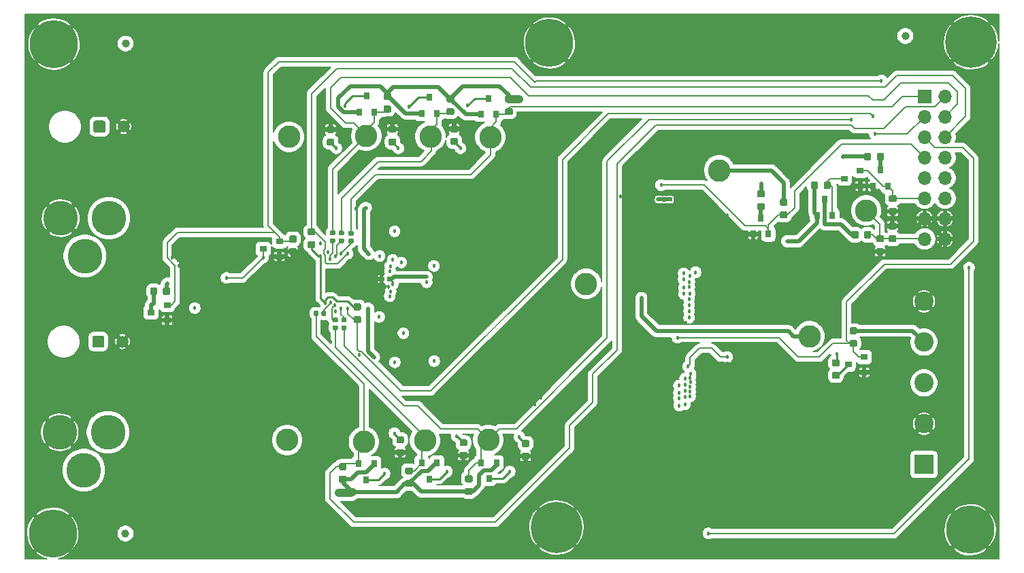
<source format=gbr>
G04 #@! TF.GenerationSoftware,KiCad,Pcbnew,(5.1.5)-3*
G04 #@! TF.CreationDate,2020-07-02T21:41:10-07:00*
G04 #@! TF.ProjectId,Pufferfish-Power-1,50756666-6572-4666-9973-682d506f7765,v0.1*
G04 #@! TF.SameCoordinates,Original*
G04 #@! TF.FileFunction,Copper,L4,Bot*
G04 #@! TF.FilePolarity,Positive*
%FSLAX46Y46*%
G04 Gerber Fmt 4.6, Leading zero omitted, Abs format (unit mm)*
G04 Created by KiCad (PCBNEW (5.1.5)-3) date 2020-07-02 21:41:10*
%MOMM*%
%LPD*%
G04 APERTURE LIST*
%ADD10R,2.400000X2.400000*%
%ADD11C,2.400000*%
%ADD12O,1.700000X1.700000*%
%ADD13R,1.700000X1.700000*%
%ADD14C,0.100000*%
%ADD15C,2.800000*%
%ADD16R,0.800000X0.900000*%
%ADD17C,1.500000*%
%ADD18C,0.800000*%
%ADD19C,6.000000*%
%ADD20C,6.400000*%
%ADD21R,0.900000X0.800000*%
%ADD22C,0.500000*%
%ADD23C,4.318000*%
%ADD24C,1.000000*%
%ADD25C,0.457200*%
%ADD26C,0.508000*%
%ADD27C,0.254000*%
%ADD28C,0.203200*%
%ADD29C,1.016000*%
%ADD30C,0.127000*%
G04 APERTURE END LIST*
D10*
X203098400Y-124612400D03*
D11*
X203098400Y-119532400D03*
X203098400Y-114452400D03*
X203098400Y-109372400D03*
X203098400Y-104292400D03*
D12*
X205714600Y-96520000D03*
X203174600Y-96520000D03*
X205714600Y-93980000D03*
X203174600Y-93980000D03*
X205714600Y-91440000D03*
X203174600Y-91440000D03*
X205714600Y-88900000D03*
X203174600Y-88900000D03*
X205714600Y-86360000D03*
X203174600Y-86360000D03*
X205714600Y-83820000D03*
X203174600Y-83820000D03*
X205714600Y-81280000D03*
X203174600Y-81280000D03*
X205714600Y-78740000D03*
D13*
X203174600Y-78740000D03*
G04 #@! TA.AperFunction,SMDPad,CuDef*
D14*
G36*
X199464491Y-94483253D02*
G01*
X199485726Y-94486403D01*
X199506550Y-94491619D01*
X199526762Y-94498851D01*
X199546168Y-94508030D01*
X199564581Y-94519066D01*
X199581824Y-94531854D01*
X199597730Y-94546270D01*
X199612146Y-94562176D01*
X199624934Y-94579419D01*
X199635970Y-94597832D01*
X199645149Y-94617238D01*
X199652381Y-94637450D01*
X199657597Y-94658274D01*
X199660747Y-94679509D01*
X199661800Y-94700950D01*
X199661800Y-95138450D01*
X199660747Y-95159891D01*
X199657597Y-95181126D01*
X199652381Y-95201950D01*
X199645149Y-95222162D01*
X199635970Y-95241568D01*
X199624934Y-95259981D01*
X199612146Y-95277224D01*
X199597730Y-95293130D01*
X199581824Y-95307546D01*
X199564581Y-95320334D01*
X199546168Y-95331370D01*
X199526762Y-95340549D01*
X199506550Y-95347781D01*
X199485726Y-95352997D01*
X199464491Y-95356147D01*
X199443050Y-95357200D01*
X198930550Y-95357200D01*
X198909109Y-95356147D01*
X198887874Y-95352997D01*
X198867050Y-95347781D01*
X198846838Y-95340549D01*
X198827432Y-95331370D01*
X198809019Y-95320334D01*
X198791776Y-95307546D01*
X198775870Y-95293130D01*
X198761454Y-95277224D01*
X198748666Y-95259981D01*
X198737630Y-95241568D01*
X198728451Y-95222162D01*
X198721219Y-95201950D01*
X198716003Y-95181126D01*
X198712853Y-95159891D01*
X198711800Y-95138450D01*
X198711800Y-94700950D01*
X198712853Y-94679509D01*
X198716003Y-94658274D01*
X198721219Y-94637450D01*
X198728451Y-94617238D01*
X198737630Y-94597832D01*
X198748666Y-94579419D01*
X198761454Y-94562176D01*
X198775870Y-94546270D01*
X198791776Y-94531854D01*
X198809019Y-94519066D01*
X198827432Y-94508030D01*
X198846838Y-94498851D01*
X198867050Y-94491619D01*
X198887874Y-94486403D01*
X198909109Y-94483253D01*
X198930550Y-94482200D01*
X199443050Y-94482200D01*
X199464491Y-94483253D01*
G37*
G04 #@! TD.AperFunction*
G04 #@! TA.AperFunction,SMDPad,CuDef*
G36*
X199464491Y-96058253D02*
G01*
X199485726Y-96061403D01*
X199506550Y-96066619D01*
X199526762Y-96073851D01*
X199546168Y-96083030D01*
X199564581Y-96094066D01*
X199581824Y-96106854D01*
X199597730Y-96121270D01*
X199612146Y-96137176D01*
X199624934Y-96154419D01*
X199635970Y-96172832D01*
X199645149Y-96192238D01*
X199652381Y-96212450D01*
X199657597Y-96233274D01*
X199660747Y-96254509D01*
X199661800Y-96275950D01*
X199661800Y-96713450D01*
X199660747Y-96734891D01*
X199657597Y-96756126D01*
X199652381Y-96776950D01*
X199645149Y-96797162D01*
X199635970Y-96816568D01*
X199624934Y-96834981D01*
X199612146Y-96852224D01*
X199597730Y-96868130D01*
X199581824Y-96882546D01*
X199564581Y-96895334D01*
X199546168Y-96906370D01*
X199526762Y-96915549D01*
X199506550Y-96922781D01*
X199485726Y-96927997D01*
X199464491Y-96931147D01*
X199443050Y-96932200D01*
X198930550Y-96932200D01*
X198909109Y-96931147D01*
X198887874Y-96927997D01*
X198867050Y-96922781D01*
X198846838Y-96915549D01*
X198827432Y-96906370D01*
X198809019Y-96895334D01*
X198791776Y-96882546D01*
X198775870Y-96868130D01*
X198761454Y-96852224D01*
X198748666Y-96834981D01*
X198737630Y-96816568D01*
X198728451Y-96797162D01*
X198721219Y-96776950D01*
X198716003Y-96756126D01*
X198712853Y-96734891D01*
X198711800Y-96713450D01*
X198711800Y-96275950D01*
X198712853Y-96254509D01*
X198716003Y-96233274D01*
X198721219Y-96212450D01*
X198728451Y-96192238D01*
X198737630Y-96172832D01*
X198748666Y-96154419D01*
X198761454Y-96137176D01*
X198775870Y-96121270D01*
X198791776Y-96106854D01*
X198809019Y-96094066D01*
X198827432Y-96083030D01*
X198846838Y-96073851D01*
X198867050Y-96066619D01*
X198887874Y-96061403D01*
X198909109Y-96058253D01*
X198930550Y-96057200D01*
X199443050Y-96057200D01*
X199464491Y-96058253D01*
G37*
G04 #@! TD.AperFunction*
D15*
X177622200Y-87960200D03*
X188849000Y-108635800D03*
X195910200Y-92964000D03*
X148894800Y-121539000D03*
X149148800Y-83820000D03*
X141681200Y-83743800D03*
X141020800Y-121640600D03*
X133705600Y-83667600D03*
X133410400Y-121782000D03*
X123850400Y-121564400D03*
X124079000Y-83794600D03*
X161061400Y-102108000D03*
D16*
X148971000Y-126374400D03*
X149921000Y-124374400D03*
X148021000Y-124374400D03*
X148920200Y-78984600D03*
X147970200Y-80984600D03*
X149870200Y-80984600D03*
X141554200Y-126399800D03*
X142504200Y-124399800D03*
X140604200Y-124399800D03*
X141528800Y-78883000D03*
X140578800Y-80883000D03*
X142478800Y-80883000D03*
X133705600Y-126526800D03*
X134655600Y-124526800D03*
X132755600Y-124526800D03*
X133756400Y-78705200D03*
X132806400Y-80705200D03*
X134706400Y-80705200D03*
D17*
X103355400Y-109296200D03*
G04 #@! TA.AperFunction,ComponentPad*
D14*
G36*
X100879904Y-108547404D02*
G01*
X100904173Y-108551004D01*
X100927971Y-108556965D01*
X100951071Y-108565230D01*
X100973249Y-108575720D01*
X100994293Y-108588333D01*
X101013998Y-108602947D01*
X101032177Y-108619423D01*
X101048653Y-108637602D01*
X101063267Y-108657307D01*
X101075880Y-108678351D01*
X101086370Y-108700529D01*
X101094635Y-108723629D01*
X101100596Y-108747427D01*
X101104196Y-108771696D01*
X101105400Y-108796200D01*
X101105400Y-109796200D01*
X101104196Y-109820704D01*
X101100596Y-109844973D01*
X101094635Y-109868771D01*
X101086370Y-109891871D01*
X101075880Y-109914049D01*
X101063267Y-109935093D01*
X101048653Y-109954798D01*
X101032177Y-109972977D01*
X101013998Y-109989453D01*
X100994293Y-110004067D01*
X100973249Y-110016680D01*
X100951071Y-110027170D01*
X100927971Y-110035435D01*
X100904173Y-110041396D01*
X100879904Y-110044996D01*
X100855400Y-110046200D01*
X99855400Y-110046200D01*
X99830896Y-110044996D01*
X99806627Y-110041396D01*
X99782829Y-110035435D01*
X99759729Y-110027170D01*
X99737551Y-110016680D01*
X99716507Y-110004067D01*
X99696802Y-109989453D01*
X99678623Y-109972977D01*
X99662147Y-109954798D01*
X99647533Y-109935093D01*
X99634920Y-109914049D01*
X99624430Y-109891871D01*
X99616165Y-109868771D01*
X99610204Y-109844973D01*
X99606604Y-109820704D01*
X99605400Y-109796200D01*
X99605400Y-108796200D01*
X99606604Y-108771696D01*
X99610204Y-108747427D01*
X99616165Y-108723629D01*
X99624430Y-108700529D01*
X99634920Y-108678351D01*
X99647533Y-108657307D01*
X99662147Y-108637602D01*
X99678623Y-108619423D01*
X99696802Y-108602947D01*
X99716507Y-108588333D01*
X99737551Y-108575720D01*
X99759729Y-108565230D01*
X99782829Y-108556965D01*
X99806627Y-108551004D01*
X99830896Y-108547404D01*
X99855400Y-108546200D01*
X100855400Y-108546200D01*
X100879904Y-108547404D01*
G37*
G04 #@! TD.AperFunction*
D17*
X103509800Y-82524600D03*
G04 #@! TA.AperFunction,ComponentPad*
D14*
G36*
X101034304Y-81775804D02*
G01*
X101058573Y-81779404D01*
X101082371Y-81785365D01*
X101105471Y-81793630D01*
X101127649Y-81804120D01*
X101148693Y-81816733D01*
X101168398Y-81831347D01*
X101186577Y-81847823D01*
X101203053Y-81866002D01*
X101217667Y-81885707D01*
X101230280Y-81906751D01*
X101240770Y-81928929D01*
X101249035Y-81952029D01*
X101254996Y-81975827D01*
X101258596Y-82000096D01*
X101259800Y-82024600D01*
X101259800Y-83024600D01*
X101258596Y-83049104D01*
X101254996Y-83073373D01*
X101249035Y-83097171D01*
X101240770Y-83120271D01*
X101230280Y-83142449D01*
X101217667Y-83163493D01*
X101203053Y-83183198D01*
X101186577Y-83201377D01*
X101168398Y-83217853D01*
X101148693Y-83232467D01*
X101127649Y-83245080D01*
X101105471Y-83255570D01*
X101082371Y-83263835D01*
X101058573Y-83269796D01*
X101034304Y-83273396D01*
X101009800Y-83274600D01*
X100009800Y-83274600D01*
X99985296Y-83273396D01*
X99961027Y-83269796D01*
X99937229Y-83263835D01*
X99914129Y-83255570D01*
X99891951Y-83245080D01*
X99870907Y-83232467D01*
X99851202Y-83217853D01*
X99833023Y-83201377D01*
X99816547Y-83183198D01*
X99801933Y-83163493D01*
X99789320Y-83142449D01*
X99778830Y-83120271D01*
X99770565Y-83097171D01*
X99764604Y-83073373D01*
X99761004Y-83049104D01*
X99759800Y-83024600D01*
X99759800Y-82024600D01*
X99761004Y-82000096D01*
X99764604Y-81975827D01*
X99770565Y-81952029D01*
X99778830Y-81928929D01*
X99789320Y-81906751D01*
X99801933Y-81885707D01*
X99816547Y-81866002D01*
X99833023Y-81847823D01*
X99851202Y-81831347D01*
X99870907Y-81816733D01*
X99891951Y-81804120D01*
X99914129Y-81793630D01*
X99937229Y-81785365D01*
X99961027Y-81779404D01*
X99985296Y-81775804D01*
X100009800Y-81774600D01*
X101009800Y-81774600D01*
X101034304Y-81775804D01*
G37*
G04 #@! TD.AperFunction*
D18*
X96282190Y-131581210D03*
X94691200Y-130922200D03*
X93100210Y-131581210D03*
X92441200Y-133172200D03*
X93100210Y-134763190D03*
X94691200Y-135422200D03*
X96282190Y-134763190D03*
X96941200Y-133172200D03*
D19*
X94691200Y-133172200D03*
D18*
X158080390Y-70519610D03*
X156489400Y-69860600D03*
X154898410Y-70519610D03*
X154239400Y-72110600D03*
X154898410Y-73701590D03*
X156489400Y-74360600D03*
X158080390Y-73701590D03*
X158739400Y-72110600D03*
D19*
X156489400Y-72110600D03*
D18*
X96434590Y-70646610D03*
X94843600Y-69987600D03*
X93252610Y-70646610D03*
X92593600Y-72237600D03*
X93252610Y-73828590D03*
X94843600Y-74487600D03*
X96434590Y-73828590D03*
X97093600Y-72237600D03*
D19*
X94843600Y-72237600D03*
D18*
X159075456Y-130763944D03*
X157378400Y-130061000D03*
X155681344Y-130763944D03*
X154978400Y-132461000D03*
X155681344Y-134158056D03*
X157378400Y-134861000D03*
X159075456Y-134158056D03*
X159778400Y-132461000D03*
D20*
X157378400Y-132461000D03*
D18*
X210429790Y-131149410D03*
X208838800Y-130490400D03*
X207247810Y-131149410D03*
X206588800Y-132740400D03*
X207247810Y-134331390D03*
X208838800Y-134990400D03*
X210429790Y-134331390D03*
X211088800Y-132740400D03*
D19*
X208838800Y-132740400D03*
D18*
X210662856Y-70311944D03*
X208965800Y-69609000D03*
X207268744Y-70311944D03*
X206565800Y-72009000D03*
X207268744Y-73706056D03*
X208965800Y-74409000D03*
X210662856Y-73706056D03*
X211365800Y-72009000D03*
D20*
X208965800Y-72009000D03*
G04 #@! TA.AperFunction,SMDPad,CuDef*
D14*
G36*
X144930691Y-82367453D02*
G01*
X144951926Y-82370603D01*
X144972750Y-82375819D01*
X144992962Y-82383051D01*
X145012368Y-82392230D01*
X145030781Y-82403266D01*
X145048024Y-82416054D01*
X145063930Y-82430470D01*
X145078346Y-82446376D01*
X145091134Y-82463619D01*
X145102170Y-82482032D01*
X145111349Y-82501438D01*
X145118581Y-82521650D01*
X145123797Y-82542474D01*
X145126947Y-82563709D01*
X145128000Y-82585150D01*
X145128000Y-83022650D01*
X145126947Y-83044091D01*
X145123797Y-83065326D01*
X145118581Y-83086150D01*
X145111349Y-83106362D01*
X145102170Y-83125768D01*
X145091134Y-83144181D01*
X145078346Y-83161424D01*
X145063930Y-83177330D01*
X145048024Y-83191746D01*
X145030781Y-83204534D01*
X145012368Y-83215570D01*
X144992962Y-83224749D01*
X144972750Y-83231981D01*
X144951926Y-83237197D01*
X144930691Y-83240347D01*
X144909250Y-83241400D01*
X144396750Y-83241400D01*
X144375309Y-83240347D01*
X144354074Y-83237197D01*
X144333250Y-83231981D01*
X144313038Y-83224749D01*
X144293632Y-83215570D01*
X144275219Y-83204534D01*
X144257976Y-83191746D01*
X144242070Y-83177330D01*
X144227654Y-83161424D01*
X144214866Y-83144181D01*
X144203830Y-83125768D01*
X144194651Y-83106362D01*
X144187419Y-83086150D01*
X144182203Y-83065326D01*
X144179053Y-83044091D01*
X144178000Y-83022650D01*
X144178000Y-82585150D01*
X144179053Y-82563709D01*
X144182203Y-82542474D01*
X144187419Y-82521650D01*
X144194651Y-82501438D01*
X144203830Y-82482032D01*
X144214866Y-82463619D01*
X144227654Y-82446376D01*
X144242070Y-82430470D01*
X144257976Y-82416054D01*
X144275219Y-82403266D01*
X144293632Y-82392230D01*
X144313038Y-82383051D01*
X144333250Y-82375819D01*
X144354074Y-82370603D01*
X144375309Y-82367453D01*
X144396750Y-82366400D01*
X144909250Y-82366400D01*
X144930691Y-82367453D01*
G37*
G04 #@! TD.AperFunction*
G04 #@! TA.AperFunction,SMDPad,CuDef*
G36*
X144930691Y-83942453D02*
G01*
X144951926Y-83945603D01*
X144972750Y-83950819D01*
X144992962Y-83958051D01*
X145012368Y-83967230D01*
X145030781Y-83978266D01*
X145048024Y-83991054D01*
X145063930Y-84005470D01*
X145078346Y-84021376D01*
X145091134Y-84038619D01*
X145102170Y-84057032D01*
X145111349Y-84076438D01*
X145118581Y-84096650D01*
X145123797Y-84117474D01*
X145126947Y-84138709D01*
X145128000Y-84160150D01*
X145128000Y-84597650D01*
X145126947Y-84619091D01*
X145123797Y-84640326D01*
X145118581Y-84661150D01*
X145111349Y-84681362D01*
X145102170Y-84700768D01*
X145091134Y-84719181D01*
X145078346Y-84736424D01*
X145063930Y-84752330D01*
X145048024Y-84766746D01*
X145030781Y-84779534D01*
X145012368Y-84790570D01*
X144992962Y-84799749D01*
X144972750Y-84806981D01*
X144951926Y-84812197D01*
X144930691Y-84815347D01*
X144909250Y-84816400D01*
X144396750Y-84816400D01*
X144375309Y-84815347D01*
X144354074Y-84812197D01*
X144333250Y-84806981D01*
X144313038Y-84799749D01*
X144293632Y-84790570D01*
X144275219Y-84779534D01*
X144257976Y-84766746D01*
X144242070Y-84752330D01*
X144227654Y-84736424D01*
X144214866Y-84719181D01*
X144203830Y-84700768D01*
X144194651Y-84681362D01*
X144187419Y-84661150D01*
X144182203Y-84640326D01*
X144179053Y-84619091D01*
X144178000Y-84597650D01*
X144178000Y-84160150D01*
X144179053Y-84138709D01*
X144182203Y-84117474D01*
X144187419Y-84096650D01*
X144194651Y-84076438D01*
X144203830Y-84057032D01*
X144214866Y-84038619D01*
X144227654Y-84021376D01*
X144242070Y-84005470D01*
X144257976Y-83991054D01*
X144275219Y-83978266D01*
X144293632Y-83967230D01*
X144313038Y-83958051D01*
X144333250Y-83950819D01*
X144354074Y-83945603D01*
X144375309Y-83942453D01*
X144396750Y-83941400D01*
X144909250Y-83941400D01*
X144930691Y-83942453D01*
G37*
G04 #@! TD.AperFunction*
G04 #@! TA.AperFunction,SMDPad,CuDef*
G36*
X153795291Y-123134653D02*
G01*
X153816526Y-123137803D01*
X153837350Y-123143019D01*
X153857562Y-123150251D01*
X153876968Y-123159430D01*
X153895381Y-123170466D01*
X153912624Y-123183254D01*
X153928530Y-123197670D01*
X153942946Y-123213576D01*
X153955734Y-123230819D01*
X153966770Y-123249232D01*
X153975949Y-123268638D01*
X153983181Y-123288850D01*
X153988397Y-123309674D01*
X153991547Y-123330909D01*
X153992600Y-123352350D01*
X153992600Y-123789850D01*
X153991547Y-123811291D01*
X153988397Y-123832526D01*
X153983181Y-123853350D01*
X153975949Y-123873562D01*
X153966770Y-123892968D01*
X153955734Y-123911381D01*
X153942946Y-123928624D01*
X153928530Y-123944530D01*
X153912624Y-123958946D01*
X153895381Y-123971734D01*
X153876968Y-123982770D01*
X153857562Y-123991949D01*
X153837350Y-123999181D01*
X153816526Y-124004397D01*
X153795291Y-124007547D01*
X153773850Y-124008600D01*
X153261350Y-124008600D01*
X153239909Y-124007547D01*
X153218674Y-124004397D01*
X153197850Y-123999181D01*
X153177638Y-123991949D01*
X153158232Y-123982770D01*
X153139819Y-123971734D01*
X153122576Y-123958946D01*
X153106670Y-123944530D01*
X153092254Y-123928624D01*
X153079466Y-123911381D01*
X153068430Y-123892968D01*
X153059251Y-123873562D01*
X153052019Y-123853350D01*
X153046803Y-123832526D01*
X153043653Y-123811291D01*
X153042600Y-123789850D01*
X153042600Y-123352350D01*
X153043653Y-123330909D01*
X153046803Y-123309674D01*
X153052019Y-123288850D01*
X153059251Y-123268638D01*
X153068430Y-123249232D01*
X153079466Y-123230819D01*
X153092254Y-123213576D01*
X153106670Y-123197670D01*
X153122576Y-123183254D01*
X153139819Y-123170466D01*
X153158232Y-123159430D01*
X153177638Y-123150251D01*
X153197850Y-123143019D01*
X153218674Y-123137803D01*
X153239909Y-123134653D01*
X153261350Y-123133600D01*
X153773850Y-123133600D01*
X153795291Y-123134653D01*
G37*
G04 #@! TD.AperFunction*
G04 #@! TA.AperFunction,SMDPad,CuDef*
G36*
X153795291Y-121559653D02*
G01*
X153816526Y-121562803D01*
X153837350Y-121568019D01*
X153857562Y-121575251D01*
X153876968Y-121584430D01*
X153895381Y-121595466D01*
X153912624Y-121608254D01*
X153928530Y-121622670D01*
X153942946Y-121638576D01*
X153955734Y-121655819D01*
X153966770Y-121674232D01*
X153975949Y-121693638D01*
X153983181Y-121713850D01*
X153988397Y-121734674D01*
X153991547Y-121755909D01*
X153992600Y-121777350D01*
X153992600Y-122214850D01*
X153991547Y-122236291D01*
X153988397Y-122257526D01*
X153983181Y-122278350D01*
X153975949Y-122298562D01*
X153966770Y-122317968D01*
X153955734Y-122336381D01*
X153942946Y-122353624D01*
X153928530Y-122369530D01*
X153912624Y-122383946D01*
X153895381Y-122396734D01*
X153876968Y-122407770D01*
X153857562Y-122416949D01*
X153837350Y-122424181D01*
X153816526Y-122429397D01*
X153795291Y-122432547D01*
X153773850Y-122433600D01*
X153261350Y-122433600D01*
X153239909Y-122432547D01*
X153218674Y-122429397D01*
X153197850Y-122424181D01*
X153177638Y-122416949D01*
X153158232Y-122407770D01*
X153139819Y-122396734D01*
X153122576Y-122383946D01*
X153106670Y-122369530D01*
X153092254Y-122353624D01*
X153079466Y-122336381D01*
X153068430Y-122317968D01*
X153059251Y-122298562D01*
X153052019Y-122278350D01*
X153046803Y-122257526D01*
X153043653Y-122236291D01*
X153042600Y-122214850D01*
X153042600Y-121777350D01*
X153043653Y-121755909D01*
X153046803Y-121734674D01*
X153052019Y-121713850D01*
X153059251Y-121693638D01*
X153068430Y-121674232D01*
X153079466Y-121655819D01*
X153092254Y-121638576D01*
X153106670Y-121622670D01*
X153122576Y-121608254D01*
X153139819Y-121595466D01*
X153158232Y-121584430D01*
X153177638Y-121575251D01*
X153197850Y-121568019D01*
X153218674Y-121562803D01*
X153239909Y-121559653D01*
X153261350Y-121558600D01*
X153773850Y-121558600D01*
X153795291Y-121559653D01*
G37*
G04 #@! TD.AperFunction*
G04 #@! TA.AperFunction,SMDPad,CuDef*
G36*
X137234491Y-82418253D02*
G01*
X137255726Y-82421403D01*
X137276550Y-82426619D01*
X137296762Y-82433851D01*
X137316168Y-82443030D01*
X137334581Y-82454066D01*
X137351824Y-82466854D01*
X137367730Y-82481270D01*
X137382146Y-82497176D01*
X137394934Y-82514419D01*
X137405970Y-82532832D01*
X137415149Y-82552238D01*
X137422381Y-82572450D01*
X137427597Y-82593274D01*
X137430747Y-82614509D01*
X137431800Y-82635950D01*
X137431800Y-83073450D01*
X137430747Y-83094891D01*
X137427597Y-83116126D01*
X137422381Y-83136950D01*
X137415149Y-83157162D01*
X137405970Y-83176568D01*
X137394934Y-83194981D01*
X137382146Y-83212224D01*
X137367730Y-83228130D01*
X137351824Y-83242546D01*
X137334581Y-83255334D01*
X137316168Y-83266370D01*
X137296762Y-83275549D01*
X137276550Y-83282781D01*
X137255726Y-83287997D01*
X137234491Y-83291147D01*
X137213050Y-83292200D01*
X136700550Y-83292200D01*
X136679109Y-83291147D01*
X136657874Y-83287997D01*
X136637050Y-83282781D01*
X136616838Y-83275549D01*
X136597432Y-83266370D01*
X136579019Y-83255334D01*
X136561776Y-83242546D01*
X136545870Y-83228130D01*
X136531454Y-83212224D01*
X136518666Y-83194981D01*
X136507630Y-83176568D01*
X136498451Y-83157162D01*
X136491219Y-83136950D01*
X136486003Y-83116126D01*
X136482853Y-83094891D01*
X136481800Y-83073450D01*
X136481800Y-82635950D01*
X136482853Y-82614509D01*
X136486003Y-82593274D01*
X136491219Y-82572450D01*
X136498451Y-82552238D01*
X136507630Y-82532832D01*
X136518666Y-82514419D01*
X136531454Y-82497176D01*
X136545870Y-82481270D01*
X136561776Y-82466854D01*
X136579019Y-82454066D01*
X136597432Y-82443030D01*
X136616838Y-82433851D01*
X136637050Y-82426619D01*
X136657874Y-82421403D01*
X136679109Y-82418253D01*
X136700550Y-82417200D01*
X137213050Y-82417200D01*
X137234491Y-82418253D01*
G37*
G04 #@! TD.AperFunction*
G04 #@! TA.AperFunction,SMDPad,CuDef*
G36*
X137234491Y-83993253D02*
G01*
X137255726Y-83996403D01*
X137276550Y-84001619D01*
X137296762Y-84008851D01*
X137316168Y-84018030D01*
X137334581Y-84029066D01*
X137351824Y-84041854D01*
X137367730Y-84056270D01*
X137382146Y-84072176D01*
X137394934Y-84089419D01*
X137405970Y-84107832D01*
X137415149Y-84127238D01*
X137422381Y-84147450D01*
X137427597Y-84168274D01*
X137430747Y-84189509D01*
X137431800Y-84210950D01*
X137431800Y-84648450D01*
X137430747Y-84669891D01*
X137427597Y-84691126D01*
X137422381Y-84711950D01*
X137415149Y-84732162D01*
X137405970Y-84751568D01*
X137394934Y-84769981D01*
X137382146Y-84787224D01*
X137367730Y-84803130D01*
X137351824Y-84817546D01*
X137334581Y-84830334D01*
X137316168Y-84841370D01*
X137296762Y-84850549D01*
X137276550Y-84857781D01*
X137255726Y-84862997D01*
X137234491Y-84866147D01*
X137213050Y-84867200D01*
X136700550Y-84867200D01*
X136679109Y-84866147D01*
X136657874Y-84862997D01*
X136637050Y-84857781D01*
X136616838Y-84850549D01*
X136597432Y-84841370D01*
X136579019Y-84830334D01*
X136561776Y-84817546D01*
X136545870Y-84803130D01*
X136531454Y-84787224D01*
X136518666Y-84769981D01*
X136507630Y-84751568D01*
X136498451Y-84732162D01*
X136491219Y-84711950D01*
X136486003Y-84691126D01*
X136482853Y-84669891D01*
X136481800Y-84648450D01*
X136481800Y-84210950D01*
X136482853Y-84189509D01*
X136486003Y-84168274D01*
X136491219Y-84147450D01*
X136498451Y-84127238D01*
X136507630Y-84107832D01*
X136518666Y-84089419D01*
X136531454Y-84072176D01*
X136545870Y-84056270D01*
X136561776Y-84041854D01*
X136579019Y-84029066D01*
X136597432Y-84018030D01*
X136616838Y-84008851D01*
X136637050Y-84001619D01*
X136657874Y-83996403D01*
X136679109Y-83993253D01*
X136700550Y-83992200D01*
X137213050Y-83992200D01*
X137234491Y-83993253D01*
G37*
G04 #@! TD.AperFunction*
G04 #@! TA.AperFunction,SMDPad,CuDef*
G36*
X146073691Y-123033053D02*
G01*
X146094926Y-123036203D01*
X146115750Y-123041419D01*
X146135962Y-123048651D01*
X146155368Y-123057830D01*
X146173781Y-123068866D01*
X146191024Y-123081654D01*
X146206930Y-123096070D01*
X146221346Y-123111976D01*
X146234134Y-123129219D01*
X146245170Y-123147632D01*
X146254349Y-123167038D01*
X146261581Y-123187250D01*
X146266797Y-123208074D01*
X146269947Y-123229309D01*
X146271000Y-123250750D01*
X146271000Y-123688250D01*
X146269947Y-123709691D01*
X146266797Y-123730926D01*
X146261581Y-123751750D01*
X146254349Y-123771962D01*
X146245170Y-123791368D01*
X146234134Y-123809781D01*
X146221346Y-123827024D01*
X146206930Y-123842930D01*
X146191024Y-123857346D01*
X146173781Y-123870134D01*
X146155368Y-123881170D01*
X146135962Y-123890349D01*
X146115750Y-123897581D01*
X146094926Y-123902797D01*
X146073691Y-123905947D01*
X146052250Y-123907000D01*
X145539750Y-123907000D01*
X145518309Y-123905947D01*
X145497074Y-123902797D01*
X145476250Y-123897581D01*
X145456038Y-123890349D01*
X145436632Y-123881170D01*
X145418219Y-123870134D01*
X145400976Y-123857346D01*
X145385070Y-123842930D01*
X145370654Y-123827024D01*
X145357866Y-123809781D01*
X145346830Y-123791368D01*
X145337651Y-123771962D01*
X145330419Y-123751750D01*
X145325203Y-123730926D01*
X145322053Y-123709691D01*
X145321000Y-123688250D01*
X145321000Y-123250750D01*
X145322053Y-123229309D01*
X145325203Y-123208074D01*
X145330419Y-123187250D01*
X145337651Y-123167038D01*
X145346830Y-123147632D01*
X145357866Y-123129219D01*
X145370654Y-123111976D01*
X145385070Y-123096070D01*
X145400976Y-123081654D01*
X145418219Y-123068866D01*
X145436632Y-123057830D01*
X145456038Y-123048651D01*
X145476250Y-123041419D01*
X145497074Y-123036203D01*
X145518309Y-123033053D01*
X145539750Y-123032000D01*
X146052250Y-123032000D01*
X146073691Y-123033053D01*
G37*
G04 #@! TD.AperFunction*
G04 #@! TA.AperFunction,SMDPad,CuDef*
G36*
X146073691Y-121458053D02*
G01*
X146094926Y-121461203D01*
X146115750Y-121466419D01*
X146135962Y-121473651D01*
X146155368Y-121482830D01*
X146173781Y-121493866D01*
X146191024Y-121506654D01*
X146206930Y-121521070D01*
X146221346Y-121536976D01*
X146234134Y-121554219D01*
X146245170Y-121572632D01*
X146254349Y-121592038D01*
X146261581Y-121612250D01*
X146266797Y-121633074D01*
X146269947Y-121654309D01*
X146271000Y-121675750D01*
X146271000Y-122113250D01*
X146269947Y-122134691D01*
X146266797Y-122155926D01*
X146261581Y-122176750D01*
X146254349Y-122196962D01*
X146245170Y-122216368D01*
X146234134Y-122234781D01*
X146221346Y-122252024D01*
X146206930Y-122267930D01*
X146191024Y-122282346D01*
X146173781Y-122295134D01*
X146155368Y-122306170D01*
X146135962Y-122315349D01*
X146115750Y-122322581D01*
X146094926Y-122327797D01*
X146073691Y-122330947D01*
X146052250Y-122332000D01*
X145539750Y-122332000D01*
X145518309Y-122330947D01*
X145497074Y-122327797D01*
X145476250Y-122322581D01*
X145456038Y-122315349D01*
X145436632Y-122306170D01*
X145418219Y-122295134D01*
X145400976Y-122282346D01*
X145385070Y-122267930D01*
X145370654Y-122252024D01*
X145357866Y-122234781D01*
X145346830Y-122216368D01*
X145337651Y-122196962D01*
X145330419Y-122176750D01*
X145325203Y-122155926D01*
X145322053Y-122134691D01*
X145321000Y-122113250D01*
X145321000Y-121675750D01*
X145322053Y-121654309D01*
X145325203Y-121633074D01*
X145330419Y-121612250D01*
X145337651Y-121592038D01*
X145346830Y-121572632D01*
X145357866Y-121554219D01*
X145370654Y-121536976D01*
X145385070Y-121521070D01*
X145400976Y-121506654D01*
X145418219Y-121493866D01*
X145436632Y-121482830D01*
X145456038Y-121473651D01*
X145476250Y-121466419D01*
X145497074Y-121461203D01*
X145518309Y-121458053D01*
X145539750Y-121457000D01*
X146052250Y-121457000D01*
X146073691Y-121458053D01*
G37*
G04 #@! TD.AperFunction*
G04 #@! TA.AperFunction,SMDPad,CuDef*
G36*
X138199691Y-122677453D02*
G01*
X138220926Y-122680603D01*
X138241750Y-122685819D01*
X138261962Y-122693051D01*
X138281368Y-122702230D01*
X138299781Y-122713266D01*
X138317024Y-122726054D01*
X138332930Y-122740470D01*
X138347346Y-122756376D01*
X138360134Y-122773619D01*
X138371170Y-122792032D01*
X138380349Y-122811438D01*
X138387581Y-122831650D01*
X138392797Y-122852474D01*
X138395947Y-122873709D01*
X138397000Y-122895150D01*
X138397000Y-123332650D01*
X138395947Y-123354091D01*
X138392797Y-123375326D01*
X138387581Y-123396150D01*
X138380349Y-123416362D01*
X138371170Y-123435768D01*
X138360134Y-123454181D01*
X138347346Y-123471424D01*
X138332930Y-123487330D01*
X138317024Y-123501746D01*
X138299781Y-123514534D01*
X138281368Y-123525570D01*
X138261962Y-123534749D01*
X138241750Y-123541981D01*
X138220926Y-123547197D01*
X138199691Y-123550347D01*
X138178250Y-123551400D01*
X137665750Y-123551400D01*
X137644309Y-123550347D01*
X137623074Y-123547197D01*
X137602250Y-123541981D01*
X137582038Y-123534749D01*
X137562632Y-123525570D01*
X137544219Y-123514534D01*
X137526976Y-123501746D01*
X137511070Y-123487330D01*
X137496654Y-123471424D01*
X137483866Y-123454181D01*
X137472830Y-123435768D01*
X137463651Y-123416362D01*
X137456419Y-123396150D01*
X137451203Y-123375326D01*
X137448053Y-123354091D01*
X137447000Y-123332650D01*
X137447000Y-122895150D01*
X137448053Y-122873709D01*
X137451203Y-122852474D01*
X137456419Y-122831650D01*
X137463651Y-122811438D01*
X137472830Y-122792032D01*
X137483866Y-122773619D01*
X137496654Y-122756376D01*
X137511070Y-122740470D01*
X137526976Y-122726054D01*
X137544219Y-122713266D01*
X137562632Y-122702230D01*
X137582038Y-122693051D01*
X137602250Y-122685819D01*
X137623074Y-122680603D01*
X137644309Y-122677453D01*
X137665750Y-122676400D01*
X138178250Y-122676400D01*
X138199691Y-122677453D01*
G37*
G04 #@! TD.AperFunction*
G04 #@! TA.AperFunction,SMDPad,CuDef*
G36*
X138199691Y-121102453D02*
G01*
X138220926Y-121105603D01*
X138241750Y-121110819D01*
X138261962Y-121118051D01*
X138281368Y-121127230D01*
X138299781Y-121138266D01*
X138317024Y-121151054D01*
X138332930Y-121165470D01*
X138347346Y-121181376D01*
X138360134Y-121198619D01*
X138371170Y-121217032D01*
X138380349Y-121236438D01*
X138387581Y-121256650D01*
X138392797Y-121277474D01*
X138395947Y-121298709D01*
X138397000Y-121320150D01*
X138397000Y-121757650D01*
X138395947Y-121779091D01*
X138392797Y-121800326D01*
X138387581Y-121821150D01*
X138380349Y-121841362D01*
X138371170Y-121860768D01*
X138360134Y-121879181D01*
X138347346Y-121896424D01*
X138332930Y-121912330D01*
X138317024Y-121926746D01*
X138299781Y-121939534D01*
X138281368Y-121950570D01*
X138261962Y-121959749D01*
X138241750Y-121966981D01*
X138220926Y-121972197D01*
X138199691Y-121975347D01*
X138178250Y-121976400D01*
X137665750Y-121976400D01*
X137644309Y-121975347D01*
X137623074Y-121972197D01*
X137602250Y-121966981D01*
X137582038Y-121959749D01*
X137562632Y-121950570D01*
X137544219Y-121939534D01*
X137526976Y-121926746D01*
X137511070Y-121912330D01*
X137496654Y-121896424D01*
X137483866Y-121879181D01*
X137472830Y-121860768D01*
X137463651Y-121841362D01*
X137456419Y-121821150D01*
X137451203Y-121800326D01*
X137448053Y-121779091D01*
X137447000Y-121757650D01*
X137447000Y-121320150D01*
X137448053Y-121298709D01*
X137451203Y-121277474D01*
X137456419Y-121256650D01*
X137463651Y-121236438D01*
X137472830Y-121217032D01*
X137483866Y-121198619D01*
X137496654Y-121181376D01*
X137511070Y-121165470D01*
X137526976Y-121151054D01*
X137544219Y-121138266D01*
X137562632Y-121127230D01*
X137582038Y-121118051D01*
X137602250Y-121110819D01*
X137623074Y-121105603D01*
X137644309Y-121102453D01*
X137665750Y-121101400D01*
X138178250Y-121101400D01*
X138199691Y-121102453D01*
G37*
G04 #@! TD.AperFunction*
G04 #@! TA.AperFunction,SMDPad,CuDef*
G36*
X129538291Y-82443653D02*
G01*
X129559526Y-82446803D01*
X129580350Y-82452019D01*
X129600562Y-82459251D01*
X129619968Y-82468430D01*
X129638381Y-82479466D01*
X129655624Y-82492254D01*
X129671530Y-82506670D01*
X129685946Y-82522576D01*
X129698734Y-82539819D01*
X129709770Y-82558232D01*
X129718949Y-82577638D01*
X129726181Y-82597850D01*
X129731397Y-82618674D01*
X129734547Y-82639909D01*
X129735600Y-82661350D01*
X129735600Y-83098850D01*
X129734547Y-83120291D01*
X129731397Y-83141526D01*
X129726181Y-83162350D01*
X129718949Y-83182562D01*
X129709770Y-83201968D01*
X129698734Y-83220381D01*
X129685946Y-83237624D01*
X129671530Y-83253530D01*
X129655624Y-83267946D01*
X129638381Y-83280734D01*
X129619968Y-83291770D01*
X129600562Y-83300949D01*
X129580350Y-83308181D01*
X129559526Y-83313397D01*
X129538291Y-83316547D01*
X129516850Y-83317600D01*
X129004350Y-83317600D01*
X128982909Y-83316547D01*
X128961674Y-83313397D01*
X128940850Y-83308181D01*
X128920638Y-83300949D01*
X128901232Y-83291770D01*
X128882819Y-83280734D01*
X128865576Y-83267946D01*
X128849670Y-83253530D01*
X128835254Y-83237624D01*
X128822466Y-83220381D01*
X128811430Y-83201968D01*
X128802251Y-83182562D01*
X128795019Y-83162350D01*
X128789803Y-83141526D01*
X128786653Y-83120291D01*
X128785600Y-83098850D01*
X128785600Y-82661350D01*
X128786653Y-82639909D01*
X128789803Y-82618674D01*
X128795019Y-82597850D01*
X128802251Y-82577638D01*
X128811430Y-82558232D01*
X128822466Y-82539819D01*
X128835254Y-82522576D01*
X128849670Y-82506670D01*
X128865576Y-82492254D01*
X128882819Y-82479466D01*
X128901232Y-82468430D01*
X128920638Y-82459251D01*
X128940850Y-82452019D01*
X128961674Y-82446803D01*
X128982909Y-82443653D01*
X129004350Y-82442600D01*
X129516850Y-82442600D01*
X129538291Y-82443653D01*
G37*
G04 #@! TD.AperFunction*
G04 #@! TA.AperFunction,SMDPad,CuDef*
G36*
X129538291Y-84018653D02*
G01*
X129559526Y-84021803D01*
X129580350Y-84027019D01*
X129600562Y-84034251D01*
X129619968Y-84043430D01*
X129638381Y-84054466D01*
X129655624Y-84067254D01*
X129671530Y-84081670D01*
X129685946Y-84097576D01*
X129698734Y-84114819D01*
X129709770Y-84133232D01*
X129718949Y-84152638D01*
X129726181Y-84172850D01*
X129731397Y-84193674D01*
X129734547Y-84214909D01*
X129735600Y-84236350D01*
X129735600Y-84673850D01*
X129734547Y-84695291D01*
X129731397Y-84716526D01*
X129726181Y-84737350D01*
X129718949Y-84757562D01*
X129709770Y-84776968D01*
X129698734Y-84795381D01*
X129685946Y-84812624D01*
X129671530Y-84828530D01*
X129655624Y-84842946D01*
X129638381Y-84855734D01*
X129619968Y-84866770D01*
X129600562Y-84875949D01*
X129580350Y-84883181D01*
X129559526Y-84888397D01*
X129538291Y-84891547D01*
X129516850Y-84892600D01*
X129004350Y-84892600D01*
X128982909Y-84891547D01*
X128961674Y-84888397D01*
X128940850Y-84883181D01*
X128920638Y-84875949D01*
X128901232Y-84866770D01*
X128882819Y-84855734D01*
X128865576Y-84842946D01*
X128849670Y-84828530D01*
X128835254Y-84812624D01*
X128822466Y-84795381D01*
X128811430Y-84776968D01*
X128802251Y-84757562D01*
X128795019Y-84737350D01*
X128789803Y-84716526D01*
X128786653Y-84695291D01*
X128785600Y-84673850D01*
X128785600Y-84236350D01*
X128786653Y-84214909D01*
X128789803Y-84193674D01*
X128795019Y-84172850D01*
X128802251Y-84152638D01*
X128811430Y-84133232D01*
X128822466Y-84114819D01*
X128835254Y-84097576D01*
X128849670Y-84081670D01*
X128865576Y-84067254D01*
X128882819Y-84054466D01*
X128901232Y-84043430D01*
X128920638Y-84034251D01*
X128940850Y-84027019D01*
X128961674Y-84021803D01*
X128982909Y-84018653D01*
X129004350Y-84017600D01*
X129516850Y-84017600D01*
X129538291Y-84018653D01*
G37*
G04 #@! TD.AperFunction*
G04 #@! TA.AperFunction,SMDPad,CuDef*
G36*
X183106891Y-92045053D02*
G01*
X183128126Y-92048203D01*
X183148950Y-92053419D01*
X183169162Y-92060651D01*
X183188568Y-92069830D01*
X183206981Y-92080866D01*
X183224224Y-92093654D01*
X183240130Y-92108070D01*
X183254546Y-92123976D01*
X183267334Y-92141219D01*
X183278370Y-92159632D01*
X183287549Y-92179038D01*
X183294781Y-92199250D01*
X183299997Y-92220074D01*
X183303147Y-92241309D01*
X183304200Y-92262750D01*
X183304200Y-92700250D01*
X183303147Y-92721691D01*
X183299997Y-92742926D01*
X183294781Y-92763750D01*
X183287549Y-92783962D01*
X183278370Y-92803368D01*
X183267334Y-92821781D01*
X183254546Y-92839024D01*
X183240130Y-92854930D01*
X183224224Y-92869346D01*
X183206981Y-92882134D01*
X183188568Y-92893170D01*
X183169162Y-92902349D01*
X183148950Y-92909581D01*
X183128126Y-92914797D01*
X183106891Y-92917947D01*
X183085450Y-92919000D01*
X182572950Y-92919000D01*
X182551509Y-92917947D01*
X182530274Y-92914797D01*
X182509450Y-92909581D01*
X182489238Y-92902349D01*
X182469832Y-92893170D01*
X182451419Y-92882134D01*
X182434176Y-92869346D01*
X182418270Y-92854930D01*
X182403854Y-92839024D01*
X182391066Y-92821781D01*
X182380030Y-92803368D01*
X182370851Y-92783962D01*
X182363619Y-92763750D01*
X182358403Y-92742926D01*
X182355253Y-92721691D01*
X182354200Y-92700250D01*
X182354200Y-92262750D01*
X182355253Y-92241309D01*
X182358403Y-92220074D01*
X182363619Y-92199250D01*
X182370851Y-92179038D01*
X182380030Y-92159632D01*
X182391066Y-92141219D01*
X182403854Y-92123976D01*
X182418270Y-92108070D01*
X182434176Y-92093654D01*
X182451419Y-92080866D01*
X182469832Y-92069830D01*
X182489238Y-92060651D01*
X182509450Y-92053419D01*
X182530274Y-92048203D01*
X182551509Y-92045053D01*
X182572950Y-92044000D01*
X183085450Y-92044000D01*
X183106891Y-92045053D01*
G37*
G04 #@! TD.AperFunction*
G04 #@! TA.AperFunction,SMDPad,CuDef*
G36*
X183106891Y-90470053D02*
G01*
X183128126Y-90473203D01*
X183148950Y-90478419D01*
X183169162Y-90485651D01*
X183188568Y-90494830D01*
X183206981Y-90505866D01*
X183224224Y-90518654D01*
X183240130Y-90533070D01*
X183254546Y-90548976D01*
X183267334Y-90566219D01*
X183278370Y-90584632D01*
X183287549Y-90604038D01*
X183294781Y-90624250D01*
X183299997Y-90645074D01*
X183303147Y-90666309D01*
X183304200Y-90687750D01*
X183304200Y-91125250D01*
X183303147Y-91146691D01*
X183299997Y-91167926D01*
X183294781Y-91188750D01*
X183287549Y-91208962D01*
X183278370Y-91228368D01*
X183267334Y-91246781D01*
X183254546Y-91264024D01*
X183240130Y-91279930D01*
X183224224Y-91294346D01*
X183206981Y-91307134D01*
X183188568Y-91318170D01*
X183169162Y-91327349D01*
X183148950Y-91334581D01*
X183128126Y-91339797D01*
X183106891Y-91342947D01*
X183085450Y-91344000D01*
X182572950Y-91344000D01*
X182551509Y-91342947D01*
X182530274Y-91339797D01*
X182509450Y-91334581D01*
X182489238Y-91327349D01*
X182469832Y-91318170D01*
X182451419Y-91307134D01*
X182434176Y-91294346D01*
X182418270Y-91279930D01*
X182403854Y-91264024D01*
X182391066Y-91246781D01*
X182380030Y-91228368D01*
X182370851Y-91208962D01*
X182363619Y-91188750D01*
X182358403Y-91167926D01*
X182355253Y-91146691D01*
X182354200Y-91125250D01*
X182354200Y-90687750D01*
X182355253Y-90666309D01*
X182358403Y-90645074D01*
X182363619Y-90624250D01*
X182370851Y-90604038D01*
X182380030Y-90584632D01*
X182391066Y-90566219D01*
X182403854Y-90548976D01*
X182418270Y-90533070D01*
X182434176Y-90518654D01*
X182451419Y-90505866D01*
X182469832Y-90494830D01*
X182489238Y-90485651D01*
X182509450Y-90478419D01*
X182530274Y-90473203D01*
X182551509Y-90470053D01*
X182572950Y-90469000D01*
X183085450Y-90469000D01*
X183106891Y-90470053D01*
G37*
G04 #@! TD.AperFunction*
G04 #@! TA.AperFunction,SMDPad,CuDef*
G36*
X192403291Y-113076253D02*
G01*
X192424526Y-113079403D01*
X192445350Y-113084619D01*
X192465562Y-113091851D01*
X192484968Y-113101030D01*
X192503381Y-113112066D01*
X192520624Y-113124854D01*
X192536530Y-113139270D01*
X192550946Y-113155176D01*
X192563734Y-113172419D01*
X192574770Y-113190832D01*
X192583949Y-113210238D01*
X192591181Y-113230450D01*
X192596397Y-113251274D01*
X192599547Y-113272509D01*
X192600600Y-113293950D01*
X192600600Y-113731450D01*
X192599547Y-113752891D01*
X192596397Y-113774126D01*
X192591181Y-113794950D01*
X192583949Y-113815162D01*
X192574770Y-113834568D01*
X192563734Y-113852981D01*
X192550946Y-113870224D01*
X192536530Y-113886130D01*
X192520624Y-113900546D01*
X192503381Y-113913334D01*
X192484968Y-113924370D01*
X192465562Y-113933549D01*
X192445350Y-113940781D01*
X192424526Y-113945997D01*
X192403291Y-113949147D01*
X192381850Y-113950200D01*
X191869350Y-113950200D01*
X191847909Y-113949147D01*
X191826674Y-113945997D01*
X191805850Y-113940781D01*
X191785638Y-113933549D01*
X191766232Y-113924370D01*
X191747819Y-113913334D01*
X191730576Y-113900546D01*
X191714670Y-113886130D01*
X191700254Y-113870224D01*
X191687466Y-113852981D01*
X191676430Y-113834568D01*
X191667251Y-113815162D01*
X191660019Y-113794950D01*
X191654803Y-113774126D01*
X191651653Y-113752891D01*
X191650600Y-113731450D01*
X191650600Y-113293950D01*
X191651653Y-113272509D01*
X191654803Y-113251274D01*
X191660019Y-113230450D01*
X191667251Y-113210238D01*
X191676430Y-113190832D01*
X191687466Y-113172419D01*
X191700254Y-113155176D01*
X191714670Y-113139270D01*
X191730576Y-113124854D01*
X191747819Y-113112066D01*
X191766232Y-113101030D01*
X191785638Y-113091851D01*
X191805850Y-113084619D01*
X191826674Y-113079403D01*
X191847909Y-113076253D01*
X191869350Y-113075200D01*
X192381850Y-113075200D01*
X192403291Y-113076253D01*
G37*
G04 #@! TD.AperFunction*
G04 #@! TA.AperFunction,SMDPad,CuDef*
G36*
X192403291Y-111501253D02*
G01*
X192424526Y-111504403D01*
X192445350Y-111509619D01*
X192465562Y-111516851D01*
X192484968Y-111526030D01*
X192503381Y-111537066D01*
X192520624Y-111549854D01*
X192536530Y-111564270D01*
X192550946Y-111580176D01*
X192563734Y-111597419D01*
X192574770Y-111615832D01*
X192583949Y-111635238D01*
X192591181Y-111655450D01*
X192596397Y-111676274D01*
X192599547Y-111697509D01*
X192600600Y-111718950D01*
X192600600Y-112156450D01*
X192599547Y-112177891D01*
X192596397Y-112199126D01*
X192591181Y-112219950D01*
X192583949Y-112240162D01*
X192574770Y-112259568D01*
X192563734Y-112277981D01*
X192550946Y-112295224D01*
X192536530Y-112311130D01*
X192520624Y-112325546D01*
X192503381Y-112338334D01*
X192484968Y-112349370D01*
X192465562Y-112358549D01*
X192445350Y-112365781D01*
X192424526Y-112370997D01*
X192403291Y-112374147D01*
X192381850Y-112375200D01*
X191869350Y-112375200D01*
X191847909Y-112374147D01*
X191826674Y-112370997D01*
X191805850Y-112365781D01*
X191785638Y-112358549D01*
X191766232Y-112349370D01*
X191747819Y-112338334D01*
X191730576Y-112325546D01*
X191714670Y-112311130D01*
X191700254Y-112295224D01*
X191687466Y-112277981D01*
X191676430Y-112259568D01*
X191667251Y-112240162D01*
X191660019Y-112219950D01*
X191654803Y-112199126D01*
X191651653Y-112177891D01*
X191650600Y-112156450D01*
X191650600Y-111718950D01*
X191651653Y-111697509D01*
X191654803Y-111676274D01*
X191660019Y-111655450D01*
X191667251Y-111635238D01*
X191676430Y-111615832D01*
X191687466Y-111597419D01*
X191700254Y-111580176D01*
X191714670Y-111564270D01*
X191730576Y-111549854D01*
X191747819Y-111537066D01*
X191766232Y-111526030D01*
X191785638Y-111516851D01*
X191805850Y-111509619D01*
X191826674Y-111504403D01*
X191847909Y-111501253D01*
X191869350Y-111500200D01*
X192381850Y-111500200D01*
X192403291Y-111501253D01*
G37*
G04 #@! TD.AperFunction*
G04 #@! TA.AperFunction,SMDPad,CuDef*
G36*
X197903091Y-85784453D02*
G01*
X197924326Y-85787603D01*
X197945150Y-85792819D01*
X197965362Y-85800051D01*
X197984768Y-85809230D01*
X198003181Y-85820266D01*
X198020424Y-85833054D01*
X198036330Y-85847470D01*
X198050746Y-85863376D01*
X198063534Y-85880619D01*
X198074570Y-85899032D01*
X198083749Y-85918438D01*
X198090981Y-85938650D01*
X198096197Y-85959474D01*
X198099347Y-85980709D01*
X198100400Y-86002150D01*
X198100400Y-86514650D01*
X198099347Y-86536091D01*
X198096197Y-86557326D01*
X198090981Y-86578150D01*
X198083749Y-86598362D01*
X198074570Y-86617768D01*
X198063534Y-86636181D01*
X198050746Y-86653424D01*
X198036330Y-86669330D01*
X198020424Y-86683746D01*
X198003181Y-86696534D01*
X197984768Y-86707570D01*
X197965362Y-86716749D01*
X197945150Y-86723981D01*
X197924326Y-86729197D01*
X197903091Y-86732347D01*
X197881650Y-86733400D01*
X197444150Y-86733400D01*
X197422709Y-86732347D01*
X197401474Y-86729197D01*
X197380650Y-86723981D01*
X197360438Y-86716749D01*
X197341032Y-86707570D01*
X197322619Y-86696534D01*
X197305376Y-86683746D01*
X197289470Y-86669330D01*
X197275054Y-86653424D01*
X197262266Y-86636181D01*
X197251230Y-86617768D01*
X197242051Y-86598362D01*
X197234819Y-86578150D01*
X197229603Y-86557326D01*
X197226453Y-86536091D01*
X197225400Y-86514650D01*
X197225400Y-86002150D01*
X197226453Y-85980709D01*
X197229603Y-85959474D01*
X197234819Y-85938650D01*
X197242051Y-85918438D01*
X197251230Y-85899032D01*
X197262266Y-85880619D01*
X197275054Y-85863376D01*
X197289470Y-85847470D01*
X197305376Y-85833054D01*
X197322619Y-85820266D01*
X197341032Y-85809230D01*
X197360438Y-85800051D01*
X197380650Y-85792819D01*
X197401474Y-85787603D01*
X197422709Y-85784453D01*
X197444150Y-85783400D01*
X197881650Y-85783400D01*
X197903091Y-85784453D01*
G37*
G04 #@! TD.AperFunction*
G04 #@! TA.AperFunction,SMDPad,CuDef*
G36*
X196328091Y-85784453D02*
G01*
X196349326Y-85787603D01*
X196370150Y-85792819D01*
X196390362Y-85800051D01*
X196409768Y-85809230D01*
X196428181Y-85820266D01*
X196445424Y-85833054D01*
X196461330Y-85847470D01*
X196475746Y-85863376D01*
X196488534Y-85880619D01*
X196499570Y-85899032D01*
X196508749Y-85918438D01*
X196515981Y-85938650D01*
X196521197Y-85959474D01*
X196524347Y-85980709D01*
X196525400Y-86002150D01*
X196525400Y-86514650D01*
X196524347Y-86536091D01*
X196521197Y-86557326D01*
X196515981Y-86578150D01*
X196508749Y-86598362D01*
X196499570Y-86617768D01*
X196488534Y-86636181D01*
X196475746Y-86653424D01*
X196461330Y-86669330D01*
X196445424Y-86683746D01*
X196428181Y-86696534D01*
X196409768Y-86707570D01*
X196390362Y-86716749D01*
X196370150Y-86723981D01*
X196349326Y-86729197D01*
X196328091Y-86732347D01*
X196306650Y-86733400D01*
X195869150Y-86733400D01*
X195847709Y-86732347D01*
X195826474Y-86729197D01*
X195805650Y-86723981D01*
X195785438Y-86716749D01*
X195766032Y-86707570D01*
X195747619Y-86696534D01*
X195730376Y-86683746D01*
X195714470Y-86669330D01*
X195700054Y-86653424D01*
X195687266Y-86636181D01*
X195676230Y-86617768D01*
X195667051Y-86598362D01*
X195659819Y-86578150D01*
X195654603Y-86557326D01*
X195651453Y-86536091D01*
X195650400Y-86514650D01*
X195650400Y-86002150D01*
X195651453Y-85980709D01*
X195654603Y-85959474D01*
X195659819Y-85938650D01*
X195667051Y-85918438D01*
X195676230Y-85899032D01*
X195687266Y-85880619D01*
X195700054Y-85863376D01*
X195714470Y-85847470D01*
X195730376Y-85833054D01*
X195747619Y-85820266D01*
X195766032Y-85809230D01*
X195785438Y-85800051D01*
X195805650Y-85792819D01*
X195826474Y-85787603D01*
X195847709Y-85784453D01*
X195869150Y-85783400D01*
X196306650Y-85783400D01*
X196328091Y-85784453D01*
G37*
G04 #@! TD.AperFunction*
G04 #@! TA.AperFunction,SMDPad,CuDef*
G36*
X107504291Y-102548453D02*
G01*
X107525526Y-102551603D01*
X107546350Y-102556819D01*
X107566562Y-102564051D01*
X107585968Y-102573230D01*
X107604381Y-102584266D01*
X107621624Y-102597054D01*
X107637530Y-102611470D01*
X107651946Y-102627376D01*
X107664734Y-102644619D01*
X107675770Y-102663032D01*
X107684949Y-102682438D01*
X107692181Y-102702650D01*
X107697397Y-102723474D01*
X107700547Y-102744709D01*
X107701600Y-102766150D01*
X107701600Y-103278650D01*
X107700547Y-103300091D01*
X107697397Y-103321326D01*
X107692181Y-103342150D01*
X107684949Y-103362362D01*
X107675770Y-103381768D01*
X107664734Y-103400181D01*
X107651946Y-103417424D01*
X107637530Y-103433330D01*
X107621624Y-103447746D01*
X107604381Y-103460534D01*
X107585968Y-103471570D01*
X107566562Y-103480749D01*
X107546350Y-103487981D01*
X107525526Y-103493197D01*
X107504291Y-103496347D01*
X107482850Y-103497400D01*
X107045350Y-103497400D01*
X107023909Y-103496347D01*
X107002674Y-103493197D01*
X106981850Y-103487981D01*
X106961638Y-103480749D01*
X106942232Y-103471570D01*
X106923819Y-103460534D01*
X106906576Y-103447746D01*
X106890670Y-103433330D01*
X106876254Y-103417424D01*
X106863466Y-103400181D01*
X106852430Y-103381768D01*
X106843251Y-103362362D01*
X106836019Y-103342150D01*
X106830803Y-103321326D01*
X106827653Y-103300091D01*
X106826600Y-103278650D01*
X106826600Y-102766150D01*
X106827653Y-102744709D01*
X106830803Y-102723474D01*
X106836019Y-102702650D01*
X106843251Y-102682438D01*
X106852430Y-102663032D01*
X106863466Y-102644619D01*
X106876254Y-102627376D01*
X106890670Y-102611470D01*
X106906576Y-102597054D01*
X106923819Y-102584266D01*
X106942232Y-102573230D01*
X106961638Y-102564051D01*
X106981850Y-102556819D01*
X107002674Y-102551603D01*
X107023909Y-102548453D01*
X107045350Y-102547400D01*
X107482850Y-102547400D01*
X107504291Y-102548453D01*
G37*
G04 #@! TD.AperFunction*
G04 #@! TA.AperFunction,SMDPad,CuDef*
G36*
X109079291Y-102548453D02*
G01*
X109100526Y-102551603D01*
X109121350Y-102556819D01*
X109141562Y-102564051D01*
X109160968Y-102573230D01*
X109179381Y-102584266D01*
X109196624Y-102597054D01*
X109212530Y-102611470D01*
X109226946Y-102627376D01*
X109239734Y-102644619D01*
X109250770Y-102663032D01*
X109259949Y-102682438D01*
X109267181Y-102702650D01*
X109272397Y-102723474D01*
X109275547Y-102744709D01*
X109276600Y-102766150D01*
X109276600Y-103278650D01*
X109275547Y-103300091D01*
X109272397Y-103321326D01*
X109267181Y-103342150D01*
X109259949Y-103362362D01*
X109250770Y-103381768D01*
X109239734Y-103400181D01*
X109226946Y-103417424D01*
X109212530Y-103433330D01*
X109196624Y-103447746D01*
X109179381Y-103460534D01*
X109160968Y-103471570D01*
X109141562Y-103480749D01*
X109121350Y-103487981D01*
X109100526Y-103493197D01*
X109079291Y-103496347D01*
X109057850Y-103497400D01*
X108620350Y-103497400D01*
X108598909Y-103496347D01*
X108577674Y-103493197D01*
X108556850Y-103487981D01*
X108536638Y-103480749D01*
X108517232Y-103471570D01*
X108498819Y-103460534D01*
X108481576Y-103447746D01*
X108465670Y-103433330D01*
X108451254Y-103417424D01*
X108438466Y-103400181D01*
X108427430Y-103381768D01*
X108418251Y-103362362D01*
X108411019Y-103342150D01*
X108405803Y-103321326D01*
X108402653Y-103300091D01*
X108401600Y-103278650D01*
X108401600Y-102766150D01*
X108402653Y-102744709D01*
X108405803Y-102723474D01*
X108411019Y-102702650D01*
X108418251Y-102682438D01*
X108427430Y-102663032D01*
X108438466Y-102644619D01*
X108451254Y-102627376D01*
X108465670Y-102611470D01*
X108481576Y-102597054D01*
X108498819Y-102584266D01*
X108517232Y-102573230D01*
X108536638Y-102564051D01*
X108556850Y-102556819D01*
X108577674Y-102551603D01*
X108598909Y-102548453D01*
X108620350Y-102547400D01*
X109057850Y-102547400D01*
X109079291Y-102548453D01*
G37*
G04 #@! TD.AperFunction*
D16*
X182788600Y-93910400D03*
X181838600Y-95910400D03*
X183738600Y-95910400D03*
D21*
X193665600Y-112166400D03*
X195665600Y-113116400D03*
X195665600Y-111216400D03*
D16*
X197688200Y-87950800D03*
X196738200Y-89950800D03*
X198638200Y-89950800D03*
D21*
X106924600Y-105689400D03*
X108924600Y-106639400D03*
X108924600Y-104739400D03*
G04 #@! TA.AperFunction,SMDPad,CuDef*
D14*
G36*
X146734091Y-125953853D02*
G01*
X146755326Y-125957003D01*
X146776150Y-125962219D01*
X146796362Y-125969451D01*
X146815768Y-125978630D01*
X146834181Y-125989666D01*
X146851424Y-126002454D01*
X146867330Y-126016870D01*
X146881746Y-126032776D01*
X146894534Y-126050019D01*
X146905570Y-126068432D01*
X146914749Y-126087838D01*
X146921981Y-126108050D01*
X146927197Y-126128874D01*
X146930347Y-126150109D01*
X146931400Y-126171550D01*
X146931400Y-126609050D01*
X146930347Y-126630491D01*
X146927197Y-126651726D01*
X146921981Y-126672550D01*
X146914749Y-126692762D01*
X146905570Y-126712168D01*
X146894534Y-126730581D01*
X146881746Y-126747824D01*
X146867330Y-126763730D01*
X146851424Y-126778146D01*
X146834181Y-126790934D01*
X146815768Y-126801970D01*
X146796362Y-126811149D01*
X146776150Y-126818381D01*
X146755326Y-126823597D01*
X146734091Y-126826747D01*
X146712650Y-126827800D01*
X146200150Y-126827800D01*
X146178709Y-126826747D01*
X146157474Y-126823597D01*
X146136650Y-126818381D01*
X146116438Y-126811149D01*
X146097032Y-126801970D01*
X146078619Y-126790934D01*
X146061376Y-126778146D01*
X146045470Y-126763730D01*
X146031054Y-126747824D01*
X146018266Y-126730581D01*
X146007230Y-126712168D01*
X145998051Y-126692762D01*
X145990819Y-126672550D01*
X145985603Y-126651726D01*
X145982453Y-126630491D01*
X145981400Y-126609050D01*
X145981400Y-126171550D01*
X145982453Y-126150109D01*
X145985603Y-126128874D01*
X145990819Y-126108050D01*
X145998051Y-126087838D01*
X146007230Y-126068432D01*
X146018266Y-126050019D01*
X146031054Y-126032776D01*
X146045470Y-126016870D01*
X146061376Y-126002454D01*
X146078619Y-125989666D01*
X146097032Y-125978630D01*
X146116438Y-125969451D01*
X146136650Y-125962219D01*
X146157474Y-125957003D01*
X146178709Y-125953853D01*
X146200150Y-125952800D01*
X146712650Y-125952800D01*
X146734091Y-125953853D01*
G37*
G04 #@! TD.AperFunction*
G04 #@! TA.AperFunction,SMDPad,CuDef*
G36*
X146734091Y-127528853D02*
G01*
X146755326Y-127532003D01*
X146776150Y-127537219D01*
X146796362Y-127544451D01*
X146815768Y-127553630D01*
X146834181Y-127564666D01*
X146851424Y-127577454D01*
X146867330Y-127591870D01*
X146881746Y-127607776D01*
X146894534Y-127625019D01*
X146905570Y-127643432D01*
X146914749Y-127662838D01*
X146921981Y-127683050D01*
X146927197Y-127703874D01*
X146930347Y-127725109D01*
X146931400Y-127746550D01*
X146931400Y-128184050D01*
X146930347Y-128205491D01*
X146927197Y-128226726D01*
X146921981Y-128247550D01*
X146914749Y-128267762D01*
X146905570Y-128287168D01*
X146894534Y-128305581D01*
X146881746Y-128322824D01*
X146867330Y-128338730D01*
X146851424Y-128353146D01*
X146834181Y-128365934D01*
X146815768Y-128376970D01*
X146796362Y-128386149D01*
X146776150Y-128393381D01*
X146755326Y-128398597D01*
X146734091Y-128401747D01*
X146712650Y-128402800D01*
X146200150Y-128402800D01*
X146178709Y-128401747D01*
X146157474Y-128398597D01*
X146136650Y-128393381D01*
X146116438Y-128386149D01*
X146097032Y-128376970D01*
X146078619Y-128365934D01*
X146061376Y-128353146D01*
X146045470Y-128338730D01*
X146031054Y-128322824D01*
X146018266Y-128305581D01*
X146007230Y-128287168D01*
X145998051Y-128267762D01*
X145990819Y-128247550D01*
X145985603Y-128226726D01*
X145982453Y-128205491D01*
X145981400Y-128184050D01*
X145981400Y-127746550D01*
X145982453Y-127725109D01*
X145985603Y-127703874D01*
X145990819Y-127683050D01*
X145998051Y-127662838D01*
X146007230Y-127643432D01*
X146018266Y-127625019D01*
X146031054Y-127607776D01*
X146045470Y-127591870D01*
X146061376Y-127577454D01*
X146078619Y-127564666D01*
X146097032Y-127553630D01*
X146116438Y-127544451D01*
X146136650Y-127537219D01*
X146157474Y-127532003D01*
X146178709Y-127528853D01*
X146200150Y-127527800D01*
X146712650Y-127527800D01*
X146734091Y-127528853D01*
G37*
G04 #@! TD.AperFunction*
G04 #@! TA.AperFunction,SMDPad,CuDef*
G36*
X139291891Y-124963253D02*
G01*
X139313126Y-124966403D01*
X139333950Y-124971619D01*
X139354162Y-124978851D01*
X139373568Y-124988030D01*
X139391981Y-124999066D01*
X139409224Y-125011854D01*
X139425130Y-125026270D01*
X139439546Y-125042176D01*
X139452334Y-125059419D01*
X139463370Y-125077832D01*
X139472549Y-125097238D01*
X139479781Y-125117450D01*
X139484997Y-125138274D01*
X139488147Y-125159509D01*
X139489200Y-125180950D01*
X139489200Y-125618450D01*
X139488147Y-125639891D01*
X139484997Y-125661126D01*
X139479781Y-125681950D01*
X139472549Y-125702162D01*
X139463370Y-125721568D01*
X139452334Y-125739981D01*
X139439546Y-125757224D01*
X139425130Y-125773130D01*
X139409224Y-125787546D01*
X139391981Y-125800334D01*
X139373568Y-125811370D01*
X139354162Y-125820549D01*
X139333950Y-125827781D01*
X139313126Y-125832997D01*
X139291891Y-125836147D01*
X139270450Y-125837200D01*
X138757950Y-125837200D01*
X138736509Y-125836147D01*
X138715274Y-125832997D01*
X138694450Y-125827781D01*
X138674238Y-125820549D01*
X138654832Y-125811370D01*
X138636419Y-125800334D01*
X138619176Y-125787546D01*
X138603270Y-125773130D01*
X138588854Y-125757224D01*
X138576066Y-125739981D01*
X138565030Y-125721568D01*
X138555851Y-125702162D01*
X138548619Y-125681950D01*
X138543403Y-125661126D01*
X138540253Y-125639891D01*
X138539200Y-125618450D01*
X138539200Y-125180950D01*
X138540253Y-125159509D01*
X138543403Y-125138274D01*
X138548619Y-125117450D01*
X138555851Y-125097238D01*
X138565030Y-125077832D01*
X138576066Y-125059419D01*
X138588854Y-125042176D01*
X138603270Y-125026270D01*
X138619176Y-125011854D01*
X138636419Y-124999066D01*
X138654832Y-124988030D01*
X138674238Y-124978851D01*
X138694450Y-124971619D01*
X138715274Y-124966403D01*
X138736509Y-124963253D01*
X138757950Y-124962200D01*
X139270450Y-124962200D01*
X139291891Y-124963253D01*
G37*
G04 #@! TD.AperFunction*
G04 #@! TA.AperFunction,SMDPad,CuDef*
G36*
X139291891Y-126538253D02*
G01*
X139313126Y-126541403D01*
X139333950Y-126546619D01*
X139354162Y-126553851D01*
X139373568Y-126563030D01*
X139391981Y-126574066D01*
X139409224Y-126586854D01*
X139425130Y-126601270D01*
X139439546Y-126617176D01*
X139452334Y-126634419D01*
X139463370Y-126652832D01*
X139472549Y-126672238D01*
X139479781Y-126692450D01*
X139484997Y-126713274D01*
X139488147Y-126734509D01*
X139489200Y-126755950D01*
X139489200Y-127193450D01*
X139488147Y-127214891D01*
X139484997Y-127236126D01*
X139479781Y-127256950D01*
X139472549Y-127277162D01*
X139463370Y-127296568D01*
X139452334Y-127314981D01*
X139439546Y-127332224D01*
X139425130Y-127348130D01*
X139409224Y-127362546D01*
X139391981Y-127375334D01*
X139373568Y-127386370D01*
X139354162Y-127395549D01*
X139333950Y-127402781D01*
X139313126Y-127407997D01*
X139291891Y-127411147D01*
X139270450Y-127412200D01*
X138757950Y-127412200D01*
X138736509Y-127411147D01*
X138715274Y-127407997D01*
X138694450Y-127402781D01*
X138674238Y-127395549D01*
X138654832Y-127386370D01*
X138636419Y-127375334D01*
X138619176Y-127362546D01*
X138603270Y-127348130D01*
X138588854Y-127332224D01*
X138576066Y-127314981D01*
X138565030Y-127296568D01*
X138555851Y-127277162D01*
X138548619Y-127256950D01*
X138543403Y-127236126D01*
X138540253Y-127214891D01*
X138539200Y-127193450D01*
X138539200Y-126755950D01*
X138540253Y-126734509D01*
X138543403Y-126713274D01*
X138548619Y-126692450D01*
X138555851Y-126672238D01*
X138565030Y-126652832D01*
X138576066Y-126634419D01*
X138588854Y-126617176D01*
X138603270Y-126601270D01*
X138619176Y-126586854D01*
X138636419Y-126574066D01*
X138654832Y-126563030D01*
X138674238Y-126553851D01*
X138694450Y-126546619D01*
X138715274Y-126541403D01*
X138736509Y-126538253D01*
X138757950Y-126537200D01*
X139270450Y-126537200D01*
X139291891Y-126538253D01*
G37*
G04 #@! TD.AperFunction*
G04 #@! TA.AperFunction,SMDPad,CuDef*
G36*
X131062291Y-124429853D02*
G01*
X131083526Y-124433003D01*
X131104350Y-124438219D01*
X131124562Y-124445451D01*
X131143968Y-124454630D01*
X131162381Y-124465666D01*
X131179624Y-124478454D01*
X131195530Y-124492870D01*
X131209946Y-124508776D01*
X131222734Y-124526019D01*
X131233770Y-124544432D01*
X131242949Y-124563838D01*
X131250181Y-124584050D01*
X131255397Y-124604874D01*
X131258547Y-124626109D01*
X131259600Y-124647550D01*
X131259600Y-125085050D01*
X131258547Y-125106491D01*
X131255397Y-125127726D01*
X131250181Y-125148550D01*
X131242949Y-125168762D01*
X131233770Y-125188168D01*
X131222734Y-125206581D01*
X131209946Y-125223824D01*
X131195530Y-125239730D01*
X131179624Y-125254146D01*
X131162381Y-125266934D01*
X131143968Y-125277970D01*
X131124562Y-125287149D01*
X131104350Y-125294381D01*
X131083526Y-125299597D01*
X131062291Y-125302747D01*
X131040850Y-125303800D01*
X130528350Y-125303800D01*
X130506909Y-125302747D01*
X130485674Y-125299597D01*
X130464850Y-125294381D01*
X130444638Y-125287149D01*
X130425232Y-125277970D01*
X130406819Y-125266934D01*
X130389576Y-125254146D01*
X130373670Y-125239730D01*
X130359254Y-125223824D01*
X130346466Y-125206581D01*
X130335430Y-125188168D01*
X130326251Y-125168762D01*
X130319019Y-125148550D01*
X130313803Y-125127726D01*
X130310653Y-125106491D01*
X130309600Y-125085050D01*
X130309600Y-124647550D01*
X130310653Y-124626109D01*
X130313803Y-124604874D01*
X130319019Y-124584050D01*
X130326251Y-124563838D01*
X130335430Y-124544432D01*
X130346466Y-124526019D01*
X130359254Y-124508776D01*
X130373670Y-124492870D01*
X130389576Y-124478454D01*
X130406819Y-124465666D01*
X130425232Y-124454630D01*
X130444638Y-124445451D01*
X130464850Y-124438219D01*
X130485674Y-124433003D01*
X130506909Y-124429853D01*
X130528350Y-124428800D01*
X131040850Y-124428800D01*
X131062291Y-124429853D01*
G37*
G04 #@! TD.AperFunction*
G04 #@! TA.AperFunction,SMDPad,CuDef*
G36*
X131062291Y-126004853D02*
G01*
X131083526Y-126008003D01*
X131104350Y-126013219D01*
X131124562Y-126020451D01*
X131143968Y-126029630D01*
X131162381Y-126040666D01*
X131179624Y-126053454D01*
X131195530Y-126067870D01*
X131209946Y-126083776D01*
X131222734Y-126101019D01*
X131233770Y-126119432D01*
X131242949Y-126138838D01*
X131250181Y-126159050D01*
X131255397Y-126179874D01*
X131258547Y-126201109D01*
X131259600Y-126222550D01*
X131259600Y-126660050D01*
X131258547Y-126681491D01*
X131255397Y-126702726D01*
X131250181Y-126723550D01*
X131242949Y-126743762D01*
X131233770Y-126763168D01*
X131222734Y-126781581D01*
X131209946Y-126798824D01*
X131195530Y-126814730D01*
X131179624Y-126829146D01*
X131162381Y-126841934D01*
X131143968Y-126852970D01*
X131124562Y-126862149D01*
X131104350Y-126869381D01*
X131083526Y-126874597D01*
X131062291Y-126877747D01*
X131040850Y-126878800D01*
X130528350Y-126878800D01*
X130506909Y-126877747D01*
X130485674Y-126874597D01*
X130464850Y-126869381D01*
X130444638Y-126862149D01*
X130425232Y-126852970D01*
X130406819Y-126841934D01*
X130389576Y-126829146D01*
X130373670Y-126814730D01*
X130359254Y-126798824D01*
X130346466Y-126781581D01*
X130335430Y-126763168D01*
X130326251Y-126743762D01*
X130319019Y-126723550D01*
X130313803Y-126702726D01*
X130310653Y-126681491D01*
X130309600Y-126660050D01*
X130309600Y-126222550D01*
X130310653Y-126201109D01*
X130313803Y-126179874D01*
X130319019Y-126159050D01*
X130326251Y-126138838D01*
X130335430Y-126119432D01*
X130346466Y-126101019D01*
X130359254Y-126083776D01*
X130373670Y-126067870D01*
X130389576Y-126053454D01*
X130406819Y-126040666D01*
X130425232Y-126029630D01*
X130444638Y-126020451D01*
X130464850Y-126013219D01*
X130485674Y-126008003D01*
X130506909Y-126004853D01*
X130528350Y-126003800D01*
X131040850Y-126003800D01*
X131062291Y-126004853D01*
G37*
G04 #@! TD.AperFunction*
G04 #@! TA.AperFunction,SMDPad,CuDef*
G36*
X151737891Y-80208653D02*
G01*
X151759126Y-80211803D01*
X151779950Y-80217019D01*
X151800162Y-80224251D01*
X151819568Y-80233430D01*
X151837981Y-80244466D01*
X151855224Y-80257254D01*
X151871130Y-80271670D01*
X151885546Y-80287576D01*
X151898334Y-80304819D01*
X151909370Y-80323232D01*
X151918549Y-80342638D01*
X151925781Y-80362850D01*
X151930997Y-80383674D01*
X151934147Y-80404909D01*
X151935200Y-80426350D01*
X151935200Y-80863850D01*
X151934147Y-80885291D01*
X151930997Y-80906526D01*
X151925781Y-80927350D01*
X151918549Y-80947562D01*
X151909370Y-80966968D01*
X151898334Y-80985381D01*
X151885546Y-81002624D01*
X151871130Y-81018530D01*
X151855224Y-81032946D01*
X151837981Y-81045734D01*
X151819568Y-81056770D01*
X151800162Y-81065949D01*
X151779950Y-81073181D01*
X151759126Y-81078397D01*
X151737891Y-81081547D01*
X151716450Y-81082600D01*
X151203950Y-81082600D01*
X151182509Y-81081547D01*
X151161274Y-81078397D01*
X151140450Y-81073181D01*
X151120238Y-81065949D01*
X151100832Y-81056770D01*
X151082419Y-81045734D01*
X151065176Y-81032946D01*
X151049270Y-81018530D01*
X151034854Y-81002624D01*
X151022066Y-80985381D01*
X151011030Y-80966968D01*
X151001851Y-80947562D01*
X150994619Y-80927350D01*
X150989403Y-80906526D01*
X150986253Y-80885291D01*
X150985200Y-80863850D01*
X150985200Y-80426350D01*
X150986253Y-80404909D01*
X150989403Y-80383674D01*
X150994619Y-80362850D01*
X151001851Y-80342638D01*
X151011030Y-80323232D01*
X151022066Y-80304819D01*
X151034854Y-80287576D01*
X151049270Y-80271670D01*
X151065176Y-80257254D01*
X151082419Y-80244466D01*
X151100832Y-80233430D01*
X151120238Y-80224251D01*
X151140450Y-80217019D01*
X151161274Y-80211803D01*
X151182509Y-80208653D01*
X151203950Y-80207600D01*
X151716450Y-80207600D01*
X151737891Y-80208653D01*
G37*
G04 #@! TD.AperFunction*
G04 #@! TA.AperFunction,SMDPad,CuDef*
G36*
X151737891Y-78633653D02*
G01*
X151759126Y-78636803D01*
X151779950Y-78642019D01*
X151800162Y-78649251D01*
X151819568Y-78658430D01*
X151837981Y-78669466D01*
X151855224Y-78682254D01*
X151871130Y-78696670D01*
X151885546Y-78712576D01*
X151898334Y-78729819D01*
X151909370Y-78748232D01*
X151918549Y-78767638D01*
X151925781Y-78787850D01*
X151930997Y-78808674D01*
X151934147Y-78829909D01*
X151935200Y-78851350D01*
X151935200Y-79288850D01*
X151934147Y-79310291D01*
X151930997Y-79331526D01*
X151925781Y-79352350D01*
X151918549Y-79372562D01*
X151909370Y-79391968D01*
X151898334Y-79410381D01*
X151885546Y-79427624D01*
X151871130Y-79443530D01*
X151855224Y-79457946D01*
X151837981Y-79470734D01*
X151819568Y-79481770D01*
X151800162Y-79490949D01*
X151779950Y-79498181D01*
X151759126Y-79503397D01*
X151737891Y-79506547D01*
X151716450Y-79507600D01*
X151203950Y-79507600D01*
X151182509Y-79506547D01*
X151161274Y-79503397D01*
X151140450Y-79498181D01*
X151120238Y-79490949D01*
X151100832Y-79481770D01*
X151082419Y-79470734D01*
X151065176Y-79457946D01*
X151049270Y-79443530D01*
X151034854Y-79427624D01*
X151022066Y-79410381D01*
X151011030Y-79391968D01*
X151001851Y-79372562D01*
X150994619Y-79352350D01*
X150989403Y-79331526D01*
X150986253Y-79310291D01*
X150985200Y-79288850D01*
X150985200Y-78851350D01*
X150986253Y-78829909D01*
X150989403Y-78808674D01*
X150994619Y-78787850D01*
X151001851Y-78767638D01*
X151011030Y-78748232D01*
X151022066Y-78729819D01*
X151034854Y-78712576D01*
X151049270Y-78696670D01*
X151065176Y-78682254D01*
X151082419Y-78669466D01*
X151100832Y-78658430D01*
X151120238Y-78649251D01*
X151140450Y-78642019D01*
X151161274Y-78636803D01*
X151182509Y-78633653D01*
X151203950Y-78632600D01*
X151716450Y-78632600D01*
X151737891Y-78633653D01*
G37*
G04 #@! TD.AperFunction*
G04 #@! TA.AperFunction,SMDPad,CuDef*
G36*
X144448091Y-80208653D02*
G01*
X144469326Y-80211803D01*
X144490150Y-80217019D01*
X144510362Y-80224251D01*
X144529768Y-80233430D01*
X144548181Y-80244466D01*
X144565424Y-80257254D01*
X144581330Y-80271670D01*
X144595746Y-80287576D01*
X144608534Y-80304819D01*
X144619570Y-80323232D01*
X144628749Y-80342638D01*
X144635981Y-80362850D01*
X144641197Y-80383674D01*
X144644347Y-80404909D01*
X144645400Y-80426350D01*
X144645400Y-80863850D01*
X144644347Y-80885291D01*
X144641197Y-80906526D01*
X144635981Y-80927350D01*
X144628749Y-80947562D01*
X144619570Y-80966968D01*
X144608534Y-80985381D01*
X144595746Y-81002624D01*
X144581330Y-81018530D01*
X144565424Y-81032946D01*
X144548181Y-81045734D01*
X144529768Y-81056770D01*
X144510362Y-81065949D01*
X144490150Y-81073181D01*
X144469326Y-81078397D01*
X144448091Y-81081547D01*
X144426650Y-81082600D01*
X143914150Y-81082600D01*
X143892709Y-81081547D01*
X143871474Y-81078397D01*
X143850650Y-81073181D01*
X143830438Y-81065949D01*
X143811032Y-81056770D01*
X143792619Y-81045734D01*
X143775376Y-81032946D01*
X143759470Y-81018530D01*
X143745054Y-81002624D01*
X143732266Y-80985381D01*
X143721230Y-80966968D01*
X143712051Y-80947562D01*
X143704819Y-80927350D01*
X143699603Y-80906526D01*
X143696453Y-80885291D01*
X143695400Y-80863850D01*
X143695400Y-80426350D01*
X143696453Y-80404909D01*
X143699603Y-80383674D01*
X143704819Y-80362850D01*
X143712051Y-80342638D01*
X143721230Y-80323232D01*
X143732266Y-80304819D01*
X143745054Y-80287576D01*
X143759470Y-80271670D01*
X143775376Y-80257254D01*
X143792619Y-80244466D01*
X143811032Y-80233430D01*
X143830438Y-80224251D01*
X143850650Y-80217019D01*
X143871474Y-80211803D01*
X143892709Y-80208653D01*
X143914150Y-80207600D01*
X144426650Y-80207600D01*
X144448091Y-80208653D01*
G37*
G04 #@! TD.AperFunction*
G04 #@! TA.AperFunction,SMDPad,CuDef*
G36*
X144448091Y-78633653D02*
G01*
X144469326Y-78636803D01*
X144490150Y-78642019D01*
X144510362Y-78649251D01*
X144529768Y-78658430D01*
X144548181Y-78669466D01*
X144565424Y-78682254D01*
X144581330Y-78696670D01*
X144595746Y-78712576D01*
X144608534Y-78729819D01*
X144619570Y-78748232D01*
X144628749Y-78767638D01*
X144635981Y-78787850D01*
X144641197Y-78808674D01*
X144644347Y-78829909D01*
X144645400Y-78851350D01*
X144645400Y-79288850D01*
X144644347Y-79310291D01*
X144641197Y-79331526D01*
X144635981Y-79352350D01*
X144628749Y-79372562D01*
X144619570Y-79391968D01*
X144608534Y-79410381D01*
X144595746Y-79427624D01*
X144581330Y-79443530D01*
X144565424Y-79457946D01*
X144548181Y-79470734D01*
X144529768Y-79481770D01*
X144510362Y-79490949D01*
X144490150Y-79498181D01*
X144469326Y-79503397D01*
X144448091Y-79506547D01*
X144426650Y-79507600D01*
X143914150Y-79507600D01*
X143892709Y-79506547D01*
X143871474Y-79503397D01*
X143850650Y-79498181D01*
X143830438Y-79490949D01*
X143811032Y-79481770D01*
X143792619Y-79470734D01*
X143775376Y-79457946D01*
X143759470Y-79443530D01*
X143745054Y-79427624D01*
X143732266Y-79410381D01*
X143721230Y-79391968D01*
X143712051Y-79372562D01*
X143704819Y-79352350D01*
X143699603Y-79331526D01*
X143696453Y-79310291D01*
X143695400Y-79288850D01*
X143695400Y-78851350D01*
X143696453Y-78829909D01*
X143699603Y-78808674D01*
X143704819Y-78787850D01*
X143712051Y-78767638D01*
X143721230Y-78748232D01*
X143732266Y-78729819D01*
X143745054Y-78712576D01*
X143759470Y-78696670D01*
X143775376Y-78682254D01*
X143792619Y-78669466D01*
X143811032Y-78658430D01*
X143830438Y-78649251D01*
X143850650Y-78642019D01*
X143871474Y-78636803D01*
X143892709Y-78633653D01*
X143914150Y-78632600D01*
X144426650Y-78632600D01*
X144448091Y-78633653D01*
G37*
G04 #@! TD.AperFunction*
G04 #@! TA.AperFunction,SMDPad,CuDef*
G36*
X136599491Y-79903853D02*
G01*
X136620726Y-79907003D01*
X136641550Y-79912219D01*
X136661762Y-79919451D01*
X136681168Y-79928630D01*
X136699581Y-79939666D01*
X136716824Y-79952454D01*
X136732730Y-79966870D01*
X136747146Y-79982776D01*
X136759934Y-80000019D01*
X136770970Y-80018432D01*
X136780149Y-80037838D01*
X136787381Y-80058050D01*
X136792597Y-80078874D01*
X136795747Y-80100109D01*
X136796800Y-80121550D01*
X136796800Y-80559050D01*
X136795747Y-80580491D01*
X136792597Y-80601726D01*
X136787381Y-80622550D01*
X136780149Y-80642762D01*
X136770970Y-80662168D01*
X136759934Y-80680581D01*
X136747146Y-80697824D01*
X136732730Y-80713730D01*
X136716824Y-80728146D01*
X136699581Y-80740934D01*
X136681168Y-80751970D01*
X136661762Y-80761149D01*
X136641550Y-80768381D01*
X136620726Y-80773597D01*
X136599491Y-80776747D01*
X136578050Y-80777800D01*
X136065550Y-80777800D01*
X136044109Y-80776747D01*
X136022874Y-80773597D01*
X136002050Y-80768381D01*
X135981838Y-80761149D01*
X135962432Y-80751970D01*
X135944019Y-80740934D01*
X135926776Y-80728146D01*
X135910870Y-80713730D01*
X135896454Y-80697824D01*
X135883666Y-80680581D01*
X135872630Y-80662168D01*
X135863451Y-80642762D01*
X135856219Y-80622550D01*
X135851003Y-80601726D01*
X135847853Y-80580491D01*
X135846800Y-80559050D01*
X135846800Y-80121550D01*
X135847853Y-80100109D01*
X135851003Y-80078874D01*
X135856219Y-80058050D01*
X135863451Y-80037838D01*
X135872630Y-80018432D01*
X135883666Y-80000019D01*
X135896454Y-79982776D01*
X135910870Y-79966870D01*
X135926776Y-79952454D01*
X135944019Y-79939666D01*
X135962432Y-79928630D01*
X135981838Y-79919451D01*
X136002050Y-79912219D01*
X136022874Y-79907003D01*
X136044109Y-79903853D01*
X136065550Y-79902800D01*
X136578050Y-79902800D01*
X136599491Y-79903853D01*
G37*
G04 #@! TD.AperFunction*
G04 #@! TA.AperFunction,SMDPad,CuDef*
G36*
X136599491Y-78328853D02*
G01*
X136620726Y-78332003D01*
X136641550Y-78337219D01*
X136661762Y-78344451D01*
X136681168Y-78353630D01*
X136699581Y-78364666D01*
X136716824Y-78377454D01*
X136732730Y-78391870D01*
X136747146Y-78407776D01*
X136759934Y-78425019D01*
X136770970Y-78443432D01*
X136780149Y-78462838D01*
X136787381Y-78483050D01*
X136792597Y-78503874D01*
X136795747Y-78525109D01*
X136796800Y-78546550D01*
X136796800Y-78984050D01*
X136795747Y-79005491D01*
X136792597Y-79026726D01*
X136787381Y-79047550D01*
X136780149Y-79067762D01*
X136770970Y-79087168D01*
X136759934Y-79105581D01*
X136747146Y-79122824D01*
X136732730Y-79138730D01*
X136716824Y-79153146D01*
X136699581Y-79165934D01*
X136681168Y-79176970D01*
X136661762Y-79186149D01*
X136641550Y-79193381D01*
X136620726Y-79198597D01*
X136599491Y-79201747D01*
X136578050Y-79202800D01*
X136065550Y-79202800D01*
X136044109Y-79201747D01*
X136022874Y-79198597D01*
X136002050Y-79193381D01*
X135981838Y-79186149D01*
X135962432Y-79176970D01*
X135944019Y-79165934D01*
X135926776Y-79153146D01*
X135910870Y-79138730D01*
X135896454Y-79122824D01*
X135883666Y-79105581D01*
X135872630Y-79087168D01*
X135863451Y-79067762D01*
X135856219Y-79047550D01*
X135851003Y-79026726D01*
X135847853Y-79005491D01*
X135846800Y-78984050D01*
X135846800Y-78546550D01*
X135847853Y-78525109D01*
X135851003Y-78503874D01*
X135856219Y-78483050D01*
X135863451Y-78462838D01*
X135872630Y-78443432D01*
X135883666Y-78425019D01*
X135896454Y-78407776D01*
X135910870Y-78391870D01*
X135926776Y-78377454D01*
X135944019Y-78364666D01*
X135962432Y-78353630D01*
X135981838Y-78344451D01*
X136002050Y-78337219D01*
X136022874Y-78332003D01*
X136044109Y-78328853D01*
X136065550Y-78327800D01*
X136578050Y-78327800D01*
X136599491Y-78328853D01*
G37*
G04 #@! TD.AperFunction*
G04 #@! TA.AperFunction,SMDPad,CuDef*
G36*
X197915091Y-97633053D02*
G01*
X197936326Y-97636203D01*
X197957150Y-97641419D01*
X197977362Y-97648651D01*
X197996768Y-97657830D01*
X198015181Y-97668866D01*
X198032424Y-97681654D01*
X198048330Y-97696070D01*
X198062746Y-97711976D01*
X198075534Y-97729219D01*
X198086570Y-97747632D01*
X198095749Y-97767038D01*
X198102981Y-97787250D01*
X198108197Y-97808074D01*
X198111347Y-97829309D01*
X198112400Y-97850750D01*
X198112400Y-98288250D01*
X198111347Y-98309691D01*
X198108197Y-98330926D01*
X198102981Y-98351750D01*
X198095749Y-98371962D01*
X198086570Y-98391368D01*
X198075534Y-98409781D01*
X198062746Y-98427024D01*
X198048330Y-98442930D01*
X198032424Y-98457346D01*
X198015181Y-98470134D01*
X197996768Y-98481170D01*
X197977362Y-98490349D01*
X197957150Y-98497581D01*
X197936326Y-98502797D01*
X197915091Y-98505947D01*
X197893650Y-98507000D01*
X197381150Y-98507000D01*
X197359709Y-98505947D01*
X197338474Y-98502797D01*
X197317650Y-98497581D01*
X197297438Y-98490349D01*
X197278032Y-98481170D01*
X197259619Y-98470134D01*
X197242376Y-98457346D01*
X197226470Y-98442930D01*
X197212054Y-98427024D01*
X197199266Y-98409781D01*
X197188230Y-98391368D01*
X197179051Y-98371962D01*
X197171819Y-98351750D01*
X197166603Y-98330926D01*
X197163453Y-98309691D01*
X197162400Y-98288250D01*
X197162400Y-97850750D01*
X197163453Y-97829309D01*
X197166603Y-97808074D01*
X197171819Y-97787250D01*
X197179051Y-97767038D01*
X197188230Y-97747632D01*
X197199266Y-97729219D01*
X197212054Y-97711976D01*
X197226470Y-97696070D01*
X197242376Y-97681654D01*
X197259619Y-97668866D01*
X197278032Y-97657830D01*
X197297438Y-97648651D01*
X197317650Y-97641419D01*
X197338474Y-97636203D01*
X197359709Y-97633053D01*
X197381150Y-97632000D01*
X197893650Y-97632000D01*
X197915091Y-97633053D01*
G37*
G04 #@! TD.AperFunction*
G04 #@! TA.AperFunction,SMDPad,CuDef*
G36*
X197915091Y-96058053D02*
G01*
X197936326Y-96061203D01*
X197957150Y-96066419D01*
X197977362Y-96073651D01*
X197996768Y-96082830D01*
X198015181Y-96093866D01*
X198032424Y-96106654D01*
X198048330Y-96121070D01*
X198062746Y-96136976D01*
X198075534Y-96154219D01*
X198086570Y-96172632D01*
X198095749Y-96192038D01*
X198102981Y-96212250D01*
X198108197Y-96233074D01*
X198111347Y-96254309D01*
X198112400Y-96275750D01*
X198112400Y-96713250D01*
X198111347Y-96734691D01*
X198108197Y-96755926D01*
X198102981Y-96776750D01*
X198095749Y-96796962D01*
X198086570Y-96816368D01*
X198075534Y-96834781D01*
X198062746Y-96852024D01*
X198048330Y-96867930D01*
X198032424Y-96882346D01*
X198015181Y-96895134D01*
X197996768Y-96906170D01*
X197977362Y-96915349D01*
X197957150Y-96922581D01*
X197936326Y-96927797D01*
X197915091Y-96930947D01*
X197893650Y-96932000D01*
X197381150Y-96932000D01*
X197359709Y-96930947D01*
X197338474Y-96927797D01*
X197317650Y-96922581D01*
X197297438Y-96915349D01*
X197278032Y-96906170D01*
X197259619Y-96895134D01*
X197242376Y-96882346D01*
X197226470Y-96867930D01*
X197212054Y-96852024D01*
X197199266Y-96834781D01*
X197188230Y-96816368D01*
X197179051Y-96796962D01*
X197171819Y-96776750D01*
X197166603Y-96755926D01*
X197163453Y-96734691D01*
X197162400Y-96713250D01*
X197162400Y-96275750D01*
X197163453Y-96254309D01*
X197166603Y-96233074D01*
X197171819Y-96212250D01*
X197179051Y-96192038D01*
X197188230Y-96172632D01*
X197199266Y-96154219D01*
X197212054Y-96136976D01*
X197226470Y-96121070D01*
X197242376Y-96106654D01*
X197259619Y-96093866D01*
X197278032Y-96082830D01*
X197297438Y-96073651D01*
X197317650Y-96066419D01*
X197338474Y-96061203D01*
X197359709Y-96058053D01*
X197381150Y-96057000D01*
X197893650Y-96057000D01*
X197915091Y-96058053D01*
G37*
G04 #@! TD.AperFunction*
G04 #@! TA.AperFunction,SMDPad,CuDef*
G36*
X196328291Y-95512653D02*
G01*
X196349526Y-95515803D01*
X196370350Y-95521019D01*
X196390562Y-95528251D01*
X196409968Y-95537430D01*
X196428381Y-95548466D01*
X196445624Y-95561254D01*
X196461530Y-95575670D01*
X196475946Y-95591576D01*
X196488734Y-95608819D01*
X196499770Y-95627232D01*
X196508949Y-95646638D01*
X196516181Y-95666850D01*
X196521397Y-95687674D01*
X196524547Y-95708909D01*
X196525600Y-95730350D01*
X196525600Y-96242850D01*
X196524547Y-96264291D01*
X196521397Y-96285526D01*
X196516181Y-96306350D01*
X196508949Y-96326562D01*
X196499770Y-96345968D01*
X196488734Y-96364381D01*
X196475946Y-96381624D01*
X196461530Y-96397530D01*
X196445624Y-96411946D01*
X196428381Y-96424734D01*
X196409968Y-96435770D01*
X196390562Y-96444949D01*
X196370350Y-96452181D01*
X196349526Y-96457397D01*
X196328291Y-96460547D01*
X196306850Y-96461600D01*
X195869350Y-96461600D01*
X195847909Y-96460547D01*
X195826674Y-96457397D01*
X195805850Y-96452181D01*
X195785638Y-96444949D01*
X195766232Y-96435770D01*
X195747819Y-96424734D01*
X195730576Y-96411946D01*
X195714670Y-96397530D01*
X195700254Y-96381624D01*
X195687466Y-96364381D01*
X195676430Y-96345968D01*
X195667251Y-96326562D01*
X195660019Y-96306350D01*
X195654803Y-96285526D01*
X195651653Y-96264291D01*
X195650600Y-96242850D01*
X195650600Y-95730350D01*
X195651653Y-95708909D01*
X195654803Y-95687674D01*
X195660019Y-95666850D01*
X195667251Y-95646638D01*
X195676430Y-95627232D01*
X195687466Y-95608819D01*
X195700254Y-95591576D01*
X195714670Y-95575670D01*
X195730576Y-95561254D01*
X195747819Y-95548466D01*
X195766232Y-95537430D01*
X195785638Y-95528251D01*
X195805850Y-95521019D01*
X195826674Y-95515803D01*
X195847909Y-95512653D01*
X195869350Y-95511600D01*
X196306850Y-95511600D01*
X196328291Y-95512653D01*
G37*
G04 #@! TD.AperFunction*
G04 #@! TA.AperFunction,SMDPad,CuDef*
G36*
X194753291Y-95512653D02*
G01*
X194774526Y-95515803D01*
X194795350Y-95521019D01*
X194815562Y-95528251D01*
X194834968Y-95537430D01*
X194853381Y-95548466D01*
X194870624Y-95561254D01*
X194886530Y-95575670D01*
X194900946Y-95591576D01*
X194913734Y-95608819D01*
X194924770Y-95627232D01*
X194933949Y-95646638D01*
X194941181Y-95666850D01*
X194946397Y-95687674D01*
X194949547Y-95708909D01*
X194950600Y-95730350D01*
X194950600Y-96242850D01*
X194949547Y-96264291D01*
X194946397Y-96285526D01*
X194941181Y-96306350D01*
X194933949Y-96326562D01*
X194924770Y-96345968D01*
X194913734Y-96364381D01*
X194900946Y-96381624D01*
X194886530Y-96397530D01*
X194870624Y-96411946D01*
X194853381Y-96424734D01*
X194834968Y-96435770D01*
X194815562Y-96444949D01*
X194795350Y-96452181D01*
X194774526Y-96457397D01*
X194753291Y-96460547D01*
X194731850Y-96461600D01*
X194294350Y-96461600D01*
X194272909Y-96460547D01*
X194251674Y-96457397D01*
X194230850Y-96452181D01*
X194210638Y-96444949D01*
X194191232Y-96435770D01*
X194172819Y-96424734D01*
X194155576Y-96411946D01*
X194139670Y-96397530D01*
X194125254Y-96381624D01*
X194112466Y-96364381D01*
X194101430Y-96345968D01*
X194092251Y-96326562D01*
X194085019Y-96306350D01*
X194079803Y-96285526D01*
X194076653Y-96264291D01*
X194075600Y-96242850D01*
X194075600Y-95730350D01*
X194076653Y-95708909D01*
X194079803Y-95687674D01*
X194085019Y-95666850D01*
X194092251Y-95646638D01*
X194101430Y-95627232D01*
X194112466Y-95608819D01*
X194125254Y-95591576D01*
X194139670Y-95575670D01*
X194155576Y-95561254D01*
X194172819Y-95548466D01*
X194191232Y-95537430D01*
X194210638Y-95528251D01*
X194230850Y-95521019D01*
X194251674Y-95515803D01*
X194272909Y-95512653D01*
X194294350Y-95511600D01*
X194731850Y-95511600D01*
X194753291Y-95512653D01*
G37*
G04 #@! TD.AperFunction*
G04 #@! TA.AperFunction,SMDPad,CuDef*
G36*
X199489891Y-92629253D02*
G01*
X199511126Y-92632403D01*
X199531950Y-92637619D01*
X199552162Y-92644851D01*
X199571568Y-92654030D01*
X199589981Y-92665066D01*
X199607224Y-92677854D01*
X199623130Y-92692270D01*
X199637546Y-92708176D01*
X199650334Y-92725419D01*
X199661370Y-92743832D01*
X199670549Y-92763238D01*
X199677781Y-92783450D01*
X199682997Y-92804274D01*
X199686147Y-92825509D01*
X199687200Y-92846950D01*
X199687200Y-93284450D01*
X199686147Y-93305891D01*
X199682997Y-93327126D01*
X199677781Y-93347950D01*
X199670549Y-93368162D01*
X199661370Y-93387568D01*
X199650334Y-93405981D01*
X199637546Y-93423224D01*
X199623130Y-93439130D01*
X199607224Y-93453546D01*
X199589981Y-93466334D01*
X199571568Y-93477370D01*
X199552162Y-93486549D01*
X199531950Y-93493781D01*
X199511126Y-93498997D01*
X199489891Y-93502147D01*
X199468450Y-93503200D01*
X198955950Y-93503200D01*
X198934509Y-93502147D01*
X198913274Y-93498997D01*
X198892450Y-93493781D01*
X198872238Y-93486549D01*
X198852832Y-93477370D01*
X198834419Y-93466334D01*
X198817176Y-93453546D01*
X198801270Y-93439130D01*
X198786854Y-93423224D01*
X198774066Y-93405981D01*
X198763030Y-93387568D01*
X198753851Y-93368162D01*
X198746619Y-93347950D01*
X198741403Y-93327126D01*
X198738253Y-93305891D01*
X198737200Y-93284450D01*
X198737200Y-92846950D01*
X198738253Y-92825509D01*
X198741403Y-92804274D01*
X198746619Y-92783450D01*
X198753851Y-92763238D01*
X198763030Y-92743832D01*
X198774066Y-92725419D01*
X198786854Y-92708176D01*
X198801270Y-92692270D01*
X198817176Y-92677854D01*
X198834419Y-92665066D01*
X198852832Y-92654030D01*
X198872238Y-92644851D01*
X198892450Y-92637619D01*
X198913274Y-92632403D01*
X198934509Y-92629253D01*
X198955950Y-92628200D01*
X199468450Y-92628200D01*
X199489891Y-92629253D01*
G37*
G04 #@! TD.AperFunction*
G04 #@! TA.AperFunction,SMDPad,CuDef*
G36*
X199489891Y-91054253D02*
G01*
X199511126Y-91057403D01*
X199531950Y-91062619D01*
X199552162Y-91069851D01*
X199571568Y-91079030D01*
X199589981Y-91090066D01*
X199607224Y-91102854D01*
X199623130Y-91117270D01*
X199637546Y-91133176D01*
X199650334Y-91150419D01*
X199661370Y-91168832D01*
X199670549Y-91188238D01*
X199677781Y-91208450D01*
X199682997Y-91229274D01*
X199686147Y-91250509D01*
X199687200Y-91271950D01*
X199687200Y-91709450D01*
X199686147Y-91730891D01*
X199682997Y-91752126D01*
X199677781Y-91772950D01*
X199670549Y-91793162D01*
X199661370Y-91812568D01*
X199650334Y-91830981D01*
X199637546Y-91848224D01*
X199623130Y-91864130D01*
X199607224Y-91878546D01*
X199589981Y-91891334D01*
X199571568Y-91902370D01*
X199552162Y-91911549D01*
X199531950Y-91918781D01*
X199511126Y-91923997D01*
X199489891Y-91927147D01*
X199468450Y-91928200D01*
X198955950Y-91928200D01*
X198934509Y-91927147D01*
X198913274Y-91923997D01*
X198892450Y-91918781D01*
X198872238Y-91911549D01*
X198852832Y-91902370D01*
X198834419Y-91891334D01*
X198817176Y-91878546D01*
X198801270Y-91864130D01*
X198786854Y-91848224D01*
X198774066Y-91830981D01*
X198763030Y-91812568D01*
X198753851Y-91793162D01*
X198746619Y-91772950D01*
X198741403Y-91752126D01*
X198738253Y-91730891D01*
X198737200Y-91709450D01*
X198737200Y-91271950D01*
X198738253Y-91250509D01*
X198741403Y-91229274D01*
X198746619Y-91208450D01*
X198753851Y-91188238D01*
X198763030Y-91168832D01*
X198774066Y-91150419D01*
X198786854Y-91133176D01*
X198801270Y-91117270D01*
X198817176Y-91102854D01*
X198834419Y-91090066D01*
X198852832Y-91079030D01*
X198872238Y-91069851D01*
X198892450Y-91062619D01*
X198913274Y-91057403D01*
X198934509Y-91054253D01*
X198955950Y-91053200D01*
X199468450Y-91053200D01*
X199489891Y-91054253D01*
G37*
G04 #@! TD.AperFunction*
G04 #@! TA.AperFunction,SMDPad,CuDef*
G36*
X191299091Y-89365853D02*
G01*
X191320326Y-89369003D01*
X191341150Y-89374219D01*
X191361362Y-89381451D01*
X191380768Y-89390630D01*
X191399181Y-89401666D01*
X191416424Y-89414454D01*
X191432330Y-89428870D01*
X191446746Y-89444776D01*
X191459534Y-89462019D01*
X191470570Y-89480432D01*
X191479749Y-89499838D01*
X191486981Y-89520050D01*
X191492197Y-89540874D01*
X191495347Y-89562109D01*
X191496400Y-89583550D01*
X191496400Y-90096050D01*
X191495347Y-90117491D01*
X191492197Y-90138726D01*
X191486981Y-90159550D01*
X191479749Y-90179762D01*
X191470570Y-90199168D01*
X191459534Y-90217581D01*
X191446746Y-90234824D01*
X191432330Y-90250730D01*
X191416424Y-90265146D01*
X191399181Y-90277934D01*
X191380768Y-90288970D01*
X191361362Y-90298149D01*
X191341150Y-90305381D01*
X191320326Y-90310597D01*
X191299091Y-90313747D01*
X191277650Y-90314800D01*
X190840150Y-90314800D01*
X190818709Y-90313747D01*
X190797474Y-90310597D01*
X190776650Y-90305381D01*
X190756438Y-90298149D01*
X190737032Y-90288970D01*
X190718619Y-90277934D01*
X190701376Y-90265146D01*
X190685470Y-90250730D01*
X190671054Y-90234824D01*
X190658266Y-90217581D01*
X190647230Y-90199168D01*
X190638051Y-90179762D01*
X190630819Y-90159550D01*
X190625603Y-90138726D01*
X190622453Y-90117491D01*
X190621400Y-90096050D01*
X190621400Y-89583550D01*
X190622453Y-89562109D01*
X190625603Y-89540874D01*
X190630819Y-89520050D01*
X190638051Y-89499838D01*
X190647230Y-89480432D01*
X190658266Y-89462019D01*
X190671054Y-89444776D01*
X190685470Y-89428870D01*
X190701376Y-89414454D01*
X190718619Y-89401666D01*
X190737032Y-89390630D01*
X190756438Y-89381451D01*
X190776650Y-89374219D01*
X190797474Y-89369003D01*
X190818709Y-89365853D01*
X190840150Y-89364800D01*
X191277650Y-89364800D01*
X191299091Y-89365853D01*
G37*
G04 #@! TD.AperFunction*
G04 #@! TA.AperFunction,SMDPad,CuDef*
G36*
X189724091Y-89365853D02*
G01*
X189745326Y-89369003D01*
X189766150Y-89374219D01*
X189786362Y-89381451D01*
X189805768Y-89390630D01*
X189824181Y-89401666D01*
X189841424Y-89414454D01*
X189857330Y-89428870D01*
X189871746Y-89444776D01*
X189884534Y-89462019D01*
X189895570Y-89480432D01*
X189904749Y-89499838D01*
X189911981Y-89520050D01*
X189917197Y-89540874D01*
X189920347Y-89562109D01*
X189921400Y-89583550D01*
X189921400Y-90096050D01*
X189920347Y-90117491D01*
X189917197Y-90138726D01*
X189911981Y-90159550D01*
X189904749Y-90179762D01*
X189895570Y-90199168D01*
X189884534Y-90217581D01*
X189871746Y-90234824D01*
X189857330Y-90250730D01*
X189841424Y-90265146D01*
X189824181Y-90277934D01*
X189805768Y-90288970D01*
X189786362Y-90298149D01*
X189766150Y-90305381D01*
X189745326Y-90310597D01*
X189724091Y-90313747D01*
X189702650Y-90314800D01*
X189265150Y-90314800D01*
X189243709Y-90313747D01*
X189222474Y-90310597D01*
X189201650Y-90305381D01*
X189181438Y-90298149D01*
X189162032Y-90288970D01*
X189143619Y-90277934D01*
X189126376Y-90265146D01*
X189110470Y-90250730D01*
X189096054Y-90234824D01*
X189083266Y-90217581D01*
X189072230Y-90199168D01*
X189063051Y-90179762D01*
X189055819Y-90159550D01*
X189050603Y-90138726D01*
X189047453Y-90117491D01*
X189046400Y-90096050D01*
X189046400Y-89583550D01*
X189047453Y-89562109D01*
X189050603Y-89540874D01*
X189055819Y-89520050D01*
X189063051Y-89499838D01*
X189072230Y-89480432D01*
X189083266Y-89462019D01*
X189096054Y-89444776D01*
X189110470Y-89428870D01*
X189126376Y-89414454D01*
X189143619Y-89401666D01*
X189162032Y-89390630D01*
X189181438Y-89381451D01*
X189201650Y-89374219D01*
X189222474Y-89369003D01*
X189243709Y-89365853D01*
X189265150Y-89364800D01*
X189702650Y-89364800D01*
X189724091Y-89365853D01*
G37*
G04 #@! TD.AperFunction*
D21*
X193183000Y-88976200D03*
X195183000Y-89926200D03*
X195183000Y-88026200D03*
D16*
X190728600Y-91557600D03*
X189778600Y-93557600D03*
X191678600Y-93557600D03*
G04 #@! TA.AperFunction,SMDPad,CuDef*
D14*
G36*
X185926291Y-93086453D02*
G01*
X185947526Y-93089603D01*
X185968350Y-93094819D01*
X185988562Y-93102051D01*
X186007968Y-93111230D01*
X186026381Y-93122266D01*
X186043624Y-93135054D01*
X186059530Y-93149470D01*
X186073946Y-93165376D01*
X186086734Y-93182619D01*
X186097770Y-93201032D01*
X186106949Y-93220438D01*
X186114181Y-93240650D01*
X186119397Y-93261474D01*
X186122547Y-93282709D01*
X186123600Y-93304150D01*
X186123600Y-93741650D01*
X186122547Y-93763091D01*
X186119397Y-93784326D01*
X186114181Y-93805150D01*
X186106949Y-93825362D01*
X186097770Y-93844768D01*
X186086734Y-93863181D01*
X186073946Y-93880424D01*
X186059530Y-93896330D01*
X186043624Y-93910746D01*
X186026381Y-93923534D01*
X186007968Y-93934570D01*
X185988562Y-93943749D01*
X185968350Y-93950981D01*
X185947526Y-93956197D01*
X185926291Y-93959347D01*
X185904850Y-93960400D01*
X185392350Y-93960400D01*
X185370909Y-93959347D01*
X185349674Y-93956197D01*
X185328850Y-93950981D01*
X185308638Y-93943749D01*
X185289232Y-93934570D01*
X185270819Y-93923534D01*
X185253576Y-93910746D01*
X185237670Y-93896330D01*
X185223254Y-93880424D01*
X185210466Y-93863181D01*
X185199430Y-93844768D01*
X185190251Y-93825362D01*
X185183019Y-93805150D01*
X185177803Y-93784326D01*
X185174653Y-93763091D01*
X185173600Y-93741650D01*
X185173600Y-93304150D01*
X185174653Y-93282709D01*
X185177803Y-93261474D01*
X185183019Y-93240650D01*
X185190251Y-93220438D01*
X185199430Y-93201032D01*
X185210466Y-93182619D01*
X185223254Y-93165376D01*
X185237670Y-93149470D01*
X185253576Y-93135054D01*
X185270819Y-93122266D01*
X185289232Y-93111230D01*
X185308638Y-93102051D01*
X185328850Y-93094819D01*
X185349674Y-93089603D01*
X185370909Y-93086453D01*
X185392350Y-93085400D01*
X185904850Y-93085400D01*
X185926291Y-93086453D01*
G37*
G04 #@! TD.AperFunction*
G04 #@! TA.AperFunction,SMDPad,CuDef*
G36*
X185926291Y-91511453D02*
G01*
X185947526Y-91514603D01*
X185968350Y-91519819D01*
X185988562Y-91527051D01*
X186007968Y-91536230D01*
X186026381Y-91547266D01*
X186043624Y-91560054D01*
X186059530Y-91574470D01*
X186073946Y-91590376D01*
X186086734Y-91607619D01*
X186097770Y-91626032D01*
X186106949Y-91645438D01*
X186114181Y-91665650D01*
X186119397Y-91686474D01*
X186122547Y-91707709D01*
X186123600Y-91729150D01*
X186123600Y-92166650D01*
X186122547Y-92188091D01*
X186119397Y-92209326D01*
X186114181Y-92230150D01*
X186106949Y-92250362D01*
X186097770Y-92269768D01*
X186086734Y-92288181D01*
X186073946Y-92305424D01*
X186059530Y-92321330D01*
X186043624Y-92335746D01*
X186026381Y-92348534D01*
X186007968Y-92359570D01*
X185988562Y-92368749D01*
X185968350Y-92375981D01*
X185947526Y-92381197D01*
X185926291Y-92384347D01*
X185904850Y-92385400D01*
X185392350Y-92385400D01*
X185370909Y-92384347D01*
X185349674Y-92381197D01*
X185328850Y-92375981D01*
X185308638Y-92368749D01*
X185289232Y-92359570D01*
X185270819Y-92348534D01*
X185253576Y-92335746D01*
X185237670Y-92321330D01*
X185223254Y-92305424D01*
X185210466Y-92288181D01*
X185199430Y-92269768D01*
X185190251Y-92250362D01*
X185183019Y-92230150D01*
X185177803Y-92209326D01*
X185174653Y-92188091D01*
X185173600Y-92166650D01*
X185173600Y-91729150D01*
X185174653Y-91707709D01*
X185177803Y-91686474D01*
X185183019Y-91665650D01*
X185190251Y-91645438D01*
X185199430Y-91626032D01*
X185210466Y-91607619D01*
X185223254Y-91590376D01*
X185237670Y-91574470D01*
X185253576Y-91560054D01*
X185270819Y-91547266D01*
X185289232Y-91536230D01*
X185308638Y-91527051D01*
X185328850Y-91519819D01*
X185349674Y-91514603D01*
X185370909Y-91511453D01*
X185392350Y-91510400D01*
X185904850Y-91510400D01*
X185926291Y-91511453D01*
G37*
G04 #@! TD.AperFunction*
G04 #@! TA.AperFunction,SMDPad,CuDef*
G36*
X194587691Y-109088453D02*
G01*
X194608926Y-109091603D01*
X194629750Y-109096819D01*
X194649962Y-109104051D01*
X194669368Y-109113230D01*
X194687781Y-109124266D01*
X194705024Y-109137054D01*
X194720930Y-109151470D01*
X194735346Y-109167376D01*
X194748134Y-109184619D01*
X194759170Y-109203032D01*
X194768349Y-109222438D01*
X194775581Y-109242650D01*
X194780797Y-109263474D01*
X194783947Y-109284709D01*
X194785000Y-109306150D01*
X194785000Y-109743650D01*
X194783947Y-109765091D01*
X194780797Y-109786326D01*
X194775581Y-109807150D01*
X194768349Y-109827362D01*
X194759170Y-109846768D01*
X194748134Y-109865181D01*
X194735346Y-109882424D01*
X194720930Y-109898330D01*
X194705024Y-109912746D01*
X194687781Y-109925534D01*
X194669368Y-109936570D01*
X194649962Y-109945749D01*
X194629750Y-109952981D01*
X194608926Y-109958197D01*
X194587691Y-109961347D01*
X194566250Y-109962400D01*
X194053750Y-109962400D01*
X194032309Y-109961347D01*
X194011074Y-109958197D01*
X193990250Y-109952981D01*
X193970038Y-109945749D01*
X193950632Y-109936570D01*
X193932219Y-109925534D01*
X193914976Y-109912746D01*
X193899070Y-109898330D01*
X193884654Y-109882424D01*
X193871866Y-109865181D01*
X193860830Y-109846768D01*
X193851651Y-109827362D01*
X193844419Y-109807150D01*
X193839203Y-109786326D01*
X193836053Y-109765091D01*
X193835000Y-109743650D01*
X193835000Y-109306150D01*
X193836053Y-109284709D01*
X193839203Y-109263474D01*
X193844419Y-109242650D01*
X193851651Y-109222438D01*
X193860830Y-109203032D01*
X193871866Y-109184619D01*
X193884654Y-109167376D01*
X193899070Y-109151470D01*
X193914976Y-109137054D01*
X193932219Y-109124266D01*
X193950632Y-109113230D01*
X193970038Y-109104051D01*
X193990250Y-109096819D01*
X194011074Y-109091603D01*
X194032309Y-109088453D01*
X194053750Y-109087400D01*
X194566250Y-109087400D01*
X194587691Y-109088453D01*
G37*
G04 #@! TD.AperFunction*
G04 #@! TA.AperFunction,SMDPad,CuDef*
G36*
X194587691Y-107513453D02*
G01*
X194608926Y-107516603D01*
X194629750Y-107521819D01*
X194649962Y-107529051D01*
X194669368Y-107538230D01*
X194687781Y-107549266D01*
X194705024Y-107562054D01*
X194720930Y-107576470D01*
X194735346Y-107592376D01*
X194748134Y-107609619D01*
X194759170Y-107628032D01*
X194768349Y-107647438D01*
X194775581Y-107667650D01*
X194780797Y-107688474D01*
X194783947Y-107709709D01*
X194785000Y-107731150D01*
X194785000Y-108168650D01*
X194783947Y-108190091D01*
X194780797Y-108211326D01*
X194775581Y-108232150D01*
X194768349Y-108252362D01*
X194759170Y-108271768D01*
X194748134Y-108290181D01*
X194735346Y-108307424D01*
X194720930Y-108323330D01*
X194705024Y-108337746D01*
X194687781Y-108350534D01*
X194669368Y-108361570D01*
X194649962Y-108370749D01*
X194629750Y-108377981D01*
X194608926Y-108383197D01*
X194587691Y-108386347D01*
X194566250Y-108387400D01*
X194053750Y-108387400D01*
X194032309Y-108386347D01*
X194011074Y-108383197D01*
X193990250Y-108377981D01*
X193970038Y-108370749D01*
X193950632Y-108361570D01*
X193932219Y-108350534D01*
X193914976Y-108337746D01*
X193899070Y-108323330D01*
X193884654Y-108307424D01*
X193871866Y-108290181D01*
X193860830Y-108271768D01*
X193851651Y-108252362D01*
X193844419Y-108232150D01*
X193839203Y-108211326D01*
X193836053Y-108190091D01*
X193835000Y-108168650D01*
X193835000Y-107731150D01*
X193836053Y-107709709D01*
X193839203Y-107688474D01*
X193844419Y-107667650D01*
X193851651Y-107647438D01*
X193860830Y-107628032D01*
X193871866Y-107609619D01*
X193884654Y-107592376D01*
X193899070Y-107576470D01*
X193914976Y-107562054D01*
X193932219Y-107549266D01*
X193950632Y-107538230D01*
X193970038Y-107529051D01*
X193990250Y-107521819D01*
X194011074Y-107516603D01*
X194032309Y-107513453D01*
X194053750Y-107512400D01*
X194566250Y-107512400D01*
X194587691Y-107513453D01*
G37*
G04 #@! TD.AperFunction*
G04 #@! TA.AperFunction,SMDPad,CuDef*
G36*
X124864691Y-97658453D02*
G01*
X124885926Y-97661603D01*
X124906750Y-97666819D01*
X124926962Y-97674051D01*
X124946368Y-97683230D01*
X124964781Y-97694266D01*
X124982024Y-97707054D01*
X124997930Y-97721470D01*
X125012346Y-97737376D01*
X125025134Y-97754619D01*
X125036170Y-97773032D01*
X125045349Y-97792438D01*
X125052581Y-97812650D01*
X125057797Y-97833474D01*
X125060947Y-97854709D01*
X125062000Y-97876150D01*
X125062000Y-98313650D01*
X125060947Y-98335091D01*
X125057797Y-98356326D01*
X125052581Y-98377150D01*
X125045349Y-98397362D01*
X125036170Y-98416768D01*
X125025134Y-98435181D01*
X125012346Y-98452424D01*
X124997930Y-98468330D01*
X124982024Y-98482746D01*
X124964781Y-98495534D01*
X124946368Y-98506570D01*
X124926962Y-98515749D01*
X124906750Y-98522981D01*
X124885926Y-98528197D01*
X124864691Y-98531347D01*
X124843250Y-98532400D01*
X124330750Y-98532400D01*
X124309309Y-98531347D01*
X124288074Y-98528197D01*
X124267250Y-98522981D01*
X124247038Y-98515749D01*
X124227632Y-98506570D01*
X124209219Y-98495534D01*
X124191976Y-98482746D01*
X124176070Y-98468330D01*
X124161654Y-98452424D01*
X124148866Y-98435181D01*
X124137830Y-98416768D01*
X124128651Y-98397362D01*
X124121419Y-98377150D01*
X124116203Y-98356326D01*
X124113053Y-98335091D01*
X124112000Y-98313650D01*
X124112000Y-97876150D01*
X124113053Y-97854709D01*
X124116203Y-97833474D01*
X124121419Y-97812650D01*
X124128651Y-97792438D01*
X124137830Y-97773032D01*
X124148866Y-97754619D01*
X124161654Y-97737376D01*
X124176070Y-97721470D01*
X124191976Y-97707054D01*
X124209219Y-97694266D01*
X124227632Y-97683230D01*
X124247038Y-97674051D01*
X124267250Y-97666819D01*
X124288074Y-97661603D01*
X124309309Y-97658453D01*
X124330750Y-97657400D01*
X124843250Y-97657400D01*
X124864691Y-97658453D01*
G37*
G04 #@! TD.AperFunction*
G04 #@! TA.AperFunction,SMDPad,CuDef*
G36*
X124864691Y-96083453D02*
G01*
X124885926Y-96086603D01*
X124906750Y-96091819D01*
X124926962Y-96099051D01*
X124946368Y-96108230D01*
X124964781Y-96119266D01*
X124982024Y-96132054D01*
X124997930Y-96146470D01*
X125012346Y-96162376D01*
X125025134Y-96179619D01*
X125036170Y-96198032D01*
X125045349Y-96217438D01*
X125052581Y-96237650D01*
X125057797Y-96258474D01*
X125060947Y-96279709D01*
X125062000Y-96301150D01*
X125062000Y-96738650D01*
X125060947Y-96760091D01*
X125057797Y-96781326D01*
X125052581Y-96802150D01*
X125045349Y-96822362D01*
X125036170Y-96841768D01*
X125025134Y-96860181D01*
X125012346Y-96877424D01*
X124997930Y-96893330D01*
X124982024Y-96907746D01*
X124964781Y-96920534D01*
X124946368Y-96931570D01*
X124926962Y-96940749D01*
X124906750Y-96947981D01*
X124885926Y-96953197D01*
X124864691Y-96956347D01*
X124843250Y-96957400D01*
X124330750Y-96957400D01*
X124309309Y-96956347D01*
X124288074Y-96953197D01*
X124267250Y-96947981D01*
X124247038Y-96940749D01*
X124227632Y-96931570D01*
X124209219Y-96920534D01*
X124191976Y-96907746D01*
X124176070Y-96893330D01*
X124161654Y-96877424D01*
X124148866Y-96860181D01*
X124137830Y-96841768D01*
X124128651Y-96822362D01*
X124121419Y-96802150D01*
X124116203Y-96781326D01*
X124113053Y-96760091D01*
X124112000Y-96738650D01*
X124112000Y-96301150D01*
X124113053Y-96279709D01*
X124116203Y-96258474D01*
X124121419Y-96237650D01*
X124128651Y-96217438D01*
X124137830Y-96198032D01*
X124148866Y-96179619D01*
X124161654Y-96162376D01*
X124176070Y-96146470D01*
X124191976Y-96132054D01*
X124209219Y-96119266D01*
X124227632Y-96108230D01*
X124247038Y-96099051D01*
X124267250Y-96091819D01*
X124288074Y-96086603D01*
X124309309Y-96083453D01*
X124330750Y-96082400D01*
X124843250Y-96082400D01*
X124864691Y-96083453D01*
G37*
G04 #@! TD.AperFunction*
D21*
X120894600Y-97764600D03*
X122894600Y-98714600D03*
X122894600Y-96814600D03*
G04 #@! TA.AperFunction,Conductor*
D14*
G36*
X171676852Y-91343002D02*
G01*
X171688986Y-91344802D01*
X171700886Y-91347782D01*
X171712435Y-91351915D01*
X171723525Y-91357160D01*
X171734046Y-91363466D01*
X171743899Y-91370774D01*
X171752988Y-91379012D01*
X171761226Y-91388101D01*
X171768534Y-91397954D01*
X171774840Y-91408475D01*
X171780085Y-91419565D01*
X171784218Y-91431114D01*
X171787198Y-91443014D01*
X171788998Y-91455148D01*
X171789600Y-91467400D01*
X171789600Y-91717400D01*
X171788998Y-91729652D01*
X171787198Y-91741786D01*
X171784218Y-91753686D01*
X171780085Y-91765235D01*
X171774840Y-91776325D01*
X171768534Y-91786846D01*
X171761226Y-91796699D01*
X171752988Y-91805788D01*
X171743899Y-91814026D01*
X171734046Y-91821334D01*
X171723525Y-91827640D01*
X171712435Y-91832885D01*
X171700886Y-91837018D01*
X171688986Y-91839998D01*
X171676852Y-91841798D01*
X171664600Y-91842400D01*
X169914600Y-91842400D01*
X169902348Y-91841798D01*
X169890214Y-91839998D01*
X169878314Y-91837018D01*
X169866765Y-91832885D01*
X169855675Y-91827640D01*
X169845154Y-91821334D01*
X169835301Y-91814026D01*
X169826212Y-91805788D01*
X169817974Y-91796699D01*
X169810666Y-91786846D01*
X169804360Y-91776325D01*
X169799115Y-91765235D01*
X169794982Y-91753686D01*
X169792002Y-91741786D01*
X169790202Y-91729652D01*
X169789600Y-91717400D01*
X169789600Y-91467400D01*
X169790202Y-91455148D01*
X169792002Y-91443014D01*
X169794982Y-91431114D01*
X169799115Y-91419565D01*
X169804360Y-91408475D01*
X169810666Y-91397954D01*
X169817974Y-91388101D01*
X169826212Y-91379012D01*
X169835301Y-91370774D01*
X169845154Y-91363466D01*
X169855675Y-91357160D01*
X169866765Y-91351915D01*
X169878314Y-91347782D01*
X169890214Y-91344802D01*
X169902348Y-91343002D01*
X169914600Y-91342400D01*
X171664600Y-91342400D01*
X171676852Y-91343002D01*
G37*
G04 #@! TD.AperFunction*
D22*
X171539600Y-91592400D03*
X170789600Y-91592400D03*
X170039600Y-91592400D03*
D23*
X98549200Y-125299200D03*
X95549200Y-120599200D03*
X101549200Y-120599200D03*
X98676200Y-98629200D03*
X95676200Y-93929200D03*
X101676200Y-93929200D03*
D24*
X200787000Y-71247000D03*
X103759000Y-72186800D03*
X103733600Y-133223000D03*
G04 #@! TA.AperFunction,SMDPad,CuDef*
D14*
G36*
X132865691Y-106116653D02*
G01*
X132886926Y-106119803D01*
X132907750Y-106125019D01*
X132927962Y-106132251D01*
X132947368Y-106141430D01*
X132965781Y-106152466D01*
X132983024Y-106165254D01*
X132998930Y-106179670D01*
X133013346Y-106195576D01*
X133026134Y-106212819D01*
X133037170Y-106231232D01*
X133046349Y-106250638D01*
X133053581Y-106270850D01*
X133058797Y-106291674D01*
X133061947Y-106312909D01*
X133063000Y-106334350D01*
X133063000Y-106771850D01*
X133061947Y-106793291D01*
X133058797Y-106814526D01*
X133053581Y-106835350D01*
X133046349Y-106855562D01*
X133037170Y-106874968D01*
X133026134Y-106893381D01*
X133013346Y-106910624D01*
X132998930Y-106926530D01*
X132983024Y-106940946D01*
X132965781Y-106953734D01*
X132947368Y-106964770D01*
X132927962Y-106973949D01*
X132907750Y-106981181D01*
X132886926Y-106986397D01*
X132865691Y-106989547D01*
X132844250Y-106990600D01*
X132331750Y-106990600D01*
X132310309Y-106989547D01*
X132289074Y-106986397D01*
X132268250Y-106981181D01*
X132248038Y-106973949D01*
X132228632Y-106964770D01*
X132210219Y-106953734D01*
X132192976Y-106940946D01*
X132177070Y-106926530D01*
X132162654Y-106910624D01*
X132149866Y-106893381D01*
X132138830Y-106874968D01*
X132129651Y-106855562D01*
X132122419Y-106835350D01*
X132117203Y-106814526D01*
X132114053Y-106793291D01*
X132113000Y-106771850D01*
X132113000Y-106334350D01*
X132114053Y-106312909D01*
X132117203Y-106291674D01*
X132122419Y-106270850D01*
X132129651Y-106250638D01*
X132138830Y-106231232D01*
X132149866Y-106212819D01*
X132162654Y-106195576D01*
X132177070Y-106179670D01*
X132192976Y-106165254D01*
X132210219Y-106152466D01*
X132228632Y-106141430D01*
X132248038Y-106132251D01*
X132268250Y-106125019D01*
X132289074Y-106119803D01*
X132310309Y-106116653D01*
X132331750Y-106115600D01*
X132844250Y-106115600D01*
X132865691Y-106116653D01*
G37*
G04 #@! TD.AperFunction*
G04 #@! TA.AperFunction,SMDPad,CuDef*
G36*
X132865691Y-104541653D02*
G01*
X132886926Y-104544803D01*
X132907750Y-104550019D01*
X132927962Y-104557251D01*
X132947368Y-104566430D01*
X132965781Y-104577466D01*
X132983024Y-104590254D01*
X132998930Y-104604670D01*
X133013346Y-104620576D01*
X133026134Y-104637819D01*
X133037170Y-104656232D01*
X133046349Y-104675638D01*
X133053581Y-104695850D01*
X133058797Y-104716674D01*
X133061947Y-104737909D01*
X133063000Y-104759350D01*
X133063000Y-105196850D01*
X133061947Y-105218291D01*
X133058797Y-105239526D01*
X133053581Y-105260350D01*
X133046349Y-105280562D01*
X133037170Y-105299968D01*
X133026134Y-105318381D01*
X133013346Y-105335624D01*
X132998930Y-105351530D01*
X132983024Y-105365946D01*
X132965781Y-105378734D01*
X132947368Y-105389770D01*
X132927962Y-105398949D01*
X132907750Y-105406181D01*
X132886926Y-105411397D01*
X132865691Y-105414547D01*
X132844250Y-105415600D01*
X132331750Y-105415600D01*
X132310309Y-105414547D01*
X132289074Y-105411397D01*
X132268250Y-105406181D01*
X132248038Y-105398949D01*
X132228632Y-105389770D01*
X132210219Y-105378734D01*
X132192976Y-105365946D01*
X132177070Y-105351530D01*
X132162654Y-105335624D01*
X132149866Y-105318381D01*
X132138830Y-105299968D01*
X132129651Y-105280562D01*
X132122419Y-105260350D01*
X132117203Y-105239526D01*
X132114053Y-105218291D01*
X132113000Y-105196850D01*
X132113000Y-104759350D01*
X132114053Y-104737909D01*
X132117203Y-104716674D01*
X132122419Y-104695850D01*
X132129651Y-104675638D01*
X132138830Y-104656232D01*
X132149866Y-104637819D01*
X132162654Y-104620576D01*
X132177070Y-104604670D01*
X132192976Y-104590254D01*
X132210219Y-104577466D01*
X132228632Y-104566430D01*
X132248038Y-104557251D01*
X132268250Y-104550019D01*
X132289074Y-104544803D01*
X132310309Y-104541653D01*
X132331750Y-104540600D01*
X132844250Y-104540600D01*
X132865691Y-104541653D01*
G37*
G04 #@! TD.AperFunction*
G04 #@! TA.AperFunction,SMDPad,CuDef*
G36*
X127150691Y-95194453D02*
G01*
X127171926Y-95197603D01*
X127192750Y-95202819D01*
X127212962Y-95210051D01*
X127232368Y-95219230D01*
X127250781Y-95230266D01*
X127268024Y-95243054D01*
X127283930Y-95257470D01*
X127298346Y-95273376D01*
X127311134Y-95290619D01*
X127322170Y-95309032D01*
X127331349Y-95328438D01*
X127338581Y-95348650D01*
X127343797Y-95369474D01*
X127346947Y-95390709D01*
X127348000Y-95412150D01*
X127348000Y-95849650D01*
X127346947Y-95871091D01*
X127343797Y-95892326D01*
X127338581Y-95913150D01*
X127331349Y-95933362D01*
X127322170Y-95952768D01*
X127311134Y-95971181D01*
X127298346Y-95988424D01*
X127283930Y-96004330D01*
X127268024Y-96018746D01*
X127250781Y-96031534D01*
X127232368Y-96042570D01*
X127212962Y-96051749D01*
X127192750Y-96058981D01*
X127171926Y-96064197D01*
X127150691Y-96067347D01*
X127129250Y-96068400D01*
X126616750Y-96068400D01*
X126595309Y-96067347D01*
X126574074Y-96064197D01*
X126553250Y-96058981D01*
X126533038Y-96051749D01*
X126513632Y-96042570D01*
X126495219Y-96031534D01*
X126477976Y-96018746D01*
X126462070Y-96004330D01*
X126447654Y-95988424D01*
X126434866Y-95971181D01*
X126423830Y-95952768D01*
X126414651Y-95933362D01*
X126407419Y-95913150D01*
X126402203Y-95892326D01*
X126399053Y-95871091D01*
X126398000Y-95849650D01*
X126398000Y-95412150D01*
X126399053Y-95390709D01*
X126402203Y-95369474D01*
X126407419Y-95348650D01*
X126414651Y-95328438D01*
X126423830Y-95309032D01*
X126434866Y-95290619D01*
X126447654Y-95273376D01*
X126462070Y-95257470D01*
X126477976Y-95243054D01*
X126495219Y-95230266D01*
X126513632Y-95219230D01*
X126533038Y-95210051D01*
X126553250Y-95202819D01*
X126574074Y-95197603D01*
X126595309Y-95194453D01*
X126616750Y-95193400D01*
X127129250Y-95193400D01*
X127150691Y-95194453D01*
G37*
G04 #@! TD.AperFunction*
G04 #@! TA.AperFunction,SMDPad,CuDef*
G36*
X127150691Y-96769453D02*
G01*
X127171926Y-96772603D01*
X127192750Y-96777819D01*
X127212962Y-96785051D01*
X127232368Y-96794230D01*
X127250781Y-96805266D01*
X127268024Y-96818054D01*
X127283930Y-96832470D01*
X127298346Y-96848376D01*
X127311134Y-96865619D01*
X127322170Y-96884032D01*
X127331349Y-96903438D01*
X127338581Y-96923650D01*
X127343797Y-96944474D01*
X127346947Y-96965709D01*
X127348000Y-96987150D01*
X127348000Y-97424650D01*
X127346947Y-97446091D01*
X127343797Y-97467326D01*
X127338581Y-97488150D01*
X127331349Y-97508362D01*
X127322170Y-97527768D01*
X127311134Y-97546181D01*
X127298346Y-97563424D01*
X127283930Y-97579330D01*
X127268024Y-97593746D01*
X127250781Y-97606534D01*
X127232368Y-97617570D01*
X127212962Y-97626749D01*
X127192750Y-97633981D01*
X127171926Y-97639197D01*
X127150691Y-97642347D01*
X127129250Y-97643400D01*
X126616750Y-97643400D01*
X126595309Y-97642347D01*
X126574074Y-97639197D01*
X126553250Y-97633981D01*
X126533038Y-97626749D01*
X126513632Y-97617570D01*
X126495219Y-97606534D01*
X126477976Y-97593746D01*
X126462070Y-97579330D01*
X126447654Y-97563424D01*
X126434866Y-97546181D01*
X126423830Y-97527768D01*
X126414651Y-97508362D01*
X126407419Y-97488150D01*
X126402203Y-97467326D01*
X126399053Y-97446091D01*
X126398000Y-97424650D01*
X126398000Y-96987150D01*
X126399053Y-96965709D01*
X126402203Y-96944474D01*
X126407419Y-96923650D01*
X126414651Y-96903438D01*
X126423830Y-96884032D01*
X126434866Y-96865619D01*
X126447654Y-96848376D01*
X126462070Y-96832470D01*
X126477976Y-96818054D01*
X126495219Y-96805266D01*
X126513632Y-96794230D01*
X126533038Y-96785051D01*
X126553250Y-96777819D01*
X126574074Y-96772603D01*
X126595309Y-96769453D01*
X126616750Y-96768400D01*
X127129250Y-96768400D01*
X127150691Y-96769453D01*
G37*
G04 #@! TD.AperFunction*
G04 #@! TA.AperFunction,SMDPad,CuDef*
G36*
X128586758Y-105471710D02*
G01*
X128601076Y-105473834D01*
X128615117Y-105477351D01*
X128628746Y-105482228D01*
X128641831Y-105488417D01*
X128654247Y-105495858D01*
X128665873Y-105504481D01*
X128676598Y-105514202D01*
X128686319Y-105524927D01*
X128694942Y-105536553D01*
X128702383Y-105548969D01*
X128708572Y-105562054D01*
X128713449Y-105575683D01*
X128716966Y-105589724D01*
X128719090Y-105604042D01*
X128719800Y-105618500D01*
X128719800Y-105963500D01*
X128719090Y-105977958D01*
X128716966Y-105992276D01*
X128713449Y-106006317D01*
X128708572Y-106019946D01*
X128702383Y-106033031D01*
X128694942Y-106045447D01*
X128686319Y-106057073D01*
X128676598Y-106067798D01*
X128665873Y-106077519D01*
X128654247Y-106086142D01*
X128641831Y-106093583D01*
X128628746Y-106099772D01*
X128615117Y-106104649D01*
X128601076Y-106108166D01*
X128586758Y-106110290D01*
X128572300Y-106111000D01*
X128277300Y-106111000D01*
X128262842Y-106110290D01*
X128248524Y-106108166D01*
X128234483Y-106104649D01*
X128220854Y-106099772D01*
X128207769Y-106093583D01*
X128195353Y-106086142D01*
X128183727Y-106077519D01*
X128173002Y-106067798D01*
X128163281Y-106057073D01*
X128154658Y-106045447D01*
X128147217Y-106033031D01*
X128141028Y-106019946D01*
X128136151Y-106006317D01*
X128132634Y-105992276D01*
X128130510Y-105977958D01*
X128129800Y-105963500D01*
X128129800Y-105618500D01*
X128130510Y-105604042D01*
X128132634Y-105589724D01*
X128136151Y-105575683D01*
X128141028Y-105562054D01*
X128147217Y-105548969D01*
X128154658Y-105536553D01*
X128163281Y-105524927D01*
X128173002Y-105514202D01*
X128183727Y-105504481D01*
X128195353Y-105495858D01*
X128207769Y-105488417D01*
X128220854Y-105482228D01*
X128234483Y-105477351D01*
X128248524Y-105473834D01*
X128262842Y-105471710D01*
X128277300Y-105471000D01*
X128572300Y-105471000D01*
X128586758Y-105471710D01*
G37*
G04 #@! TD.AperFunction*
G04 #@! TA.AperFunction,SMDPad,CuDef*
G36*
X127616758Y-105471710D02*
G01*
X127631076Y-105473834D01*
X127645117Y-105477351D01*
X127658746Y-105482228D01*
X127671831Y-105488417D01*
X127684247Y-105495858D01*
X127695873Y-105504481D01*
X127706598Y-105514202D01*
X127716319Y-105524927D01*
X127724942Y-105536553D01*
X127732383Y-105548969D01*
X127738572Y-105562054D01*
X127743449Y-105575683D01*
X127746966Y-105589724D01*
X127749090Y-105604042D01*
X127749800Y-105618500D01*
X127749800Y-105963500D01*
X127749090Y-105977958D01*
X127746966Y-105992276D01*
X127743449Y-106006317D01*
X127738572Y-106019946D01*
X127732383Y-106033031D01*
X127724942Y-106045447D01*
X127716319Y-106057073D01*
X127706598Y-106067798D01*
X127695873Y-106077519D01*
X127684247Y-106086142D01*
X127671831Y-106093583D01*
X127658746Y-106099772D01*
X127645117Y-106104649D01*
X127631076Y-106108166D01*
X127616758Y-106110290D01*
X127602300Y-106111000D01*
X127307300Y-106111000D01*
X127292842Y-106110290D01*
X127278524Y-106108166D01*
X127264483Y-106104649D01*
X127250854Y-106099772D01*
X127237769Y-106093583D01*
X127225353Y-106086142D01*
X127213727Y-106077519D01*
X127203002Y-106067798D01*
X127193281Y-106057073D01*
X127184658Y-106045447D01*
X127177217Y-106033031D01*
X127171028Y-106019946D01*
X127166151Y-106006317D01*
X127162634Y-105992276D01*
X127160510Y-105977958D01*
X127159800Y-105963500D01*
X127159800Y-105618500D01*
X127160510Y-105604042D01*
X127162634Y-105589724D01*
X127166151Y-105575683D01*
X127171028Y-105562054D01*
X127177217Y-105548969D01*
X127184658Y-105536553D01*
X127193281Y-105524927D01*
X127203002Y-105514202D01*
X127213727Y-105504481D01*
X127225353Y-105495858D01*
X127237769Y-105488417D01*
X127250854Y-105482228D01*
X127264483Y-105477351D01*
X127278524Y-105473834D01*
X127292842Y-105471710D01*
X127307300Y-105471000D01*
X127602300Y-105471000D01*
X127616758Y-105471710D01*
G37*
G04 #@! TD.AperFunction*
G04 #@! TA.AperFunction,SMDPad,CuDef*
G36*
X130031758Y-106307110D02*
G01*
X130046076Y-106309234D01*
X130060117Y-106312751D01*
X130073746Y-106317628D01*
X130086831Y-106323817D01*
X130099247Y-106331258D01*
X130110873Y-106339881D01*
X130121598Y-106349602D01*
X130131319Y-106360327D01*
X130139942Y-106371953D01*
X130147383Y-106384369D01*
X130153572Y-106397454D01*
X130158449Y-106411083D01*
X130161966Y-106425124D01*
X130164090Y-106439442D01*
X130164800Y-106453900D01*
X130164800Y-106748900D01*
X130164090Y-106763358D01*
X130161966Y-106777676D01*
X130158449Y-106791717D01*
X130153572Y-106805346D01*
X130147383Y-106818431D01*
X130139942Y-106830847D01*
X130131319Y-106842473D01*
X130121598Y-106853198D01*
X130110873Y-106862919D01*
X130099247Y-106871542D01*
X130086831Y-106878983D01*
X130073746Y-106885172D01*
X130060117Y-106890049D01*
X130046076Y-106893566D01*
X130031758Y-106895690D01*
X130017300Y-106896400D01*
X129672300Y-106896400D01*
X129657842Y-106895690D01*
X129643524Y-106893566D01*
X129629483Y-106890049D01*
X129615854Y-106885172D01*
X129602769Y-106878983D01*
X129590353Y-106871542D01*
X129578727Y-106862919D01*
X129568002Y-106853198D01*
X129558281Y-106842473D01*
X129549658Y-106830847D01*
X129542217Y-106818431D01*
X129536028Y-106805346D01*
X129531151Y-106791717D01*
X129527634Y-106777676D01*
X129525510Y-106763358D01*
X129524800Y-106748900D01*
X129524800Y-106453900D01*
X129525510Y-106439442D01*
X129527634Y-106425124D01*
X129531151Y-106411083D01*
X129536028Y-106397454D01*
X129542217Y-106384369D01*
X129549658Y-106371953D01*
X129558281Y-106360327D01*
X129568002Y-106349602D01*
X129578727Y-106339881D01*
X129590353Y-106331258D01*
X129602769Y-106323817D01*
X129615854Y-106317628D01*
X129629483Y-106312751D01*
X129643524Y-106309234D01*
X129657842Y-106307110D01*
X129672300Y-106306400D01*
X130017300Y-106306400D01*
X130031758Y-106307110D01*
G37*
G04 #@! TD.AperFunction*
G04 #@! TA.AperFunction,SMDPad,CuDef*
G36*
X130031758Y-107277110D02*
G01*
X130046076Y-107279234D01*
X130060117Y-107282751D01*
X130073746Y-107287628D01*
X130086831Y-107293817D01*
X130099247Y-107301258D01*
X130110873Y-107309881D01*
X130121598Y-107319602D01*
X130131319Y-107330327D01*
X130139942Y-107341953D01*
X130147383Y-107354369D01*
X130153572Y-107367454D01*
X130158449Y-107381083D01*
X130161966Y-107395124D01*
X130164090Y-107409442D01*
X130164800Y-107423900D01*
X130164800Y-107718900D01*
X130164090Y-107733358D01*
X130161966Y-107747676D01*
X130158449Y-107761717D01*
X130153572Y-107775346D01*
X130147383Y-107788431D01*
X130139942Y-107800847D01*
X130131319Y-107812473D01*
X130121598Y-107823198D01*
X130110873Y-107832919D01*
X130099247Y-107841542D01*
X130086831Y-107848983D01*
X130073746Y-107855172D01*
X130060117Y-107860049D01*
X130046076Y-107863566D01*
X130031758Y-107865690D01*
X130017300Y-107866400D01*
X129672300Y-107866400D01*
X129657842Y-107865690D01*
X129643524Y-107863566D01*
X129629483Y-107860049D01*
X129615854Y-107855172D01*
X129602769Y-107848983D01*
X129590353Y-107841542D01*
X129578727Y-107832919D01*
X129568002Y-107823198D01*
X129558281Y-107812473D01*
X129549658Y-107800847D01*
X129542217Y-107788431D01*
X129536028Y-107775346D01*
X129531151Y-107761717D01*
X129527634Y-107747676D01*
X129525510Y-107733358D01*
X129524800Y-107718900D01*
X129524800Y-107423900D01*
X129525510Y-107409442D01*
X129527634Y-107395124D01*
X129531151Y-107381083D01*
X129536028Y-107367454D01*
X129542217Y-107354369D01*
X129549658Y-107341953D01*
X129558281Y-107330327D01*
X129568002Y-107319602D01*
X129578727Y-107309881D01*
X129590353Y-107301258D01*
X129602769Y-107293817D01*
X129615854Y-107287628D01*
X129629483Y-107282751D01*
X129643524Y-107279234D01*
X129657842Y-107277110D01*
X129672300Y-107276400D01*
X130017300Y-107276400D01*
X130031758Y-107277110D01*
G37*
G04 #@! TD.AperFunction*
G04 #@! TA.AperFunction,SMDPad,CuDef*
G36*
X131123958Y-106307110D02*
G01*
X131138276Y-106309234D01*
X131152317Y-106312751D01*
X131165946Y-106317628D01*
X131179031Y-106323817D01*
X131191447Y-106331258D01*
X131203073Y-106339881D01*
X131213798Y-106349602D01*
X131223519Y-106360327D01*
X131232142Y-106371953D01*
X131239583Y-106384369D01*
X131245772Y-106397454D01*
X131250649Y-106411083D01*
X131254166Y-106425124D01*
X131256290Y-106439442D01*
X131257000Y-106453900D01*
X131257000Y-106748900D01*
X131256290Y-106763358D01*
X131254166Y-106777676D01*
X131250649Y-106791717D01*
X131245772Y-106805346D01*
X131239583Y-106818431D01*
X131232142Y-106830847D01*
X131223519Y-106842473D01*
X131213798Y-106853198D01*
X131203073Y-106862919D01*
X131191447Y-106871542D01*
X131179031Y-106878983D01*
X131165946Y-106885172D01*
X131152317Y-106890049D01*
X131138276Y-106893566D01*
X131123958Y-106895690D01*
X131109500Y-106896400D01*
X130764500Y-106896400D01*
X130750042Y-106895690D01*
X130735724Y-106893566D01*
X130721683Y-106890049D01*
X130708054Y-106885172D01*
X130694969Y-106878983D01*
X130682553Y-106871542D01*
X130670927Y-106862919D01*
X130660202Y-106853198D01*
X130650481Y-106842473D01*
X130641858Y-106830847D01*
X130634417Y-106818431D01*
X130628228Y-106805346D01*
X130623351Y-106791717D01*
X130619834Y-106777676D01*
X130617710Y-106763358D01*
X130617000Y-106748900D01*
X130617000Y-106453900D01*
X130617710Y-106439442D01*
X130619834Y-106425124D01*
X130623351Y-106411083D01*
X130628228Y-106397454D01*
X130634417Y-106384369D01*
X130641858Y-106371953D01*
X130650481Y-106360327D01*
X130660202Y-106349602D01*
X130670927Y-106339881D01*
X130682553Y-106331258D01*
X130694969Y-106323817D01*
X130708054Y-106317628D01*
X130721683Y-106312751D01*
X130735724Y-106309234D01*
X130750042Y-106307110D01*
X130764500Y-106306400D01*
X131109500Y-106306400D01*
X131123958Y-106307110D01*
G37*
G04 #@! TD.AperFunction*
G04 #@! TA.AperFunction,SMDPad,CuDef*
G36*
X131123958Y-107277110D02*
G01*
X131138276Y-107279234D01*
X131152317Y-107282751D01*
X131165946Y-107287628D01*
X131179031Y-107293817D01*
X131191447Y-107301258D01*
X131203073Y-107309881D01*
X131213798Y-107319602D01*
X131223519Y-107330327D01*
X131232142Y-107341953D01*
X131239583Y-107354369D01*
X131245772Y-107367454D01*
X131250649Y-107381083D01*
X131254166Y-107395124D01*
X131256290Y-107409442D01*
X131257000Y-107423900D01*
X131257000Y-107718900D01*
X131256290Y-107733358D01*
X131254166Y-107747676D01*
X131250649Y-107761717D01*
X131245772Y-107775346D01*
X131239583Y-107788431D01*
X131232142Y-107800847D01*
X131223519Y-107812473D01*
X131213798Y-107823198D01*
X131203073Y-107832919D01*
X131191447Y-107841542D01*
X131179031Y-107848983D01*
X131165946Y-107855172D01*
X131152317Y-107860049D01*
X131138276Y-107863566D01*
X131123958Y-107865690D01*
X131109500Y-107866400D01*
X130764500Y-107866400D01*
X130750042Y-107865690D01*
X130735724Y-107863566D01*
X130721683Y-107860049D01*
X130708054Y-107855172D01*
X130694969Y-107848983D01*
X130682553Y-107841542D01*
X130670927Y-107832919D01*
X130660202Y-107823198D01*
X130650481Y-107812473D01*
X130641858Y-107800847D01*
X130634417Y-107788431D01*
X130628228Y-107775346D01*
X130623351Y-107761717D01*
X130619834Y-107747676D01*
X130617710Y-107733358D01*
X130617000Y-107718900D01*
X130617000Y-107423900D01*
X130617710Y-107409442D01*
X130619834Y-107395124D01*
X130623351Y-107381083D01*
X130628228Y-107367454D01*
X130634417Y-107354369D01*
X130641858Y-107341953D01*
X130650481Y-107330327D01*
X130660202Y-107319602D01*
X130670927Y-107309881D01*
X130682553Y-107301258D01*
X130694969Y-107293817D01*
X130708054Y-107287628D01*
X130721683Y-107282751D01*
X130735724Y-107279234D01*
X130750042Y-107277110D01*
X130764500Y-107276400D01*
X131109500Y-107276400D01*
X131123958Y-107277110D01*
G37*
G04 #@! TD.AperFunction*
G04 #@! TA.AperFunction,SMDPad,CuDef*
G36*
X129701558Y-96431310D02*
G01*
X129715876Y-96433434D01*
X129729917Y-96436951D01*
X129743546Y-96441828D01*
X129756631Y-96448017D01*
X129769047Y-96455458D01*
X129780673Y-96464081D01*
X129791398Y-96473802D01*
X129801119Y-96484527D01*
X129809742Y-96496153D01*
X129817183Y-96508569D01*
X129823372Y-96521654D01*
X129828249Y-96535283D01*
X129831766Y-96549324D01*
X129833890Y-96563642D01*
X129834600Y-96578100D01*
X129834600Y-96873100D01*
X129833890Y-96887558D01*
X129831766Y-96901876D01*
X129828249Y-96915917D01*
X129823372Y-96929546D01*
X129817183Y-96942631D01*
X129809742Y-96955047D01*
X129801119Y-96966673D01*
X129791398Y-96977398D01*
X129780673Y-96987119D01*
X129769047Y-96995742D01*
X129756631Y-97003183D01*
X129743546Y-97009372D01*
X129729917Y-97014249D01*
X129715876Y-97017766D01*
X129701558Y-97019890D01*
X129687100Y-97020600D01*
X129342100Y-97020600D01*
X129327642Y-97019890D01*
X129313324Y-97017766D01*
X129299283Y-97014249D01*
X129285654Y-97009372D01*
X129272569Y-97003183D01*
X129260153Y-96995742D01*
X129248527Y-96987119D01*
X129237802Y-96977398D01*
X129228081Y-96966673D01*
X129219458Y-96955047D01*
X129212017Y-96942631D01*
X129205828Y-96929546D01*
X129200951Y-96915917D01*
X129197434Y-96901876D01*
X129195310Y-96887558D01*
X129194600Y-96873100D01*
X129194600Y-96578100D01*
X129195310Y-96563642D01*
X129197434Y-96549324D01*
X129200951Y-96535283D01*
X129205828Y-96521654D01*
X129212017Y-96508569D01*
X129219458Y-96496153D01*
X129228081Y-96484527D01*
X129237802Y-96473802D01*
X129248527Y-96464081D01*
X129260153Y-96455458D01*
X129272569Y-96448017D01*
X129285654Y-96441828D01*
X129299283Y-96436951D01*
X129313324Y-96433434D01*
X129327642Y-96431310D01*
X129342100Y-96430600D01*
X129687100Y-96430600D01*
X129701558Y-96431310D01*
G37*
G04 #@! TD.AperFunction*
G04 #@! TA.AperFunction,SMDPad,CuDef*
G36*
X129701558Y-95461310D02*
G01*
X129715876Y-95463434D01*
X129729917Y-95466951D01*
X129743546Y-95471828D01*
X129756631Y-95478017D01*
X129769047Y-95485458D01*
X129780673Y-95494081D01*
X129791398Y-95503802D01*
X129801119Y-95514527D01*
X129809742Y-95526153D01*
X129817183Y-95538569D01*
X129823372Y-95551654D01*
X129828249Y-95565283D01*
X129831766Y-95579324D01*
X129833890Y-95593642D01*
X129834600Y-95608100D01*
X129834600Y-95903100D01*
X129833890Y-95917558D01*
X129831766Y-95931876D01*
X129828249Y-95945917D01*
X129823372Y-95959546D01*
X129817183Y-95972631D01*
X129809742Y-95985047D01*
X129801119Y-95996673D01*
X129791398Y-96007398D01*
X129780673Y-96017119D01*
X129769047Y-96025742D01*
X129756631Y-96033183D01*
X129743546Y-96039372D01*
X129729917Y-96044249D01*
X129715876Y-96047766D01*
X129701558Y-96049890D01*
X129687100Y-96050600D01*
X129342100Y-96050600D01*
X129327642Y-96049890D01*
X129313324Y-96047766D01*
X129299283Y-96044249D01*
X129285654Y-96039372D01*
X129272569Y-96033183D01*
X129260153Y-96025742D01*
X129248527Y-96017119D01*
X129237802Y-96007398D01*
X129228081Y-95996673D01*
X129219458Y-95985047D01*
X129212017Y-95972631D01*
X129205828Y-95959546D01*
X129200951Y-95945917D01*
X129197434Y-95931876D01*
X129195310Y-95917558D01*
X129194600Y-95903100D01*
X129194600Y-95608100D01*
X129195310Y-95593642D01*
X129197434Y-95579324D01*
X129200951Y-95565283D01*
X129205828Y-95551654D01*
X129212017Y-95538569D01*
X129219458Y-95526153D01*
X129228081Y-95514527D01*
X129237802Y-95503802D01*
X129248527Y-95494081D01*
X129260153Y-95485458D01*
X129272569Y-95478017D01*
X129285654Y-95471828D01*
X129299283Y-95466951D01*
X129313324Y-95463434D01*
X129327642Y-95461310D01*
X129342100Y-95460600D01*
X129687100Y-95460600D01*
X129701558Y-95461310D01*
G37*
G04 #@! TD.AperFunction*
G04 #@! TA.AperFunction,SMDPad,CuDef*
G36*
X130793758Y-96456710D02*
G01*
X130808076Y-96458834D01*
X130822117Y-96462351D01*
X130835746Y-96467228D01*
X130848831Y-96473417D01*
X130861247Y-96480858D01*
X130872873Y-96489481D01*
X130883598Y-96499202D01*
X130893319Y-96509927D01*
X130901942Y-96521553D01*
X130909383Y-96533969D01*
X130915572Y-96547054D01*
X130920449Y-96560683D01*
X130923966Y-96574724D01*
X130926090Y-96589042D01*
X130926800Y-96603500D01*
X130926800Y-96898500D01*
X130926090Y-96912958D01*
X130923966Y-96927276D01*
X130920449Y-96941317D01*
X130915572Y-96954946D01*
X130909383Y-96968031D01*
X130901942Y-96980447D01*
X130893319Y-96992073D01*
X130883598Y-97002798D01*
X130872873Y-97012519D01*
X130861247Y-97021142D01*
X130848831Y-97028583D01*
X130835746Y-97034772D01*
X130822117Y-97039649D01*
X130808076Y-97043166D01*
X130793758Y-97045290D01*
X130779300Y-97046000D01*
X130434300Y-97046000D01*
X130419842Y-97045290D01*
X130405524Y-97043166D01*
X130391483Y-97039649D01*
X130377854Y-97034772D01*
X130364769Y-97028583D01*
X130352353Y-97021142D01*
X130340727Y-97012519D01*
X130330002Y-97002798D01*
X130320281Y-96992073D01*
X130311658Y-96980447D01*
X130304217Y-96968031D01*
X130298028Y-96954946D01*
X130293151Y-96941317D01*
X130289634Y-96927276D01*
X130287510Y-96912958D01*
X130286800Y-96898500D01*
X130286800Y-96603500D01*
X130287510Y-96589042D01*
X130289634Y-96574724D01*
X130293151Y-96560683D01*
X130298028Y-96547054D01*
X130304217Y-96533969D01*
X130311658Y-96521553D01*
X130320281Y-96509927D01*
X130330002Y-96499202D01*
X130340727Y-96489481D01*
X130352353Y-96480858D01*
X130364769Y-96473417D01*
X130377854Y-96467228D01*
X130391483Y-96462351D01*
X130405524Y-96458834D01*
X130419842Y-96456710D01*
X130434300Y-96456000D01*
X130779300Y-96456000D01*
X130793758Y-96456710D01*
G37*
G04 #@! TD.AperFunction*
G04 #@! TA.AperFunction,SMDPad,CuDef*
G36*
X130793758Y-95486710D02*
G01*
X130808076Y-95488834D01*
X130822117Y-95492351D01*
X130835746Y-95497228D01*
X130848831Y-95503417D01*
X130861247Y-95510858D01*
X130872873Y-95519481D01*
X130883598Y-95529202D01*
X130893319Y-95539927D01*
X130901942Y-95551553D01*
X130909383Y-95563969D01*
X130915572Y-95577054D01*
X130920449Y-95590683D01*
X130923966Y-95604724D01*
X130926090Y-95619042D01*
X130926800Y-95633500D01*
X130926800Y-95928500D01*
X130926090Y-95942958D01*
X130923966Y-95957276D01*
X130920449Y-95971317D01*
X130915572Y-95984946D01*
X130909383Y-95998031D01*
X130901942Y-96010447D01*
X130893319Y-96022073D01*
X130883598Y-96032798D01*
X130872873Y-96042519D01*
X130861247Y-96051142D01*
X130848831Y-96058583D01*
X130835746Y-96064772D01*
X130822117Y-96069649D01*
X130808076Y-96073166D01*
X130793758Y-96075290D01*
X130779300Y-96076000D01*
X130434300Y-96076000D01*
X130419842Y-96075290D01*
X130405524Y-96073166D01*
X130391483Y-96069649D01*
X130377854Y-96064772D01*
X130364769Y-96058583D01*
X130352353Y-96051142D01*
X130340727Y-96042519D01*
X130330002Y-96032798D01*
X130320281Y-96022073D01*
X130311658Y-96010447D01*
X130304217Y-95998031D01*
X130298028Y-95984946D01*
X130293151Y-95971317D01*
X130289634Y-95957276D01*
X130287510Y-95942958D01*
X130286800Y-95928500D01*
X130286800Y-95633500D01*
X130287510Y-95619042D01*
X130289634Y-95604724D01*
X130293151Y-95590683D01*
X130298028Y-95577054D01*
X130304217Y-95563969D01*
X130311658Y-95551553D01*
X130320281Y-95539927D01*
X130330002Y-95529202D01*
X130340727Y-95519481D01*
X130352353Y-95510858D01*
X130364769Y-95503417D01*
X130377854Y-95497228D01*
X130391483Y-95492351D01*
X130405524Y-95488834D01*
X130419842Y-95486710D01*
X130434300Y-95486000D01*
X130779300Y-95486000D01*
X130793758Y-95486710D01*
G37*
G04 #@! TD.AperFunction*
G04 #@! TA.AperFunction,SMDPad,CuDef*
G36*
X131987558Y-96482110D02*
G01*
X132001876Y-96484234D01*
X132015917Y-96487751D01*
X132029546Y-96492628D01*
X132042631Y-96498817D01*
X132055047Y-96506258D01*
X132066673Y-96514881D01*
X132077398Y-96524602D01*
X132087119Y-96535327D01*
X132095742Y-96546953D01*
X132103183Y-96559369D01*
X132109372Y-96572454D01*
X132114249Y-96586083D01*
X132117766Y-96600124D01*
X132119890Y-96614442D01*
X132120600Y-96628900D01*
X132120600Y-96923900D01*
X132119890Y-96938358D01*
X132117766Y-96952676D01*
X132114249Y-96966717D01*
X132109372Y-96980346D01*
X132103183Y-96993431D01*
X132095742Y-97005847D01*
X132087119Y-97017473D01*
X132077398Y-97028198D01*
X132066673Y-97037919D01*
X132055047Y-97046542D01*
X132042631Y-97053983D01*
X132029546Y-97060172D01*
X132015917Y-97065049D01*
X132001876Y-97068566D01*
X131987558Y-97070690D01*
X131973100Y-97071400D01*
X131628100Y-97071400D01*
X131613642Y-97070690D01*
X131599324Y-97068566D01*
X131585283Y-97065049D01*
X131571654Y-97060172D01*
X131558569Y-97053983D01*
X131546153Y-97046542D01*
X131534527Y-97037919D01*
X131523802Y-97028198D01*
X131514081Y-97017473D01*
X131505458Y-97005847D01*
X131498017Y-96993431D01*
X131491828Y-96980346D01*
X131486951Y-96966717D01*
X131483434Y-96952676D01*
X131481310Y-96938358D01*
X131480600Y-96923900D01*
X131480600Y-96628900D01*
X131481310Y-96614442D01*
X131483434Y-96600124D01*
X131486951Y-96586083D01*
X131491828Y-96572454D01*
X131498017Y-96559369D01*
X131505458Y-96546953D01*
X131514081Y-96535327D01*
X131523802Y-96524602D01*
X131534527Y-96514881D01*
X131546153Y-96506258D01*
X131558569Y-96498817D01*
X131571654Y-96492628D01*
X131585283Y-96487751D01*
X131599324Y-96484234D01*
X131613642Y-96482110D01*
X131628100Y-96481400D01*
X131973100Y-96481400D01*
X131987558Y-96482110D01*
G37*
G04 #@! TD.AperFunction*
G04 #@! TA.AperFunction,SMDPad,CuDef*
G36*
X131987558Y-95512110D02*
G01*
X132001876Y-95514234D01*
X132015917Y-95517751D01*
X132029546Y-95522628D01*
X132042631Y-95528817D01*
X132055047Y-95536258D01*
X132066673Y-95544881D01*
X132077398Y-95554602D01*
X132087119Y-95565327D01*
X132095742Y-95576953D01*
X132103183Y-95589369D01*
X132109372Y-95602454D01*
X132114249Y-95616083D01*
X132117766Y-95630124D01*
X132119890Y-95644442D01*
X132120600Y-95658900D01*
X132120600Y-95953900D01*
X132119890Y-95968358D01*
X132117766Y-95982676D01*
X132114249Y-95996717D01*
X132109372Y-96010346D01*
X132103183Y-96023431D01*
X132095742Y-96035847D01*
X132087119Y-96047473D01*
X132077398Y-96058198D01*
X132066673Y-96067919D01*
X132055047Y-96076542D01*
X132042631Y-96083983D01*
X132029546Y-96090172D01*
X132015917Y-96095049D01*
X132001876Y-96098566D01*
X131987558Y-96100690D01*
X131973100Y-96101400D01*
X131628100Y-96101400D01*
X131613642Y-96100690D01*
X131599324Y-96098566D01*
X131585283Y-96095049D01*
X131571654Y-96090172D01*
X131558569Y-96083983D01*
X131546153Y-96076542D01*
X131534527Y-96067919D01*
X131523802Y-96058198D01*
X131514081Y-96047473D01*
X131505458Y-96035847D01*
X131498017Y-96023431D01*
X131491828Y-96010346D01*
X131486951Y-95996717D01*
X131483434Y-95982676D01*
X131481310Y-95968358D01*
X131480600Y-95953900D01*
X131480600Y-95658900D01*
X131481310Y-95644442D01*
X131483434Y-95630124D01*
X131486951Y-95616083D01*
X131491828Y-95602454D01*
X131498017Y-95589369D01*
X131505458Y-95576953D01*
X131514081Y-95565327D01*
X131523802Y-95554602D01*
X131534527Y-95544881D01*
X131546153Y-95536258D01*
X131558569Y-95528817D01*
X131571654Y-95522628D01*
X131585283Y-95517751D01*
X131599324Y-95514234D01*
X131613642Y-95512110D01*
X131628100Y-95511400D01*
X131973100Y-95511400D01*
X131987558Y-95512110D01*
G37*
G04 #@! TD.AperFunction*
G04 #@! TA.AperFunction,SMDPad,CuDef*
G36*
X135793158Y-101179110D02*
G01*
X135807476Y-101181234D01*
X135821517Y-101184751D01*
X135835146Y-101189628D01*
X135848231Y-101195817D01*
X135860647Y-101203258D01*
X135872273Y-101211881D01*
X135882998Y-101221602D01*
X135892719Y-101232327D01*
X135901342Y-101243953D01*
X135908783Y-101256369D01*
X135914972Y-101269454D01*
X135919849Y-101283083D01*
X135923366Y-101297124D01*
X135925490Y-101311442D01*
X135926200Y-101325900D01*
X135926200Y-101670900D01*
X135925490Y-101685358D01*
X135923366Y-101699676D01*
X135919849Y-101713717D01*
X135914972Y-101727346D01*
X135908783Y-101740431D01*
X135901342Y-101752847D01*
X135892719Y-101764473D01*
X135882998Y-101775198D01*
X135872273Y-101784919D01*
X135860647Y-101793542D01*
X135848231Y-101800983D01*
X135835146Y-101807172D01*
X135821517Y-101812049D01*
X135807476Y-101815566D01*
X135793158Y-101817690D01*
X135778700Y-101818400D01*
X135483700Y-101818400D01*
X135469242Y-101817690D01*
X135454924Y-101815566D01*
X135440883Y-101812049D01*
X135427254Y-101807172D01*
X135414169Y-101800983D01*
X135401753Y-101793542D01*
X135390127Y-101784919D01*
X135379402Y-101775198D01*
X135369681Y-101764473D01*
X135361058Y-101752847D01*
X135353617Y-101740431D01*
X135347428Y-101727346D01*
X135342551Y-101713717D01*
X135339034Y-101699676D01*
X135336910Y-101685358D01*
X135336200Y-101670900D01*
X135336200Y-101325900D01*
X135336910Y-101311442D01*
X135339034Y-101297124D01*
X135342551Y-101283083D01*
X135347428Y-101269454D01*
X135353617Y-101256369D01*
X135361058Y-101243953D01*
X135369681Y-101232327D01*
X135379402Y-101221602D01*
X135390127Y-101211881D01*
X135401753Y-101203258D01*
X135414169Y-101195817D01*
X135427254Y-101189628D01*
X135440883Y-101184751D01*
X135454924Y-101181234D01*
X135469242Y-101179110D01*
X135483700Y-101178400D01*
X135778700Y-101178400D01*
X135793158Y-101179110D01*
G37*
G04 #@! TD.AperFunction*
G04 #@! TA.AperFunction,SMDPad,CuDef*
G36*
X136763158Y-101179110D02*
G01*
X136777476Y-101181234D01*
X136791517Y-101184751D01*
X136805146Y-101189628D01*
X136818231Y-101195817D01*
X136830647Y-101203258D01*
X136842273Y-101211881D01*
X136852998Y-101221602D01*
X136862719Y-101232327D01*
X136871342Y-101243953D01*
X136878783Y-101256369D01*
X136884972Y-101269454D01*
X136889849Y-101283083D01*
X136893366Y-101297124D01*
X136895490Y-101311442D01*
X136896200Y-101325900D01*
X136896200Y-101670900D01*
X136895490Y-101685358D01*
X136893366Y-101699676D01*
X136889849Y-101713717D01*
X136884972Y-101727346D01*
X136878783Y-101740431D01*
X136871342Y-101752847D01*
X136862719Y-101764473D01*
X136852998Y-101775198D01*
X136842273Y-101784919D01*
X136830647Y-101793542D01*
X136818231Y-101800983D01*
X136805146Y-101807172D01*
X136791517Y-101812049D01*
X136777476Y-101815566D01*
X136763158Y-101817690D01*
X136748700Y-101818400D01*
X136453700Y-101818400D01*
X136439242Y-101817690D01*
X136424924Y-101815566D01*
X136410883Y-101812049D01*
X136397254Y-101807172D01*
X136384169Y-101800983D01*
X136371753Y-101793542D01*
X136360127Y-101784919D01*
X136349402Y-101775198D01*
X136339681Y-101764473D01*
X136331058Y-101752847D01*
X136323617Y-101740431D01*
X136317428Y-101727346D01*
X136312551Y-101713717D01*
X136309034Y-101699676D01*
X136306910Y-101685358D01*
X136306200Y-101670900D01*
X136306200Y-101325900D01*
X136306910Y-101311442D01*
X136309034Y-101297124D01*
X136312551Y-101283083D01*
X136317428Y-101269454D01*
X136323617Y-101256369D01*
X136331058Y-101243953D01*
X136339681Y-101232327D01*
X136349402Y-101221602D01*
X136360127Y-101211881D01*
X136371753Y-101203258D01*
X136384169Y-101195817D01*
X136397254Y-101189628D01*
X136410883Y-101184751D01*
X136424924Y-101181234D01*
X136439242Y-101179110D01*
X136453700Y-101178400D01*
X136748700Y-101178400D01*
X136763158Y-101179110D01*
G37*
G04 #@! TD.AperFunction*
D25*
X132715000Y-102692200D03*
X132689600Y-101066600D03*
X131368800Y-101066600D03*
X134086600Y-101015800D03*
X131216400Y-102565200D03*
X133400800Y-103174800D03*
X131978400Y-103149400D03*
X133375400Y-100355400D03*
X132003800Y-100355400D03*
X131978400Y-101701600D03*
X133375400Y-101701600D03*
X130784600Y-101650800D03*
X134594600Y-101701600D03*
X134620000Y-100355400D03*
X134569200Y-103251000D03*
X130759200Y-103149400D03*
X130784600Y-100355400D03*
X93040200Y-95148400D03*
X135432800Y-107188000D03*
X136438189Y-102491386D03*
X141986000Y-104216200D03*
X142722600Y-104952800D03*
X144145000Y-105308400D03*
X144805400Y-105359200D03*
X145694400Y-104343200D03*
X139242800Y-108585000D03*
X136347200Y-112064800D03*
X167411400Y-91465400D03*
X166344600Y-90297000D03*
X165379400Y-91186000D03*
X168706800Y-88950800D03*
X168681400Y-86817200D03*
X167817800Y-88138000D03*
X167792400Y-87452198D03*
X180492400Y-95935800D03*
X173456600Y-106984800D03*
X176784000Y-100685600D03*
X177495200Y-100888800D03*
X177901600Y-101447600D03*
X178054000Y-102235000D03*
X178003200Y-103073200D03*
X178003200Y-103886000D03*
X178079400Y-104622600D03*
X178079400Y-105435400D03*
X176809400Y-105638600D03*
X176758600Y-106324400D03*
X177038000Y-106959400D03*
X177469800Y-106121200D03*
X179120800Y-102514400D03*
X179120800Y-103174800D03*
X179120800Y-103886000D03*
X179146200Y-104698800D03*
X179120800Y-105435400D03*
X178536600Y-106019600D03*
X178612800Y-105029000D03*
X178612800Y-104292400D03*
X178612800Y-103555800D03*
X178536600Y-102768400D03*
X178638200Y-101828600D03*
X178536600Y-100914200D03*
X179501800Y-100609400D03*
X179578000Y-101498400D03*
X180365400Y-101803200D03*
X180060600Y-101015800D03*
X175818800Y-106654600D03*
X170611800Y-106883200D03*
X171196000Y-106883200D03*
X169367200Y-112369600D03*
X169671998Y-110337600D03*
X169494200Y-109753400D03*
X91617800Y-93929200D03*
X92379800Y-95123000D03*
X92379800Y-92735400D03*
X93167200Y-92684600D03*
X92684600Y-93929200D03*
X92151200Y-93472000D03*
X92151200Y-94462600D03*
X91719400Y-120624600D03*
X93167200Y-121843800D03*
X92481400Y-121843800D03*
X91795600Y-121488200D03*
X91744800Y-119786400D03*
X92506800Y-119354600D03*
X93167200Y-119329200D03*
X92913200Y-120675400D03*
X92405200Y-120142000D03*
X92379800Y-121081800D03*
X132816600Y-110972600D03*
X127889000Y-110363000D03*
X129235200Y-109296200D03*
X128727200Y-108026200D03*
X129895600Y-105537000D03*
X128879600Y-106934000D03*
X125577600Y-105537000D03*
X126466600Y-98704400D03*
X125399800Y-99314000D03*
X125450600Y-100177600D03*
X126466600Y-100507800D03*
X126314200Y-101930200D03*
X125476000Y-101193600D03*
X125222000Y-102717600D03*
X125526800Y-101955600D03*
X123317000Y-94361000D03*
X125907800Y-94335600D03*
X124688600Y-95402400D03*
X128244600Y-95427800D03*
X127965200Y-97028000D03*
X132410200Y-92710000D03*
X133959600Y-102463600D03*
X113817400Y-119920000D03*
X117551200Y-119996200D03*
X113817400Y-121208800D03*
X117627400Y-121208800D03*
X113868200Y-122834400D03*
X117627400Y-122732800D03*
X113741200Y-124307600D03*
X117678200Y-124282200D03*
X113766600Y-126288800D03*
X117678200Y-126288800D03*
X115570000Y-126314200D03*
X115697000Y-124688600D03*
X114731800Y-125425200D03*
X116814600Y-125399800D03*
X105562400Y-95554800D03*
X106603800Y-95300800D03*
X108788200Y-95300800D03*
X107670600Y-95275400D03*
X109575600Y-98806000D03*
X115849400Y-99796600D03*
X114554000Y-99822000D03*
X113639600Y-99745800D03*
X112445800Y-99745800D03*
X111506000Y-99796600D03*
X110363000Y-99822000D03*
X108940600Y-107899200D03*
X107950000Y-127152400D03*
X106730800Y-127101600D03*
X105359200Y-127152400D03*
X103428800Y-125044200D03*
X104419400Y-126034800D03*
X106959400Y-126136400D03*
X108333300Y-94282500D03*
X106220400Y-94693600D03*
X111889300Y-98778300D03*
X113868200Y-98780600D03*
X129260600Y-81991200D03*
X136931400Y-81864200D03*
X144627600Y-81813400D03*
X137922000Y-124104400D03*
X145796000Y-124434600D03*
X153492200Y-124561600D03*
X152730200Y-116636800D03*
X154508200Y-115443000D03*
X155397200Y-116281200D03*
X153492200Y-117576600D03*
X154152600Y-116535200D03*
X153670000Y-116001800D03*
X154711400Y-117119400D03*
X196672200Y-112420390D03*
X92887800Y-94513400D03*
X92862400Y-93268800D03*
X91694000Y-93141800D03*
X91643200Y-94742000D03*
X200456800Y-93116400D03*
X197434200Y-90881200D03*
X194106800Y-90474800D03*
X113919000Y-84505800D03*
X113842800Y-83058000D03*
X113842800Y-81813400D03*
X113893600Y-80645000D03*
X113919000Y-79476600D03*
X113919000Y-77978000D03*
X117754400Y-77978000D03*
X117754400Y-79451200D03*
X117754400Y-80619600D03*
X117754400Y-81788000D03*
X117703600Y-82956400D03*
X117703600Y-84582000D03*
X115671600Y-84683600D03*
X115138200Y-77749400D03*
X116535200Y-77774800D03*
X114960400Y-79019400D03*
X116713000Y-79019400D03*
X115671600Y-78409800D03*
X122885200Y-99568000D03*
X187198000Y-98983800D03*
X154584400Y-87223600D03*
X154584400Y-88214200D03*
X154584400Y-89535000D03*
X154584400Y-90881200D03*
X154584400Y-92252800D03*
X154584400Y-93548200D03*
X152603200Y-93776800D03*
X150647400Y-93827600D03*
X150622000Y-92481400D03*
X150571200Y-90957400D03*
X150571200Y-89636600D03*
X150596600Y-88519000D03*
X152146000Y-86944200D03*
X151358600Y-87655400D03*
X153720800Y-86995000D03*
X153060400Y-87579200D03*
X150520400Y-117576600D03*
X150545800Y-116763800D03*
X151790400Y-117475000D03*
X151638000Y-116154200D03*
X150672800Y-110921800D03*
X150672800Y-111810800D03*
X150723600Y-112725200D03*
X150749000Y-113741200D03*
X150723600Y-114808000D03*
X113934985Y-106613215D03*
X113919000Y-107594400D03*
X114884200Y-108254800D03*
X120396000Y-105892600D03*
X121386600Y-106502200D03*
X121488200Y-107569000D03*
X120573800Y-110439200D03*
X121539000Y-108712000D03*
X121589800Y-109880400D03*
X120393700Y-108155500D03*
X124104400Y-106730800D03*
X175590200Y-111175800D03*
X176352200Y-111252000D03*
X176936400Y-112395000D03*
X176961800Y-111709200D03*
X179349400Y-112598200D03*
X180340000Y-113588800D03*
X180340000Y-115697000D03*
X180898800Y-119151400D03*
X176428400Y-119151400D03*
X178587400Y-120523000D03*
X176707800Y-121056400D03*
X180975000Y-121005600D03*
X179933600Y-120599200D03*
X177469800Y-120573800D03*
X178079400Y-121107200D03*
X179349400Y-121107200D03*
X178612800Y-117906800D03*
X176911000Y-116890800D03*
X176987200Y-114579400D03*
X177977800Y-115570000D03*
X178155600Y-112776000D03*
X177723800Y-112064800D03*
X178638200Y-112064800D03*
X179197000Y-113360200D03*
X178079400Y-113639600D03*
X179247800Y-114604800D03*
X178079400Y-114579400D03*
X178739800Y-113944400D03*
X179349400Y-115697000D03*
X178663600Y-115163600D03*
X177927000Y-116967000D03*
X180873400Y-117068600D03*
X179476400Y-117043200D03*
X178790600Y-116382800D03*
X180289200Y-117856000D03*
X143332200Y-98856800D03*
X145719800Y-98856800D03*
X145237200Y-97967800D03*
X144068800Y-97967800D03*
X171196000Y-93319600D03*
X171856400Y-93421200D03*
X172669200Y-93522800D03*
X172745400Y-94538800D03*
X173685200Y-94488000D03*
X171881800Y-95504000D03*
X172821600Y-96367600D03*
X171805600Y-99390200D03*
X175590200Y-94437200D03*
X174599600Y-93548200D03*
X178612800Y-93548200D03*
X176555400Y-93065600D03*
X173228000Y-95402400D03*
X174650400Y-94564200D03*
X176580800Y-94589600D03*
X178841400Y-94361000D03*
X179755800Y-95097600D03*
X179425600Y-96088200D03*
X178739800Y-95199200D03*
X177469800Y-94615000D03*
X178054000Y-96062800D03*
X177114200Y-95377000D03*
X176428400Y-96062800D03*
X175818800Y-95275400D03*
X175006000Y-95986600D03*
X174396400Y-95326200D03*
X173736000Y-96139000D03*
X172796200Y-99441000D03*
X173761400Y-99415600D03*
X171500800Y-103733600D03*
X171932600Y-104902000D03*
X117678200Y-127889000D03*
X113766600Y-129895600D03*
X117678200Y-129895600D03*
X115570000Y-129921000D03*
X113741200Y-127914400D03*
X115697000Y-128295400D03*
X116814600Y-129006600D03*
X114731800Y-129032000D03*
X117957600Y-132054600D03*
X114884200Y-130962400D03*
X118821200Y-132943600D03*
X115874800Y-132080000D03*
X118821200Y-130937000D03*
X116840000Y-131343400D03*
X116713000Y-132969000D03*
X114909600Y-132943600D03*
X121437400Y-133146800D03*
X123520200Y-133121400D03*
X124383800Y-132003800D03*
X124383800Y-134010400D03*
X122275600Y-134035800D03*
X120446800Y-132029200D03*
X122402600Y-132410200D03*
X120472200Y-134010400D03*
X122301000Y-130429000D03*
X120497600Y-130403600D03*
X121462800Y-129540000D03*
X122428000Y-128803400D03*
X124409200Y-128397000D03*
X120472200Y-128422400D03*
X124409200Y-130403600D03*
X123545600Y-129514600D03*
X120218200Y-127000000D03*
X121183400Y-126136400D03*
X122021600Y-127025400D03*
X123266200Y-126111000D03*
X124129800Y-124993400D03*
X120192800Y-125018800D03*
X124129800Y-127000000D03*
X122148600Y-125399800D03*
X109397800Y-132054600D03*
X110388400Y-133172200D03*
X111353600Y-132435600D03*
X109423200Y-134035800D03*
X111226600Y-134061200D03*
X113334800Y-132029200D03*
X113334800Y-134035800D03*
X112471200Y-133146800D03*
X112217200Y-130784600D03*
X109270800Y-129921000D03*
X110109000Y-130810000D03*
X110236000Y-129184400D03*
X112217200Y-128778000D03*
X111353600Y-129895600D03*
X108305600Y-130784600D03*
X108280200Y-128803400D03*
X105181400Y-129946400D03*
X104216200Y-130683000D03*
X107162600Y-131546600D03*
X105054400Y-131572000D03*
X107162600Y-129540000D03*
X103225600Y-129565400D03*
X103251000Y-131546600D03*
X106299000Y-130657600D03*
X98577400Y-132080000D03*
X98602800Y-134061200D03*
X101650800Y-133172200D03*
X100406200Y-134086600D03*
X100533200Y-132461000D03*
X99568000Y-133197600D03*
X102514400Y-134061200D03*
X102514400Y-132054600D03*
X107340400Y-133858000D03*
X108204000Y-132740400D03*
X104292400Y-134747000D03*
X106095800Y-134772400D03*
X108204000Y-134747000D03*
X106222800Y-133146800D03*
X105257600Y-132689600D03*
X105257600Y-133883400D03*
X129489200Y-135077200D03*
X127685800Y-135051800D03*
X128651000Y-134188200D03*
X129616200Y-133451600D03*
X125171200Y-133096000D03*
X126034800Y-133985000D03*
X131597400Y-133045200D03*
X127660400Y-133070600D03*
X131597400Y-135051800D03*
X130733800Y-134162800D03*
X132892800Y-133248400D03*
X139319000Y-135204200D03*
X138455400Y-134315200D03*
X137337800Y-133604000D03*
X137210800Y-135229600D03*
X139319000Y-133197600D03*
X133756400Y-134137400D03*
X136372600Y-134340600D03*
X135407400Y-135204200D03*
X135382000Y-133223000D03*
X141884400Y-134366000D03*
X145338800Y-135458200D03*
X141020800Y-133477000D03*
X146583400Y-134543800D03*
X147447000Y-133426200D03*
X147447000Y-135432800D03*
X144500600Y-134569200D03*
X143510000Y-133451600D03*
X145465800Y-133832600D03*
X143535400Y-135432800D03*
X133019800Y-135483600D03*
X148691600Y-134493000D03*
X150241000Y-133400800D03*
X150901400Y-135432800D03*
X151790400Y-133019800D03*
X153085800Y-134823200D03*
X153060400Y-131165600D03*
X126136400Y-131597400D03*
X129057400Y-131470400D03*
X127203200Y-129895600D03*
X125933200Y-128905000D03*
X115671600Y-134772400D03*
X117881400Y-134162800D03*
X119430800Y-134975600D03*
X183692800Y-135305800D03*
X184937400Y-134391400D03*
X193065400Y-134620000D03*
X185801000Y-135280400D03*
X182854600Y-134416800D03*
X190982600Y-134645400D03*
X191820800Y-135534400D03*
X193929000Y-135509000D03*
X188366400Y-134442200D03*
X181889400Y-135280400D03*
X190017400Y-135509000D03*
X178079400Y-135128000D03*
X175971200Y-135153400D03*
X174167800Y-135128000D03*
X179501800Y-135559800D03*
X195173600Y-134569200D03*
X173634400Y-134162800D03*
X169443400Y-134239000D03*
X168478200Y-135102600D03*
X172389800Y-135102600D03*
X171526200Y-134213600D03*
X170281600Y-135128000D03*
X165811200Y-133985000D03*
X166674800Y-134874000D03*
X167919400Y-133934200D03*
X163728400Y-134010400D03*
X162763200Y-134874000D03*
X164566600Y-134899400D03*
X161315400Y-130429000D03*
X162204400Y-129565400D03*
X159943800Y-128803400D03*
X162229800Y-131673600D03*
X161340800Y-132511800D03*
X162204400Y-133477000D03*
X159080200Y-126720600D03*
X158115000Y-127584200D03*
X157556200Y-126187200D03*
X210515200Y-120065800D03*
X211404200Y-119202200D03*
X211861400Y-112090200D03*
X211455000Y-115620800D03*
X210464400Y-117957600D03*
X211429600Y-113512600D03*
X210540600Y-122148600D03*
X211175600Y-124917200D03*
X211201000Y-127025400D03*
X211404200Y-123113800D03*
X211429600Y-117424200D03*
X211429600Y-121310400D03*
X211175600Y-128828800D03*
X211455000Y-100228400D03*
X211251800Y-108051600D03*
X211480400Y-94538800D03*
X211455000Y-104140000D03*
X211480400Y-102336600D03*
X210566000Y-101092000D03*
X211226400Y-109855000D03*
X210515200Y-98983800D03*
X211912200Y-93116400D03*
X210591400Y-103174800D03*
X211226400Y-105943400D03*
X211505800Y-96647000D03*
X211480400Y-98450400D03*
X202158600Y-134899400D03*
X202184000Y-133096000D03*
X203428600Y-133985000D03*
X203454000Y-132181600D03*
X204495400Y-133045200D03*
X204470000Y-134848600D03*
X210261200Y-113766600D03*
X210235800Y-115570000D03*
X210261200Y-110312200D03*
X210235800Y-112115600D03*
X210845400Y-91059000D03*
X210820000Y-92862400D03*
X211201000Y-87299800D03*
X211861400Y-88976200D03*
X211886800Y-91084400D03*
X211607400Y-85217000D03*
X210921600Y-81432400D03*
X211582000Y-83108800D03*
X211632800Y-77749400D03*
X211658200Y-79857600D03*
X210972400Y-76073000D03*
X210439000Y-79400400D03*
X210032600Y-76860400D03*
X210210400Y-82905600D03*
X210159600Y-84632800D03*
X194640200Y-121208800D03*
X195605400Y-120345200D03*
X190042800Y-119278400D03*
X192125600Y-119253000D03*
X192989200Y-120142000D03*
X190881000Y-120167400D03*
X194614800Y-119227600D03*
X191008000Y-118541800D03*
X193598800Y-122174000D03*
X192049400Y-121361200D03*
X189839600Y-121970800D03*
X176174400Y-73431400D03*
X174371000Y-73406000D03*
X175336200Y-72542400D03*
X169773600Y-71475600D03*
X176301400Y-71805800D03*
X171856400Y-71450200D03*
X172720000Y-70332600D03*
X172720000Y-72339200D03*
X170611800Y-72364600D03*
X178282600Y-71399400D03*
X168783000Y-70358000D03*
X174345600Y-71424800D03*
X170738800Y-70739000D03*
X168808400Y-72339200D03*
X178282600Y-73406000D03*
X177419000Y-72517000D03*
X167233600Y-73431400D03*
X164287200Y-72567800D03*
X165125400Y-73456800D03*
X166116000Y-70180200D03*
X165252400Y-71831200D03*
X167233600Y-71424800D03*
X166370000Y-72542400D03*
X164007800Y-70205600D03*
X163322000Y-73431400D03*
X163296600Y-71450200D03*
X162204400Y-70180200D03*
X161061400Y-70942200D03*
X161239200Y-73253600D03*
X162102800Y-72136000D03*
X162102800Y-74142600D03*
X179070000Y-72491600D03*
X179933600Y-73380600D03*
X180035200Y-70993000D03*
X173329600Y-74371200D03*
X171780200Y-73558400D03*
X169570400Y-74168000D03*
X186893200Y-72415400D03*
X181762400Y-75133200D03*
X184785000Y-74447400D03*
X188442600Y-71348600D03*
X186893200Y-74422000D03*
X181864000Y-71170800D03*
X190271400Y-73355200D03*
X186029600Y-73533000D03*
X182981600Y-74422000D03*
X190398400Y-71729600D03*
X184912000Y-72821800D03*
X185775600Y-71170800D03*
X189230000Y-75158600D03*
X183946800Y-73558400D03*
X182956200Y-72440800D03*
X183667400Y-71196200D03*
X188468000Y-73329800D03*
X180721000Y-71932800D03*
X180898800Y-74244200D03*
X181762400Y-73126600D03*
X189433200Y-72466200D03*
X194106800Y-73177400D03*
X198475600Y-71374000D03*
X192989200Y-72466200D03*
X193852800Y-70815200D03*
X191744600Y-70840600D03*
X198348600Y-72999600D03*
X196519800Y-70993000D03*
X194970400Y-72059800D03*
X196545200Y-72974200D03*
X197510400Y-72110600D03*
X192024000Y-73202800D03*
X174345600Y-69773800D03*
X176453800Y-69748400D03*
X171094400Y-69697600D03*
X182321200Y-69469000D03*
X178536600Y-70154800D03*
X180213000Y-69494400D03*
X184353200Y-69443600D03*
X189357000Y-69443600D03*
X186105800Y-69367400D03*
X193548000Y-69824600D03*
X195224400Y-69164200D03*
X197332600Y-69138800D03*
X199364600Y-69113400D03*
X191465200Y-69418200D03*
X128041400Y-70967600D03*
X123418600Y-70942200D03*
X121310400Y-72974200D03*
X132359400Y-72948800D03*
X124968000Y-69875400D03*
X123418600Y-72948800D03*
X118389400Y-69697600D03*
X126796800Y-71882000D03*
X128905000Y-71856600D03*
X122555000Y-72059800D03*
X119507000Y-72948800D03*
X136118600Y-72898000D03*
X126923800Y-70256400D03*
X130556000Y-72923400D03*
X121437400Y-71348600D03*
X136220200Y-70510400D03*
X128905000Y-69850000D03*
X122301000Y-69697600D03*
X134467600Y-70916800D03*
X120472200Y-72085200D03*
X132486400Y-71323200D03*
X119481600Y-70967600D03*
X131521200Y-72059800D03*
X130530600Y-70942200D03*
X133604000Y-72034400D03*
X120192800Y-69723000D03*
X124993400Y-71856600D03*
X117246400Y-70459600D03*
X135255000Y-72009000D03*
X134467600Y-72923400D03*
X117424200Y-72771000D03*
X118287800Y-71653400D03*
X127965200Y-73075800D03*
X125958600Y-70993000D03*
X150037800Y-70332600D03*
X148209000Y-72720200D03*
X149174200Y-71983600D03*
X147929600Y-70358000D03*
X151155400Y-71577200D03*
X150291800Y-72694800D03*
X130530600Y-69291200D03*
X127279400Y-69215000D03*
X134721600Y-69672200D03*
X136398000Y-69011800D03*
X147650200Y-68935600D03*
X138506200Y-68986400D03*
X140538200Y-68961000D03*
X151409400Y-68681600D03*
X149733000Y-69342000D03*
X145542000Y-68961000D03*
X142290800Y-68884800D03*
X132638800Y-69265800D03*
X138049000Y-70688200D03*
X142214600Y-73050400D03*
X146583400Y-71247000D03*
X141097000Y-72339200D03*
X141960600Y-70688200D03*
X139141200Y-71958200D03*
X139852400Y-70713600D03*
X146456400Y-72872600D03*
X144627600Y-70866000D03*
X143078200Y-71932800D03*
X144653000Y-72847200D03*
X136906000Y-71450200D03*
X145618200Y-71983600D03*
X137947400Y-72644000D03*
X140131800Y-73075800D03*
X106959400Y-80187800D03*
X110210600Y-79070200D03*
X108229400Y-79095600D03*
X106984800Y-78384400D03*
X106476800Y-71297800D03*
X109118400Y-69672200D03*
X109118400Y-73583800D03*
X107137200Y-73609200D03*
X108915200Y-80289400D03*
X110210600Y-75158600D03*
X108229400Y-70535800D03*
X107518200Y-71653400D03*
X109347000Y-78105000D03*
X110032800Y-81153000D03*
X110337600Y-70612000D03*
X107721400Y-81330800D03*
X110236000Y-77266800D03*
X109143800Y-71780400D03*
X107111800Y-69672200D03*
X109321600Y-76022200D03*
X106959400Y-76276200D03*
X108254800Y-72618600D03*
X108610400Y-77139800D03*
X108204000Y-75158600D03*
X112166400Y-69443600D03*
X113258600Y-70713600D03*
X113969800Y-69469000D03*
X112064800Y-71399400D03*
X114249200Y-71831200D03*
X111023400Y-70205600D03*
X116332000Y-71805800D03*
X116078000Y-69443600D03*
X115214400Y-71094600D03*
X113309400Y-72466200D03*
X110363000Y-73202800D03*
X115671600Y-74803000D03*
X115417600Y-72440800D03*
X111404400Y-74396600D03*
X113588800Y-74828400D03*
X111506000Y-72440800D03*
X114554000Y-74091800D03*
X112598200Y-73710800D03*
X101854000Y-70561200D03*
X99034600Y-71602600D03*
X98653600Y-73558400D03*
X100660200Y-71729600D03*
X99771200Y-72567800D03*
X100634800Y-69621400D03*
X99745800Y-70485000D03*
X98628200Y-69621400D03*
X100634800Y-73533000D03*
X102539800Y-70154800D03*
X101879400Y-73152000D03*
X104165400Y-70129400D03*
X103047800Y-69265800D03*
X104851200Y-69265800D03*
X105968800Y-70129400D03*
X106095800Y-75057000D03*
X103276400Y-76098400D03*
X104902000Y-76225400D03*
X104013000Y-77063600D03*
X102235000Y-75742800D03*
X104876600Y-74117200D03*
X103987600Y-74980800D03*
X102870000Y-74117200D03*
X98323400Y-76936600D03*
X99923600Y-74955400D03*
X99034600Y-75819000D03*
X99949000Y-77063600D03*
X97282000Y-76581000D03*
X99060000Y-77901800D03*
X97917000Y-74955400D03*
X101142800Y-75895200D03*
X92837000Y-78333600D03*
X93548200Y-77216000D03*
X94462600Y-78460600D03*
X93573600Y-79298800D03*
X95656400Y-77292200D03*
X94437200Y-76352400D03*
X91795600Y-77978000D03*
X92430600Y-76352400D03*
X108940600Y-81940400D03*
X107340400Y-83921600D03*
X108966000Y-84048600D03*
X106299000Y-83566000D03*
X106934000Y-81940400D03*
X108077000Y-84886800D03*
X110159800Y-82880200D03*
X108051600Y-82804000D03*
X92557600Y-81940400D03*
X91516200Y-81584800D03*
X92151200Y-79959200D03*
X93294200Y-82905600D03*
X93268800Y-80822800D03*
X93548200Y-84632800D03*
X92837000Y-85750400D03*
X91795600Y-85394800D03*
X92430600Y-83769200D03*
X93573600Y-86715600D03*
X91795600Y-88798400D03*
X93573600Y-90119200D03*
X92430600Y-87172800D03*
X92837000Y-89154000D03*
X93548200Y-88036400D03*
X93091000Y-98831400D03*
X93827600Y-99796600D03*
X93802200Y-97713800D03*
X92684600Y-96850200D03*
X92049600Y-98475800D03*
X93903800Y-101269800D03*
X92786200Y-100406200D03*
X93192600Y-102387400D03*
X92151200Y-102031800D03*
X93929200Y-103352600D03*
X93903800Y-104927400D03*
X93192600Y-106045000D03*
X93929200Y-107010200D03*
X92786200Y-104063800D03*
X92151200Y-105689400D03*
X91973400Y-116205000D03*
X93014800Y-116560600D03*
X92608400Y-114579400D03*
X93751400Y-117525800D03*
X93726000Y-115443000D03*
X93980000Y-111709200D03*
X92227400Y-112471200D03*
X92862400Y-110845600D03*
X93268800Y-112826800D03*
X94005400Y-113792000D03*
X92354400Y-107746800D03*
X91948000Y-109423200D03*
X93091000Y-108712000D03*
X92024200Y-123317000D03*
X93802200Y-129336800D03*
X92303600Y-126365000D03*
X92684600Y-128473200D03*
X93167200Y-122605800D03*
X93345000Y-126720600D03*
X92938600Y-124739400D03*
X92075000Y-130098800D03*
X92176600Y-127431800D03*
X91973400Y-124841000D03*
X93903800Y-123545600D03*
X94488000Y-125323600D03*
X94716600Y-127431800D03*
X95351600Y-128905000D03*
X96697800Y-128905000D03*
X97663000Y-129921000D03*
X98679000Y-128905000D03*
X100177600Y-130987800D03*
X100685600Y-129362200D03*
X101904800Y-130784600D03*
X101930200Y-128600200D03*
X101650800Y-127025400D03*
X103378000Y-127711200D03*
X105130600Y-128549400D03*
X95478600Y-102158800D03*
X95732600Y-103911400D03*
X95326200Y-105816400D03*
X95656400Y-100126800D03*
X95453200Y-97891600D03*
X92303600Y-91186000D03*
X94640400Y-88950800D03*
X95021400Y-85674200D03*
X128905011Y-98120200D03*
X128016000Y-98704400D03*
X128600200Y-104495600D03*
X134035800Y-98374200D03*
X133654800Y-92633800D03*
X133934200Y-105181400D03*
X134670800Y-111252000D03*
X186080400Y-96799400D03*
X142163800Y-111734600D03*
X135356600Y-98653600D03*
X136982200Y-99110800D03*
X137236200Y-95554800D03*
X137007600Y-102158800D03*
X136758841Y-103036914D03*
X136677400Y-100533200D03*
X174040800Y-113284000D03*
X174015400Y-113792000D03*
X174040800Y-114350800D03*
X174015400Y-114960400D03*
X174015400Y-115519200D03*
X173990000Y-116128800D03*
X173380400Y-113893600D03*
X173405800Y-114681000D03*
X173380400Y-115443000D03*
X173380400Y-116205000D03*
X173380400Y-117094000D03*
X172618400Y-114782600D03*
X172593000Y-115671600D03*
X172593000Y-116332000D03*
X172643800Y-117271800D03*
X173913800Y-102514400D03*
X173913800Y-101854000D03*
X173939200Y-101142800D03*
X173939200Y-103327200D03*
X173863000Y-104013000D03*
X173863000Y-104724200D03*
X173863000Y-105486200D03*
X173863000Y-106324400D03*
X173253400Y-103352600D03*
X173253400Y-102590600D03*
X173202600Y-101549200D03*
X173202600Y-100787200D03*
X174675800Y-100660200D03*
X142113000Y-99872800D03*
X138074400Y-99441000D03*
X141173200Y-101244400D03*
X135305800Y-106222800D03*
X138328400Y-108254800D03*
X137261600Y-111887000D03*
X136626600Y-103632000D03*
X136684744Y-99914502D03*
X141219787Y-101911023D03*
X130556000Y-98323400D03*
X129870200Y-98679000D03*
X129159000Y-99034600D03*
X130581400Y-105156000D03*
X196977000Y-83464400D03*
X194081400Y-81661000D03*
X129768600Y-104800400D03*
X176276000Y-133197600D03*
X208711800Y-100101400D03*
X129286000Y-104419400D03*
X131394200Y-98348800D03*
X131394200Y-105156000D03*
X196748400Y-81254600D03*
X173761408Y-112420400D03*
X178612800Y-111226600D03*
X167944800Y-103860600D03*
X152755600Y-79095600D03*
X112369600Y-105130600D03*
X130302000Y-128168400D03*
X120878600Y-98806000D03*
X116306600Y-101371400D03*
X197789800Y-76784200D03*
X172440600Y-108788210D03*
X170383200Y-89814400D03*
X108991400Y-102031800D03*
X193040000Y-86283800D03*
X192252600Y-110820200D03*
X182829200Y-89611200D03*
X129971800Y-85217000D03*
X137210800Y-120726200D03*
X144957800Y-121081800D03*
X137693400Y-85217000D03*
X152755600Y-121158000D03*
X145415000Y-85217000D03*
X131089400Y-79933800D03*
X135991600Y-125730000D03*
X143738600Y-125476000D03*
X139014200Y-80060800D03*
X151561800Y-125476000D03*
X146278600Y-79908400D03*
D26*
X181838600Y-95910400D02*
X180517800Y-95910400D01*
X180517800Y-95910400D02*
X180492400Y-95935800D01*
X125399800Y-98907700D02*
X124587000Y-98094900D01*
X125399800Y-99314000D02*
X125399800Y-98907700D01*
X108924600Y-106639400D02*
X108924600Y-107883200D01*
X108924600Y-107883200D02*
X108940600Y-107899200D01*
D27*
X129260600Y-82880100D02*
X129260600Y-81991200D01*
X136956800Y-82854700D02*
X136956800Y-81889600D01*
X136956800Y-81889600D02*
X136931400Y-81864200D01*
X144653000Y-82803900D02*
X144653000Y-81838800D01*
X144653000Y-81838800D02*
X144627600Y-81813400D01*
X137922000Y-123113900D02*
X137922000Y-124104400D01*
X145796000Y-123469500D02*
X145796000Y-124434600D01*
X153517600Y-123571100D02*
X153517600Y-124536200D01*
X153517600Y-124536200D02*
X153492200Y-124561600D01*
X196369600Y-113116400D02*
X196672200Y-112813800D01*
X196672200Y-112813800D02*
X196672200Y-112420390D01*
X195665600Y-113116400D02*
X196369600Y-113116400D01*
D26*
X202234900Y-94919700D02*
X203174600Y-93980000D01*
X199186800Y-94919700D02*
X202234900Y-94919700D01*
X199212200Y-93065700D02*
X200406100Y-93065700D01*
X200406100Y-93065700D02*
X200456800Y-93116400D01*
X196738200Y-89950800D02*
X196738200Y-90185200D01*
X196738200Y-90185200D02*
X197434200Y-90881200D01*
X195183000Y-89926200D02*
X194655400Y-89926200D01*
X194655400Y-89926200D02*
X194106800Y-90474800D01*
X204165100Y-98069500D02*
X205714600Y-96520000D01*
X197637400Y-98069500D02*
X204165100Y-98069500D01*
X205714600Y-96520000D02*
X203174600Y-93980000D01*
X205714600Y-96520000D02*
X205714600Y-93980000D01*
X205714600Y-93980000D02*
X203174600Y-93980000D01*
D27*
X122894600Y-98714600D02*
X122894600Y-99558600D01*
X122894600Y-99558600D02*
X122885200Y-99568000D01*
X128016000Y-98704400D02*
X128016000Y-103911400D01*
X128016000Y-103911400D02*
X128600200Y-104495600D01*
X132113000Y-104978100D02*
X132588000Y-104978100D01*
X131427300Y-104292400D02*
X132113000Y-104978100D01*
X128600200Y-104099358D02*
X128915158Y-103784400D01*
X129514600Y-103784400D02*
X130022600Y-104292400D01*
X128600200Y-104495600D02*
X128600200Y-104099358D01*
X128915158Y-103784400D02*
X129514600Y-103784400D01*
X130022600Y-104292400D02*
X131427300Y-104292400D01*
X126873000Y-97790000D02*
X126873000Y-97205900D01*
X128016000Y-98704400D02*
X127787400Y-98704400D01*
X127787400Y-98704400D02*
X126873000Y-97790000D01*
D26*
X133426201Y-97764601D02*
X134035800Y-98374200D01*
X133426201Y-92862399D02*
X133426201Y-97764601D01*
X133654800Y-92633800D02*
X133426201Y-92862399D01*
X134670800Y-111252000D02*
X133934200Y-110515400D01*
X133934200Y-110515400D02*
X133934200Y-105181400D01*
X189483900Y-93262900D02*
X189778600Y-93557600D01*
X189483900Y-89839800D02*
X189483900Y-93262900D01*
X187494800Y-96799400D02*
X186080400Y-96799400D01*
X189778600Y-93557600D02*
X189778600Y-94515600D01*
X189778600Y-94515600D02*
X187494800Y-96799400D01*
D27*
X137007600Y-101904800D02*
X136601200Y-101498400D01*
X137007600Y-102158800D02*
X137007600Y-101904800D01*
D26*
X137150201Y-101244399D02*
X141218508Y-101244399D01*
X136601200Y-101498400D02*
X136896200Y-101498400D01*
X136896200Y-101498400D02*
X137150201Y-101244399D01*
D28*
X131800600Y-97078800D02*
X131800600Y-96776400D01*
X130556000Y-98323400D02*
X131800600Y-97078800D01*
X149148800Y-82646600D02*
X149870200Y-81925200D01*
X149148800Y-83820000D02*
X149148800Y-82646600D01*
X149870200Y-81925200D02*
X149870200Y-80984600D01*
X151120700Y-80984600D02*
X151460200Y-80645100D01*
X149870200Y-80984600D02*
X151120700Y-80984600D01*
X131800600Y-91567000D02*
X134874000Y-88493600D01*
X131800600Y-95806400D02*
X131800600Y-91567000D01*
X146710400Y-88468200D02*
X149148800Y-86029800D01*
X134899400Y-88468200D02*
X146710400Y-88468200D01*
X149148800Y-86029800D02*
X149148800Y-83820000D01*
X151460200Y-80207600D02*
X151632400Y-80035400D01*
X151460200Y-80645100D02*
X151460200Y-80207600D01*
X151632400Y-80035400D02*
X199085200Y-80035400D01*
X200380600Y-78740000D02*
X203174600Y-78740000D01*
X199085200Y-80035400D02*
X200380600Y-78740000D01*
X129870200Y-98679000D02*
X130073400Y-98475800D01*
X130073400Y-97284400D02*
X130606800Y-96751000D01*
X130073400Y-98475800D02*
X130073400Y-97284400D01*
X135178800Y-86868000D02*
X140512800Y-86868000D01*
X140512800Y-86868000D02*
X141808200Y-85572600D01*
X130606800Y-95781000D02*
X130606800Y-91440000D01*
X130606800Y-91440000D02*
X135178800Y-86868000D01*
X141808200Y-83870800D02*
X141681200Y-83743800D01*
X141808200Y-85572600D02*
X141808200Y-83870800D01*
X141681200Y-83058000D02*
X142494000Y-82245200D01*
X141681200Y-83743800D02*
X141681200Y-83058000D01*
X142478800Y-82230000D02*
X142478800Y-80883000D01*
X143932500Y-80883000D02*
X144170400Y-80645100D01*
X142478800Y-80883000D02*
X143932500Y-80883000D01*
X129514600Y-97020600D02*
X129514600Y-96725600D01*
X129514600Y-98224861D02*
X129514600Y-97020600D01*
X129159000Y-98580461D02*
X129514600Y-98224861D01*
X129159000Y-99034600D02*
X129159000Y-98580461D01*
X129514600Y-87858600D02*
X133705600Y-83667600D01*
X129514600Y-95755600D02*
X129514600Y-87858600D01*
X134706400Y-81955600D02*
X134706400Y-80705200D01*
X133705600Y-83667600D02*
X133705600Y-82956400D01*
X133705600Y-82956400D02*
X134706400Y-81955600D01*
X135956900Y-80705200D02*
X136321800Y-80340300D01*
X134706400Y-80705200D02*
X135956900Y-80705200D01*
X207264000Y-79730600D02*
X207264000Y-78206600D01*
X205714600Y-81280000D02*
X207264000Y-79730600D01*
X207264000Y-78206600D02*
X206121000Y-77063600D01*
X206121000Y-77063600D02*
X200228200Y-77063600D01*
X198094600Y-79197200D02*
X196723000Y-79197200D01*
X200228200Y-77063600D02*
X198094600Y-79197200D01*
X196723000Y-79197200D02*
X196189600Y-78663800D01*
X196189600Y-78663800D02*
X153898600Y-78663800D01*
X153898600Y-78663800D02*
X151663400Y-76428600D01*
X151663400Y-76428600D02*
X130505200Y-76428600D01*
X132130800Y-82092800D02*
X133705600Y-83667600D01*
X131114800Y-82092800D02*
X132130800Y-82092800D01*
X129235200Y-80213200D02*
X131114800Y-82092800D01*
X130505200Y-76428600D02*
X129235200Y-77698600D01*
X129235200Y-77698600D02*
X129235200Y-80213200D01*
X130581400Y-105918000D02*
X130937000Y-106273600D01*
X130581400Y-105156000D02*
X130581400Y-105918000D01*
X130937000Y-106273600D02*
X130937000Y-106601400D01*
X147417800Y-124374400D02*
X148021000Y-124374400D01*
X146456400Y-125335800D02*
X147417800Y-124374400D01*
X146456400Y-126390300D02*
X146456400Y-125335800D01*
X148021000Y-122412800D02*
X148894800Y-121539000D01*
X148021000Y-124374400D02*
X148021000Y-122412800D01*
X140665200Y-117856000D02*
X140665200Y-117830600D01*
X142976600Y-120167400D02*
X140665200Y-117856000D01*
X148894800Y-121539000D02*
X147523200Y-120167400D01*
X147523200Y-120167400D02*
X142976600Y-120167400D01*
X140081000Y-117271800D02*
X140665200Y-117856000D01*
X138401550Y-117271800D02*
X140081000Y-117271800D01*
X130937000Y-107571400D02*
X130937000Y-109807250D01*
X130937000Y-109807250D02*
X138401550Y-117271800D01*
X200990200Y-83464400D02*
X203174600Y-81280000D01*
X196977000Y-83464400D02*
X200990200Y-83464400D01*
X150314201Y-120139001D02*
X150317200Y-120142000D01*
X150294799Y-120139001D02*
X150314201Y-120139001D01*
X148894800Y-121539000D02*
X150294799Y-120139001D01*
X150314201Y-120139001D02*
X152377599Y-120139001D01*
X163677600Y-86842600D02*
X168859200Y-81661000D01*
X152377599Y-120139001D02*
X163677600Y-108839000D01*
X168859200Y-81661000D02*
X194081400Y-81661000D01*
X163677600Y-108839000D02*
X163677600Y-86842600D01*
X129540001Y-105028999D02*
X129768600Y-104800400D01*
X129412999Y-105156001D02*
X129540001Y-105028999D01*
X129412999Y-106489599D02*
X129412999Y-105156001D01*
X129524800Y-106601400D02*
X129412999Y-106489599D01*
X129844800Y-106601400D02*
X129524800Y-106601400D01*
X140604200Y-122057200D02*
X141020800Y-121640600D01*
X140604200Y-124399800D02*
X140604200Y-122057200D01*
X140604200Y-124449800D02*
X140604200Y-124399800D01*
X139654300Y-125399700D02*
X140604200Y-124449800D01*
X139014200Y-125399700D02*
X139654300Y-125399700D01*
X129844800Y-107571400D02*
X129844800Y-110032800D01*
X141020800Y-121208800D02*
X141020800Y-121640600D01*
X129844800Y-110032800D02*
X141020800Y-121208800D01*
X199415400Y-133197600D02*
X208686400Y-123926600D01*
X176276000Y-133197600D02*
X199415400Y-133197600D01*
X208711800Y-123952000D02*
X208711800Y-100101400D01*
X129286000Y-104524050D02*
X129286000Y-104419400D01*
X128424800Y-105385250D02*
X129286000Y-104524050D01*
X128424800Y-105791000D02*
X128424800Y-105385250D01*
X132755600Y-122436800D02*
X133410400Y-121782000D01*
X132755600Y-124526800D02*
X132755600Y-122436800D01*
X131124100Y-124526800D02*
X130784600Y-124866300D01*
X132755600Y-124526800D02*
X131124100Y-124526800D01*
X133410400Y-119802102D02*
X133410400Y-121782000D01*
X133410400Y-114589000D02*
X133410400Y-119802102D01*
X127454800Y-105791000D02*
X127454800Y-108633400D01*
X127454800Y-108633400D02*
X133410400Y-114589000D01*
X204419200Y-80035400D02*
X200863200Y-80035400D01*
X205714600Y-78740000D02*
X204419200Y-80035400D01*
X200812400Y-80035400D02*
X198069200Y-82778600D01*
X200863200Y-80035400D02*
X200812400Y-80035400D01*
X194487800Y-82778600D02*
X194005200Y-82296000D01*
X198069200Y-82778600D02*
X194487800Y-82778600D01*
X169773600Y-82296000D02*
X164934899Y-87134701D01*
X194005200Y-82296000D02*
X169773600Y-82296000D01*
X164896799Y-110261401D02*
X164934899Y-110299501D01*
X164896799Y-90297001D02*
X164896799Y-110261401D01*
X164934899Y-90258901D02*
X164896799Y-90297001D01*
X164934899Y-87134701D02*
X164934899Y-90258901D01*
X164896799Y-110337601D02*
X161878267Y-113356133D01*
X164896799Y-110261401D02*
X164896799Y-110337601D01*
X161878267Y-116861333D02*
X159029400Y-119710200D01*
X161878267Y-113356133D02*
X161878267Y-116861333D01*
X159029400Y-122529600D02*
X149758400Y-131800600D01*
X159029400Y-119710200D02*
X159029400Y-122529600D01*
X132130800Y-131800600D02*
X129184400Y-128854200D01*
X149758400Y-131800600D02*
X132130800Y-131800600D01*
X129171700Y-125742700D02*
X129184400Y-125730000D01*
X129171700Y-128841500D02*
X129171700Y-125742700D01*
X130022700Y-124866300D02*
X130784600Y-124866300D01*
X129171700Y-125717300D02*
X130022700Y-124866300D01*
X128625600Y-99466400D02*
X128778000Y-99618800D01*
X128778000Y-99618800D02*
X130124200Y-99618800D01*
X128625600Y-98599750D02*
X128625600Y-99466400D01*
X130124200Y-99618800D02*
X131394200Y-98348800D01*
X128574800Y-96857700D02*
X128574800Y-97736161D01*
X127348000Y-95630900D02*
X128574800Y-96857700D01*
X126873000Y-95630900D02*
X127348000Y-95630900D01*
X128574800Y-97736161D02*
X128422410Y-97888551D01*
X128422410Y-98396560D02*
X128625600Y-98599750D01*
X128422410Y-97888551D02*
X128422410Y-98396560D01*
X151841200Y-75336400D02*
X151942800Y-75438000D01*
X129997200Y-75336400D02*
X151841200Y-75336400D01*
X126873000Y-95630900D02*
X126873000Y-78460600D01*
X126873000Y-78460600D02*
X129997200Y-75336400D01*
X151968200Y-75438000D02*
X154127200Y-77597000D01*
X151942800Y-75438000D02*
X151968200Y-75438000D01*
X190068200Y-77597000D02*
X198272400Y-77597000D01*
X154127200Y-77597000D02*
X190068200Y-77597000D01*
X198272400Y-77597000D02*
X199720200Y-76149200D01*
X206658024Y-76149200D02*
X206708824Y-76200000D01*
X199720200Y-76149200D02*
X206658024Y-76149200D01*
X206658024Y-76149200D02*
X208305400Y-77796576D01*
X208305400Y-81229200D02*
X205714600Y-83820000D01*
X208305400Y-77796576D02*
X208305400Y-81229200D01*
X131394200Y-105479289D02*
X131394200Y-105156000D01*
X131394200Y-105834300D02*
X131394200Y-105479289D01*
X132113000Y-106553100D02*
X131394200Y-105834300D01*
X132588000Y-106553100D02*
X132113000Y-106553100D01*
X133070599Y-110489999D02*
X138023600Y-115443000D01*
X132816599Y-110489999D02*
X133070599Y-110489999D01*
X132588000Y-110261400D02*
X132816599Y-110489999D01*
X132588000Y-106553100D02*
X132588000Y-110261400D01*
X141757400Y-115443000D02*
X158115000Y-99085400D01*
X138023600Y-115443000D02*
X141757400Y-115443000D01*
X158115000Y-86614000D02*
X158115000Y-86664800D01*
X158115000Y-99085400D02*
X158115000Y-86664800D01*
X196392800Y-80899000D02*
X196748400Y-81254600D01*
X163982400Y-80899000D02*
X196392800Y-80899000D01*
X158115000Y-86614000D02*
X163830000Y-80899000D01*
X163830000Y-80899000D02*
X163982400Y-80899000D01*
X174015400Y-112166408D02*
X174015400Y-112141000D01*
X173761408Y-112420400D02*
X174015400Y-112166408D01*
X174015400Y-111328200D02*
X174040800Y-111302800D01*
X174015400Y-112166408D02*
X174015400Y-111328200D01*
X174015400Y-111302800D02*
X175183800Y-110134400D01*
X174015400Y-111328200D02*
X174015400Y-111302800D01*
X177749200Y-111226600D02*
X178612800Y-111226600D01*
X175183800Y-110134400D02*
X176657000Y-110134400D01*
X176657000Y-110134400D02*
X177749200Y-111226600D01*
D26*
X186234102Y-108000800D02*
X186869102Y-108635800D01*
X186869102Y-108635800D02*
X188849000Y-108635800D01*
X169799000Y-108000800D02*
X186234102Y-108000800D01*
X167944800Y-103860600D02*
X167944800Y-106146600D01*
X167944800Y-106146600D02*
X169799000Y-108000800D01*
X201675900Y-107949900D02*
X203098400Y-109372400D01*
X194310000Y-107949900D02*
X201675900Y-107949900D01*
X184099200Y-87960200D02*
X177622200Y-87960200D01*
X185648600Y-91947900D02*
X185648600Y-89509600D01*
X185648600Y-89509600D02*
X184099200Y-87960200D01*
D29*
X151460200Y-79070100D02*
X152730100Y-79070100D01*
X152730100Y-79070100D02*
X152755600Y-79095600D01*
D26*
X146084900Y-80984600D02*
X147970200Y-80984600D01*
X144170400Y-79070100D02*
X146084900Y-80984600D01*
X136321800Y-78327800D02*
X136321800Y-78765300D01*
X130920998Y-80705200D02*
X132806400Y-80705200D01*
X135489400Y-77495400D02*
X131699000Y-77495400D01*
X131699000Y-77495400D02*
X130225800Y-78968600D01*
X130225800Y-80010002D02*
X130920998Y-80705200D01*
X136321800Y-78327800D02*
X135489400Y-77495400D01*
X130225800Y-78968600D02*
X130225800Y-80010002D01*
X138617200Y-80883000D02*
X140578800Y-80883000D01*
X136321800Y-78765300D02*
X136499500Y-78765300D01*
X136499500Y-78765300D02*
X138617200Y-80883000D01*
X137103400Y-77546200D02*
X136321800Y-78327800D01*
X142646400Y-77546200D02*
X137103400Y-77546200D01*
X144170400Y-79070100D02*
X144170300Y-79070100D01*
X144170300Y-79070100D02*
X142646400Y-77546200D01*
X144170400Y-78994000D02*
X144170400Y-79070100D01*
X145694400Y-77470000D02*
X144170400Y-78994000D01*
X150297600Y-77470000D02*
X145694400Y-77470000D01*
X151460200Y-79070100D02*
X151460200Y-78632600D01*
X151460200Y-78632600D02*
X150297600Y-77470000D01*
X146456400Y-127965300D02*
X140512900Y-127965300D01*
X139522300Y-126974700D02*
X139014200Y-126974700D01*
X140512900Y-127965300D02*
X139522300Y-126974700D01*
X138539200Y-126974700D02*
X137472500Y-128041400D01*
X139014200Y-126974700D02*
X138539200Y-126974700D01*
X130784600Y-126878800D02*
X130784600Y-126441300D01*
X131947200Y-128041400D02*
X130784600Y-126878800D01*
X137472500Y-128041400D02*
X131947200Y-128041400D01*
X134655600Y-124576800D02*
X134655600Y-124526800D01*
X133680200Y-125552200D02*
X134655600Y-124576800D01*
X132664200Y-125552200D02*
X133680200Y-125552200D01*
X130784600Y-126441300D02*
X131775100Y-126441300D01*
X131775100Y-126441300D02*
X132664200Y-125552200D01*
X141351000Y-125425200D02*
X142376400Y-124399800D01*
X140589000Y-125425200D02*
X141351000Y-125425200D01*
X142376400Y-124399800D02*
X142504200Y-124399800D01*
X139014200Y-126974700D02*
X139039500Y-126974700D01*
X139039500Y-126974700D02*
X140589000Y-125425200D01*
X149921000Y-124703800D02*
X149921000Y-124374400D01*
X146931400Y-127965300D02*
X147726400Y-127170300D01*
X149275800Y-125349000D02*
X149921000Y-124703800D01*
X146456400Y-127965300D02*
X146931400Y-127965300D01*
X147726400Y-127170300D02*
X147726400Y-125907800D01*
X147726400Y-125907800D02*
X148285200Y-125349000D01*
X148285200Y-125349000D02*
X149275800Y-125349000D01*
D29*
X131820200Y-128168400D02*
X131947200Y-128041400D01*
X130302000Y-128168400D02*
X131820200Y-128168400D01*
D28*
X118313200Y-101371400D02*
X120878600Y-98806000D01*
X116306600Y-101371400D02*
X118313200Y-101371400D01*
X120878600Y-97780600D02*
X120894600Y-97764600D01*
X120878600Y-98806000D02*
X120878600Y-97780600D01*
X108924600Y-104739400D02*
X109458800Y-104739400D01*
X109458800Y-104739400D02*
X109918499Y-104279701D01*
X109880399Y-100053649D02*
X109880399Y-99783899D01*
X109918499Y-104279701D02*
X109918499Y-100091749D01*
X109918499Y-100091749D02*
X109880399Y-100053649D01*
X109839249Y-99783899D02*
X108915200Y-98859850D01*
X109880399Y-99783899D02*
X109839249Y-99783899D01*
X108915200Y-98859850D02*
X108915200Y-97002600D01*
X110185200Y-95732600D02*
X122301000Y-95732600D01*
X108915200Y-97002600D02*
X110185200Y-95732600D01*
X122351800Y-95732600D02*
X122885200Y-96266000D01*
X122301000Y-95732600D02*
X122351800Y-95732600D01*
X122885200Y-96805200D02*
X122894600Y-96814600D01*
X122885200Y-96266000D02*
X122885200Y-96805200D01*
X124292300Y-96814600D02*
X124587000Y-96519900D01*
X122894600Y-96814600D02*
X124292300Y-96814600D01*
X122301000Y-95681800D02*
X121513600Y-94894400D01*
X122301000Y-95732600D02*
X122301000Y-95681800D01*
X121513600Y-94894400D02*
X121513600Y-75742800D01*
X121513600Y-75742800D02*
X122834400Y-74422000D01*
X152146000Y-74422000D02*
X154686000Y-76962000D01*
X122834400Y-74422000D02*
X152146000Y-74422000D01*
X154863800Y-76784200D02*
X197789800Y-76784200D01*
X154686000Y-76962000D02*
X154863800Y-76784200D01*
X194310000Y-109962400D02*
X194310000Y-109524900D01*
X194310000Y-110514000D02*
X194310000Y-109962400D01*
X195012400Y-111216400D02*
X194310000Y-110514000D01*
X195665600Y-111216400D02*
X195012400Y-111216400D01*
X185039010Y-108788210D02*
X187477400Y-111226600D01*
X172440600Y-108788210D02*
X185039010Y-108788210D01*
X190093600Y-111226600D02*
X190169800Y-111150400D01*
X187477400Y-111226600D02*
X190093600Y-111226600D01*
X191795300Y-109524900D02*
X194310000Y-109524900D01*
X190169800Y-111150400D02*
X191795300Y-109524900D01*
X207924400Y-85140800D02*
X204495400Y-85140800D01*
X209270600Y-86487000D02*
X207924400Y-85140800D01*
X209270600Y-96774000D02*
X209270600Y-86487000D01*
X206400400Y-99644200D02*
X209270600Y-96774000D01*
X193835000Y-109524900D02*
X193471800Y-109161700D01*
X204495400Y-85140800D02*
X203174600Y-83820000D01*
X194310000Y-109524900D02*
X193835000Y-109524900D01*
X193471800Y-109161700D02*
X193471800Y-104343200D01*
X198170800Y-99644200D02*
X206400400Y-99644200D01*
X193471800Y-104343200D02*
X198170800Y-99644200D01*
X184962700Y-93522900D02*
X185648600Y-93522900D01*
X183738600Y-95910400D02*
X183738600Y-94747000D01*
X183738600Y-94747000D02*
X184962700Y-93522900D01*
X183350400Y-94869000D02*
X180797200Y-94869000D01*
X183738600Y-95257200D02*
X183350400Y-94869000D01*
X183738600Y-95910400D02*
X183738600Y-95257200D01*
X180797200Y-94818200D02*
X175793400Y-89814400D01*
X180797200Y-94869000D02*
X180797200Y-94818200D01*
X175793400Y-89814400D02*
X170383200Y-89814400D01*
X187020200Y-92626300D02*
X187020200Y-92608400D01*
X186123600Y-93522900D02*
X187020200Y-92626300D01*
X185648600Y-93522900D02*
X186123600Y-93522900D01*
X187012700Y-90562124D02*
X192891224Y-84683600D01*
X187012700Y-92633800D02*
X187012700Y-90562124D01*
X201498200Y-84683600D02*
X203174600Y-86360000D01*
X192891224Y-84683600D02*
X201498200Y-84683600D01*
D26*
X192774400Y-94685400D02*
X190728600Y-94685400D01*
X194075600Y-95986600D02*
X192774400Y-94685400D01*
X194513100Y-95986600D02*
X194075600Y-95986600D01*
X190728600Y-94685400D02*
X190728600Y-91557600D01*
D28*
X191447500Y-88976200D02*
X191058900Y-89364800D01*
X191058900Y-89364800D02*
X191058900Y-89839800D01*
X193183000Y-88976200D02*
X191447500Y-88976200D01*
X191678600Y-92904400D02*
X191678600Y-93557600D01*
X191678600Y-90022000D02*
X191678600Y-92904400D01*
X191496400Y-89839800D02*
X191678600Y-90022000D01*
X191058900Y-89839800D02*
X191496400Y-89839800D01*
X197637400Y-94691200D02*
X195910200Y-92964000D01*
X197637400Y-96494500D02*
X197637400Y-94691200D01*
X197162400Y-96494500D02*
X196654500Y-95986600D01*
X197637400Y-96494500D02*
X197162400Y-96494500D01*
X196525600Y-95986600D02*
X196654500Y-95986600D01*
X196088100Y-95986600D02*
X196525600Y-95986600D01*
X203149100Y-96494500D02*
X203174600Y-96520000D01*
X197637400Y-96494500D02*
X203149100Y-96494500D01*
D26*
X108839100Y-102184100D02*
X108991400Y-102031800D01*
X108839100Y-103022400D02*
X108839100Y-102184100D01*
X196087900Y-86258400D02*
X193065400Y-86258400D01*
X193065400Y-86258400D02*
X193040000Y-86283800D01*
D27*
X192252600Y-111810700D02*
X192125600Y-111937700D01*
X192252600Y-110820200D02*
X192252600Y-111810700D01*
D26*
X182829200Y-89611200D02*
X182829200Y-90906500D01*
D27*
X129260600Y-84455100D02*
X129260600Y-84505800D01*
X129260600Y-84505800D02*
X129971800Y-85217000D01*
X137210800Y-120827700D02*
X137922000Y-121538900D01*
X137210800Y-120726200D02*
X137210800Y-120827700D01*
X144983300Y-121081800D02*
X145796000Y-121894500D01*
X144957800Y-121081800D02*
X144983300Y-121081800D01*
X136956800Y-84429700D02*
X136956800Y-84480400D01*
X136956800Y-84480400D02*
X137693400Y-85217000D01*
X152755600Y-121234100D02*
X153517600Y-121996100D01*
X152755600Y-121158000D02*
X152755600Y-121234100D01*
X144653000Y-84378900D02*
X144653000Y-84455000D01*
X144653000Y-84455000D02*
X145415000Y-85217000D01*
D28*
X199212200Y-90524800D02*
X198638200Y-89950800D01*
X199212200Y-91490700D02*
X199212200Y-90524800D01*
X196110400Y-88026200D02*
X195836200Y-88026200D01*
X195836200Y-88026200D02*
X195183000Y-88026200D01*
X198035000Y-89950800D02*
X196110400Y-88026200D01*
X198638200Y-89950800D02*
X198035000Y-89950800D01*
X203123900Y-91490700D02*
X203174600Y-91440000D01*
X199212200Y-91490700D02*
X203123900Y-91490700D01*
D26*
X107264100Y-103022400D02*
X107264100Y-103073300D01*
X107264100Y-103022400D02*
X107264100Y-104622700D01*
X106924600Y-104781400D02*
X106924600Y-105689400D01*
X107083300Y-104622700D02*
X106924600Y-104781400D01*
X107264100Y-104622700D02*
X107083300Y-104622700D01*
X197688200Y-86283700D02*
X197662900Y-86258400D01*
X197688200Y-87950800D02*
X197688200Y-86283700D01*
D27*
X192319300Y-113512700D02*
X193665600Y-112166400D01*
X192125600Y-113512700D02*
X192319300Y-113512700D01*
D26*
X182788600Y-92522100D02*
X182829200Y-92481500D01*
X182788600Y-93910400D02*
X182788600Y-92522100D01*
D27*
X131994711Y-78705200D02*
X133756400Y-78705200D01*
X131089400Y-79610511D02*
X131994711Y-78705200D01*
X131089400Y-79933800D02*
X131089400Y-79610511D01*
X135194800Y-126526800D02*
X133705600Y-126526800D01*
X135991600Y-125730000D02*
X135194800Y-126526800D01*
X142814800Y-126399800D02*
X141554200Y-126399800D01*
X143738600Y-125476000D02*
X142814800Y-126399800D01*
X140192000Y-78883000D02*
X141528800Y-78883000D01*
X139014200Y-80060800D02*
X140192000Y-78883000D01*
X150663400Y-126374400D02*
X148971000Y-126374400D01*
X151561800Y-125476000D02*
X150663400Y-126374400D01*
X147202400Y-78984600D02*
X148920200Y-78984600D01*
X146278600Y-79908400D02*
X147202400Y-78984600D01*
D30*
G36*
X212433300Y-71818861D02*
G01*
X212371437Y-71276726D01*
X212163139Y-70626390D01*
X211891746Y-70118648D01*
X211512787Y-69731420D01*
X209235208Y-72009000D01*
X211512787Y-74286580D01*
X211891746Y-73899352D01*
X212204314Y-73292206D01*
X212392427Y-72635748D01*
X212433300Y-72142828D01*
X212433301Y-136360300D01*
X95449790Y-136360300D01*
X96004142Y-136180693D01*
X96463239Y-135935300D01*
X96826439Y-135576847D01*
X94691200Y-133441608D01*
X92555961Y-135576847D01*
X92919161Y-135935300D01*
X93492264Y-136227916D01*
X93960162Y-136360300D01*
X91223700Y-136360300D01*
X91223700Y-133233900D01*
X91409273Y-133233900D01*
X91484372Y-133872987D01*
X91682707Y-134485142D01*
X91928100Y-134944239D01*
X92286553Y-135307439D01*
X94421792Y-133172200D01*
X94960608Y-133172200D01*
X97095847Y-135307439D01*
X97391385Y-135007987D01*
X155100820Y-135007987D01*
X155488048Y-135386946D01*
X156095194Y-135699514D01*
X156751652Y-135887627D01*
X157432197Y-135944058D01*
X158110674Y-135866637D01*
X158761010Y-135658339D01*
X159268752Y-135386946D01*
X159515929Y-135145047D01*
X206703561Y-135145047D01*
X207066761Y-135503500D01*
X207639864Y-135796116D01*
X208259042Y-135971302D01*
X208900500Y-136022327D01*
X209539587Y-135947228D01*
X210151742Y-135748893D01*
X210610839Y-135503500D01*
X210974039Y-135145047D01*
X208838800Y-133009808D01*
X206703561Y-135145047D01*
X159515929Y-135145047D01*
X159655980Y-135007987D01*
X157378400Y-132730408D01*
X155100820Y-135007987D01*
X97391385Y-135007987D01*
X97454300Y-134944239D01*
X97746916Y-134371136D01*
X97922102Y-133751958D01*
X97972572Y-133117466D01*
X102662100Y-133117466D01*
X102662100Y-133328534D01*
X102703277Y-133535545D01*
X102784049Y-133730546D01*
X102901311Y-133906042D01*
X103050558Y-134055289D01*
X103226054Y-134172551D01*
X103421055Y-134253323D01*
X103628066Y-134294500D01*
X103839134Y-134294500D01*
X104046145Y-134253323D01*
X104241146Y-134172551D01*
X104416642Y-134055289D01*
X104565889Y-133906042D01*
X104683151Y-133730546D01*
X104763923Y-133535545D01*
X104805100Y-133328534D01*
X104805100Y-133117466D01*
X104763923Y-132910455D01*
X104683151Y-132715454D01*
X104565889Y-132539958D01*
X104540728Y-132514797D01*
X153895342Y-132514797D01*
X153972763Y-133193274D01*
X154181061Y-133843610D01*
X154452454Y-134351352D01*
X154831413Y-134738580D01*
X157108992Y-132461000D01*
X157647808Y-132461000D01*
X159925387Y-134738580D01*
X160304346Y-134351352D01*
X160616914Y-133744206D01*
X160796129Y-133118797D01*
X175475900Y-133118797D01*
X175475900Y-133276403D01*
X175506648Y-133430980D01*
X175566961Y-133576589D01*
X175654522Y-133707634D01*
X175765966Y-133819078D01*
X175897011Y-133906639D01*
X176042620Y-133966952D01*
X176197197Y-133997700D01*
X176354803Y-133997700D01*
X176509380Y-133966952D01*
X176654989Y-133906639D01*
X176708776Y-133870700D01*
X199382344Y-133870700D01*
X199415400Y-133873956D01*
X199448456Y-133870700D01*
X199448459Y-133870700D01*
X199547351Y-133860960D01*
X199674230Y-133822471D01*
X199791163Y-133759969D01*
X199893656Y-133675856D01*
X199914735Y-133650171D01*
X200762806Y-132802100D01*
X205556873Y-132802100D01*
X205631972Y-133441187D01*
X205830307Y-134053342D01*
X206075700Y-134512439D01*
X206434153Y-134875639D01*
X208569392Y-132740400D01*
X209108208Y-132740400D01*
X211243447Y-134875639D01*
X211601900Y-134512439D01*
X211894516Y-133939336D01*
X212069702Y-133320158D01*
X212120727Y-132678700D01*
X212045628Y-132039613D01*
X211847293Y-131427458D01*
X211601900Y-130968361D01*
X211243447Y-130605161D01*
X209108208Y-132740400D01*
X208569392Y-132740400D01*
X206434153Y-130605161D01*
X206075700Y-130968361D01*
X205783084Y-131541464D01*
X205607898Y-132160642D01*
X205556873Y-132802100D01*
X200762806Y-132802100D01*
X203229153Y-130335753D01*
X206703561Y-130335753D01*
X208838800Y-132470992D01*
X210974039Y-130335753D01*
X210610839Y-129977300D01*
X210037736Y-129684684D01*
X209418558Y-129509498D01*
X208777100Y-129458473D01*
X208138013Y-129533572D01*
X207525858Y-129731907D01*
X207066761Y-129977300D01*
X206703561Y-130335753D01*
X203229153Y-130335753D01*
X209008024Y-124556883D01*
X209087562Y-124514369D01*
X209190055Y-124430256D01*
X209274169Y-124327763D01*
X209336671Y-124210830D01*
X209375160Y-124083951D01*
X209384900Y-123985059D01*
X209384900Y-100534176D01*
X209420839Y-100480389D01*
X209481152Y-100334780D01*
X209511900Y-100180203D01*
X209511900Y-100022597D01*
X209481152Y-99868020D01*
X209420839Y-99722411D01*
X209333278Y-99591366D01*
X209221834Y-99479922D01*
X209090789Y-99392361D01*
X208945180Y-99332048D01*
X208790603Y-99301300D01*
X208632997Y-99301300D01*
X208478420Y-99332048D01*
X208332811Y-99392361D01*
X208201766Y-99479922D01*
X208090322Y-99591366D01*
X208002761Y-99722411D01*
X207942448Y-99868020D01*
X207911700Y-100022597D01*
X207911700Y-100180203D01*
X207942448Y-100334780D01*
X208002761Y-100480389D01*
X208038701Y-100534177D01*
X208038700Y-123622393D01*
X199136594Y-132524500D01*
X176708776Y-132524500D01*
X176654989Y-132488561D01*
X176509380Y-132428248D01*
X176354803Y-132397500D01*
X176197197Y-132397500D01*
X176042620Y-132428248D01*
X175897011Y-132488561D01*
X175765966Y-132576122D01*
X175654522Y-132687566D01*
X175566961Y-132818611D01*
X175506648Y-132964220D01*
X175475900Y-133118797D01*
X160796129Y-133118797D01*
X160805027Y-133087748D01*
X160861458Y-132407203D01*
X160784037Y-131728726D01*
X160575739Y-131078390D01*
X160304346Y-130570648D01*
X159925387Y-130183420D01*
X157647808Y-132461000D01*
X157108992Y-132461000D01*
X154831413Y-130183420D01*
X154452454Y-130570648D01*
X154139886Y-131177794D01*
X153951773Y-131834252D01*
X153895342Y-132514797D01*
X104540728Y-132514797D01*
X104416642Y-132390711D01*
X104241146Y-132273449D01*
X104046145Y-132192677D01*
X103839134Y-132151500D01*
X103628066Y-132151500D01*
X103421055Y-132192677D01*
X103226054Y-132273449D01*
X103050558Y-132390711D01*
X102901311Y-132539958D01*
X102784049Y-132715454D01*
X102703277Y-132910455D01*
X102662100Y-133117466D01*
X97972572Y-133117466D01*
X97973127Y-133110500D01*
X97898028Y-132471413D01*
X97699693Y-131859258D01*
X97454300Y-131400161D01*
X97095847Y-131036961D01*
X94960608Y-133172200D01*
X94421792Y-133172200D01*
X92286553Y-131036961D01*
X91928100Y-131400161D01*
X91635484Y-131973264D01*
X91460298Y-132592442D01*
X91409273Y-133233900D01*
X91223700Y-133233900D01*
X91223700Y-130767553D01*
X92555961Y-130767553D01*
X94691200Y-132902792D01*
X96826439Y-130767553D01*
X96463239Y-130409100D01*
X95890136Y-130116484D01*
X95270958Y-129941298D01*
X94629500Y-129890273D01*
X93990413Y-129965372D01*
X93378258Y-130163707D01*
X92919161Y-130409100D01*
X92555961Y-130767553D01*
X91223700Y-130767553D01*
X91223700Y-125030269D01*
X95818700Y-125030269D01*
X95818700Y-125568131D01*
X95923631Y-126095658D01*
X96129462Y-126592577D01*
X96428282Y-127039792D01*
X96808608Y-127420118D01*
X97255823Y-127718938D01*
X97752742Y-127924769D01*
X98280269Y-128029700D01*
X98818131Y-128029700D01*
X99345658Y-127924769D01*
X99842577Y-127718938D01*
X100289792Y-127420118D01*
X100670118Y-127039792D01*
X100968938Y-126592577D01*
X101174769Y-126095658D01*
X101279700Y-125568131D01*
X101279700Y-125030269D01*
X101174769Y-124502742D01*
X100968938Y-124005823D01*
X100670118Y-123558608D01*
X100289792Y-123178282D01*
X99842577Y-122879462D01*
X99345658Y-122673631D01*
X98818131Y-122568700D01*
X98280269Y-122568700D01*
X97752742Y-122673631D01*
X97255823Y-122879462D01*
X96808608Y-123178282D01*
X96428282Y-123558608D01*
X96129462Y-124005823D01*
X95923631Y-124502742D01*
X95818700Y-125030269D01*
X91223700Y-125030269D01*
X91223700Y-122404865D01*
X94012943Y-122404865D01*
X94275011Y-122677069D01*
X94704866Y-122885725D01*
X95167168Y-123006512D01*
X95644152Y-123034787D01*
X96117487Y-122969464D01*
X96568982Y-122813052D01*
X96823389Y-122677069D01*
X97085457Y-122404865D01*
X95549200Y-120868608D01*
X94012943Y-122404865D01*
X91223700Y-122404865D01*
X91223700Y-120694152D01*
X93113613Y-120694152D01*
X93178936Y-121167487D01*
X93335348Y-121618982D01*
X93471331Y-121873389D01*
X93743535Y-122135457D01*
X95279792Y-120599200D01*
X95818608Y-120599200D01*
X97354865Y-122135457D01*
X97627069Y-121873389D01*
X97835725Y-121443534D01*
X97956512Y-120981232D01*
X97984787Y-120504248D01*
X97960777Y-120330269D01*
X98818700Y-120330269D01*
X98818700Y-120868131D01*
X98923631Y-121395658D01*
X99129462Y-121892577D01*
X99428282Y-122339792D01*
X99808608Y-122720118D01*
X100255823Y-123018938D01*
X100752742Y-123224769D01*
X101280269Y-123329700D01*
X101818131Y-123329700D01*
X102345658Y-123224769D01*
X102842577Y-123018938D01*
X103289792Y-122720118D01*
X103670118Y-122339792D01*
X103968938Y-121892577D01*
X104174769Y-121395658D01*
X104179828Y-121370224D01*
X121878900Y-121370224D01*
X121878900Y-121758576D01*
X121954664Y-122139465D01*
X122103280Y-122498255D01*
X122319036Y-122821158D01*
X122593642Y-123095764D01*
X122916545Y-123311520D01*
X123275335Y-123460136D01*
X123656224Y-123535900D01*
X124044576Y-123535900D01*
X124425465Y-123460136D01*
X124784255Y-123311520D01*
X125107158Y-123095764D01*
X125381764Y-122821158D01*
X125597520Y-122498255D01*
X125746136Y-122139465D01*
X125821900Y-121758576D01*
X125821900Y-121370224D01*
X125746136Y-120989335D01*
X125597520Y-120630545D01*
X125381764Y-120307642D01*
X125107158Y-120033036D01*
X124784255Y-119817280D01*
X124425465Y-119668664D01*
X124044576Y-119592900D01*
X123656224Y-119592900D01*
X123275335Y-119668664D01*
X122916545Y-119817280D01*
X122593642Y-120033036D01*
X122319036Y-120307642D01*
X122103280Y-120630545D01*
X121954664Y-120989335D01*
X121878900Y-121370224D01*
X104179828Y-121370224D01*
X104279700Y-120868131D01*
X104279700Y-120330269D01*
X104174769Y-119802742D01*
X103968938Y-119305823D01*
X103670118Y-118858608D01*
X103289792Y-118478282D01*
X102842577Y-118179462D01*
X102345658Y-117973631D01*
X101818131Y-117868700D01*
X101280269Y-117868700D01*
X100752742Y-117973631D01*
X100255823Y-118179462D01*
X99808608Y-118478282D01*
X99428282Y-118858608D01*
X99129462Y-119305823D01*
X98923631Y-119802742D01*
X98818700Y-120330269D01*
X97960777Y-120330269D01*
X97919464Y-120030913D01*
X97763052Y-119579418D01*
X97627069Y-119325011D01*
X97354865Y-119062943D01*
X95818608Y-120599200D01*
X95279792Y-120599200D01*
X93743535Y-119062943D01*
X93471331Y-119325011D01*
X93262675Y-119754866D01*
X93141888Y-120217168D01*
X93113613Y-120694152D01*
X91223700Y-120694152D01*
X91223700Y-118793535D01*
X94012943Y-118793535D01*
X95549200Y-120329792D01*
X97085457Y-118793535D01*
X96823389Y-118521331D01*
X96393534Y-118312675D01*
X95931232Y-118191888D01*
X95454248Y-118163613D01*
X94980913Y-118228936D01*
X94529418Y-118385348D01*
X94275011Y-118521331D01*
X94012943Y-118793535D01*
X91223700Y-118793535D01*
X91223700Y-109092175D01*
X93963900Y-109092175D01*
X93963900Y-109500225D01*
X94043507Y-109900434D01*
X94199661Y-110277423D01*
X94426361Y-110616704D01*
X94714896Y-110905239D01*
X95054177Y-111131939D01*
X95431166Y-111288093D01*
X95831375Y-111367700D01*
X96239425Y-111367700D01*
X96639634Y-111288093D01*
X97016623Y-111131939D01*
X97355904Y-110905239D01*
X97644439Y-110616704D01*
X97871139Y-110277423D01*
X98027293Y-109900434D01*
X98106900Y-109500225D01*
X98106900Y-109092175D01*
X98048027Y-108796200D01*
X99031135Y-108796200D01*
X99031135Y-109796200D01*
X99046973Y-109957006D01*
X99093878Y-110111633D01*
X99170049Y-110254137D01*
X99272557Y-110379043D01*
X99397463Y-110481551D01*
X99539967Y-110557722D01*
X99694594Y-110604627D01*
X99855400Y-110620465D01*
X100855400Y-110620465D01*
X101016206Y-110604627D01*
X101170833Y-110557722D01*
X101313337Y-110481551D01*
X101438243Y-110379043D01*
X101540751Y-110254137D01*
X101616922Y-110111633D01*
X101622701Y-110092579D01*
X102828429Y-110092579D01*
X102919557Y-110220184D01*
X103108192Y-110287458D01*
X103306327Y-110316640D01*
X103506347Y-110306606D01*
X103700568Y-110257743D01*
X103791243Y-110220184D01*
X103882371Y-110092579D01*
X103355400Y-109565608D01*
X102828429Y-110092579D01*
X101622701Y-110092579D01*
X101663827Y-109957006D01*
X101679665Y-109796200D01*
X101679665Y-109247127D01*
X102334960Y-109247127D01*
X102344994Y-109447147D01*
X102393857Y-109641368D01*
X102431416Y-109732043D01*
X102559021Y-109823171D01*
X103085992Y-109296200D01*
X103624808Y-109296200D01*
X104151779Y-109823171D01*
X104279384Y-109732043D01*
X104346658Y-109543408D01*
X104375840Y-109345273D01*
X104365806Y-109145253D01*
X104316943Y-108951032D01*
X104279384Y-108860357D01*
X104151779Y-108769229D01*
X103624808Y-109296200D01*
X103085992Y-109296200D01*
X102559021Y-108769229D01*
X102431416Y-108860357D01*
X102364142Y-109048992D01*
X102334960Y-109247127D01*
X101679665Y-109247127D01*
X101679665Y-108796200D01*
X101663827Y-108635394D01*
X101622702Y-108499821D01*
X102828429Y-108499821D01*
X103355400Y-109026792D01*
X103882371Y-108499821D01*
X103791243Y-108372216D01*
X103602608Y-108304942D01*
X103404473Y-108275760D01*
X103204453Y-108285794D01*
X103010232Y-108334657D01*
X102919557Y-108372216D01*
X102828429Y-108499821D01*
X101622702Y-108499821D01*
X101616922Y-108480767D01*
X101540751Y-108338263D01*
X101438243Y-108213357D01*
X101313337Y-108110849D01*
X101170833Y-108034678D01*
X101016206Y-107987773D01*
X100855400Y-107971935D01*
X99855400Y-107971935D01*
X99694594Y-107987773D01*
X99539967Y-108034678D01*
X99397463Y-108110849D01*
X99272557Y-108213357D01*
X99170049Y-108338263D01*
X99093878Y-108480767D01*
X99046973Y-108635394D01*
X99031135Y-108796200D01*
X98048027Y-108796200D01*
X98027293Y-108691966D01*
X97871139Y-108314977D01*
X97644439Y-107975696D01*
X97355904Y-107687161D01*
X97016623Y-107460461D01*
X96639634Y-107304307D01*
X96239425Y-107224700D01*
X95831375Y-107224700D01*
X95431166Y-107304307D01*
X95054177Y-107460461D01*
X94714896Y-107687161D01*
X94426361Y-107975696D01*
X94199661Y-108314977D01*
X94043507Y-108691966D01*
X93963900Y-109092175D01*
X91223700Y-109092175D01*
X91223700Y-107039400D01*
X108206610Y-107039400D01*
X108211759Y-107091682D01*
X108227010Y-107141955D01*
X108251774Y-107188287D01*
X108285102Y-107228898D01*
X108325713Y-107262226D01*
X108372045Y-107286990D01*
X108422318Y-107302241D01*
X108474600Y-107307390D01*
X108667425Y-107306100D01*
X108734100Y-107239425D01*
X108734100Y-106829900D01*
X109115100Y-106829900D01*
X109115100Y-107239425D01*
X109181775Y-107306100D01*
X109374600Y-107307390D01*
X109426882Y-107302241D01*
X109477155Y-107286990D01*
X109523487Y-107262226D01*
X109564098Y-107228898D01*
X109597426Y-107188287D01*
X109622190Y-107141955D01*
X109637441Y-107091682D01*
X109642590Y-107039400D01*
X109641300Y-106896575D01*
X109574625Y-106829900D01*
X109115100Y-106829900D01*
X108734100Y-106829900D01*
X108274575Y-106829900D01*
X108207900Y-106896575D01*
X108206610Y-107039400D01*
X91223700Y-107039400D01*
X91223700Y-105289400D01*
X105900335Y-105289400D01*
X105900335Y-106089400D01*
X105911369Y-106201434D01*
X105944048Y-106309162D01*
X105997116Y-106408445D01*
X106068533Y-106495467D01*
X106155555Y-106566884D01*
X106254838Y-106619952D01*
X106362566Y-106652631D01*
X106474600Y-106663665D01*
X107374600Y-106663665D01*
X107486634Y-106652631D01*
X107594362Y-106619952D01*
X107693645Y-106566884D01*
X107780667Y-106495467D01*
X107852084Y-106408445D01*
X107905152Y-106309162D01*
X107926314Y-106239400D01*
X108206610Y-106239400D01*
X108207900Y-106382225D01*
X108274575Y-106448900D01*
X108734100Y-106448900D01*
X108734100Y-106039375D01*
X109115100Y-106039375D01*
X109115100Y-106448900D01*
X109574625Y-106448900D01*
X109641300Y-106382225D01*
X109642590Y-106239400D01*
X109637441Y-106187118D01*
X109622190Y-106136845D01*
X109597426Y-106090513D01*
X109564098Y-106049902D01*
X109523487Y-106016574D01*
X109477155Y-105991810D01*
X109426882Y-105976559D01*
X109374600Y-105971410D01*
X109181775Y-105972700D01*
X109115100Y-106039375D01*
X108734100Y-106039375D01*
X108667425Y-105972700D01*
X108474600Y-105971410D01*
X108422318Y-105976559D01*
X108372045Y-105991810D01*
X108325713Y-106016574D01*
X108285102Y-106049902D01*
X108251774Y-106090513D01*
X108227010Y-106136845D01*
X108211759Y-106187118D01*
X108206610Y-106239400D01*
X107926314Y-106239400D01*
X107937831Y-106201434D01*
X107948865Y-106089400D01*
X107948865Y-105368174D01*
X107997116Y-105458445D01*
X108068533Y-105545467D01*
X108155555Y-105616884D01*
X108254838Y-105669952D01*
X108362566Y-105702631D01*
X108474600Y-105713665D01*
X109374600Y-105713665D01*
X109486634Y-105702631D01*
X109594362Y-105669952D01*
X109693645Y-105616884D01*
X109780667Y-105545467D01*
X109852084Y-105458445D01*
X109905152Y-105359162D01*
X109937831Y-105251434D01*
X109941717Y-105211976D01*
X109958134Y-105191972D01*
X110098309Y-105051797D01*
X111569500Y-105051797D01*
X111569500Y-105209403D01*
X111600248Y-105363980D01*
X111660561Y-105509589D01*
X111748122Y-105640634D01*
X111859566Y-105752078D01*
X111990611Y-105839639D01*
X112136220Y-105899952D01*
X112290797Y-105930700D01*
X112448403Y-105930700D01*
X112602980Y-105899952D01*
X112748589Y-105839639D01*
X112879634Y-105752078D01*
X112991078Y-105640634D01*
X113078639Y-105509589D01*
X113138952Y-105363980D01*
X113169700Y-105209403D01*
X113169700Y-105051797D01*
X113138952Y-104897220D01*
X113078639Y-104751611D01*
X112991078Y-104620566D01*
X112879634Y-104509122D01*
X112748589Y-104421561D01*
X112602980Y-104361248D01*
X112448403Y-104330500D01*
X112290797Y-104330500D01*
X112136220Y-104361248D01*
X111990611Y-104421561D01*
X111859566Y-104509122D01*
X111748122Y-104620566D01*
X111660561Y-104751611D01*
X111600248Y-104897220D01*
X111569500Y-105051797D01*
X110098309Y-105051797D01*
X110371085Y-104779023D01*
X110396754Y-104757957D01*
X110417820Y-104732288D01*
X110417829Y-104732279D01*
X110480869Y-104655464D01*
X110543370Y-104538531D01*
X110545615Y-104531129D01*
X110581859Y-104411652D01*
X110591599Y-104312760D01*
X110591599Y-104312757D01*
X110594855Y-104279701D01*
X110591599Y-104246645D01*
X110591599Y-100124805D01*
X110594855Y-100091749D01*
X110591599Y-100058690D01*
X110581859Y-99959798D01*
X110553499Y-99866309D01*
X110553499Y-99816958D01*
X110556755Y-99783899D01*
X110543759Y-99651948D01*
X110505270Y-99525069D01*
X110442768Y-99408136D01*
X110358655Y-99305643D01*
X110256162Y-99221530D01*
X110197354Y-99190097D01*
X109588300Y-98581044D01*
X109588300Y-97281406D01*
X110464007Y-96405700D01*
X121871212Y-96405700D01*
X121870335Y-96414600D01*
X121870335Y-97135826D01*
X121822084Y-97045555D01*
X121750667Y-96958533D01*
X121663645Y-96887116D01*
X121564362Y-96834048D01*
X121456634Y-96801369D01*
X121344600Y-96790335D01*
X120444600Y-96790335D01*
X120332566Y-96801369D01*
X120224838Y-96834048D01*
X120125555Y-96887116D01*
X120038533Y-96958533D01*
X119967116Y-97045555D01*
X119914048Y-97144838D01*
X119881369Y-97252566D01*
X119870335Y-97364600D01*
X119870335Y-98164600D01*
X119881369Y-98276634D01*
X119914048Y-98384362D01*
X119967116Y-98483645D01*
X120038533Y-98570667D01*
X120099658Y-98620831D01*
X120096628Y-98636066D01*
X118034394Y-100698300D01*
X116739376Y-100698300D01*
X116685589Y-100662361D01*
X116539980Y-100602048D01*
X116385403Y-100571300D01*
X116227797Y-100571300D01*
X116073220Y-100602048D01*
X115927611Y-100662361D01*
X115796566Y-100749922D01*
X115685122Y-100861366D01*
X115597561Y-100992411D01*
X115537248Y-101138020D01*
X115506500Y-101292597D01*
X115506500Y-101450203D01*
X115537248Y-101604780D01*
X115597561Y-101750389D01*
X115685122Y-101881434D01*
X115796566Y-101992878D01*
X115927611Y-102080439D01*
X116073220Y-102140752D01*
X116227797Y-102171500D01*
X116385403Y-102171500D01*
X116539980Y-102140752D01*
X116685589Y-102080439D01*
X116739376Y-102044500D01*
X118280144Y-102044500D01*
X118313200Y-102047756D01*
X118346256Y-102044500D01*
X118346259Y-102044500D01*
X118445151Y-102034760D01*
X118572030Y-101996271D01*
X118688963Y-101933769D01*
X118791456Y-101849656D01*
X118812535Y-101823972D01*
X121048534Y-99587972D01*
X121111980Y-99575352D01*
X121257589Y-99515039D01*
X121388634Y-99427478D01*
X121500078Y-99316034D01*
X121587639Y-99184989D01*
X121616794Y-99114600D01*
X122176610Y-99114600D01*
X122181759Y-99166882D01*
X122197010Y-99217155D01*
X122221774Y-99263487D01*
X122255102Y-99304098D01*
X122295713Y-99337426D01*
X122342045Y-99362190D01*
X122392318Y-99377441D01*
X122444600Y-99382590D01*
X122637425Y-99381300D01*
X122704100Y-99314625D01*
X122704100Y-98905100D01*
X123085100Y-98905100D01*
X123085100Y-99314625D01*
X123151775Y-99381300D01*
X123344600Y-99382590D01*
X123396882Y-99377441D01*
X123447155Y-99362190D01*
X123493487Y-99337426D01*
X123534098Y-99304098D01*
X123567426Y-99263487D01*
X123592190Y-99217155D01*
X123607441Y-99166882D01*
X123612590Y-99114600D01*
X123611300Y-98971775D01*
X123544625Y-98905100D01*
X123085100Y-98905100D01*
X122704100Y-98905100D01*
X122244575Y-98905100D01*
X122177900Y-98971775D01*
X122176610Y-99114600D01*
X121616794Y-99114600D01*
X121647952Y-99039380D01*
X121678700Y-98884803D01*
X121678700Y-98727197D01*
X121661950Y-98642990D01*
X121663645Y-98642084D01*
X121750667Y-98570667D01*
X121782071Y-98532400D01*
X123844010Y-98532400D01*
X123849159Y-98584682D01*
X123864410Y-98634955D01*
X123889174Y-98681287D01*
X123922502Y-98721898D01*
X123963113Y-98755226D01*
X124009445Y-98779990D01*
X124059718Y-98795241D01*
X124112000Y-98800390D01*
X124329825Y-98799100D01*
X124396500Y-98732425D01*
X124396500Y-98285400D01*
X124777500Y-98285400D01*
X124777500Y-98732425D01*
X124844175Y-98799100D01*
X125062000Y-98800390D01*
X125114282Y-98795241D01*
X125164555Y-98779990D01*
X125210887Y-98755226D01*
X125251498Y-98721898D01*
X125284826Y-98681287D01*
X125309590Y-98634955D01*
X125324841Y-98584682D01*
X125329990Y-98532400D01*
X125328700Y-98352075D01*
X125262025Y-98285400D01*
X124777500Y-98285400D01*
X124396500Y-98285400D01*
X123911975Y-98285400D01*
X123845300Y-98352075D01*
X123844010Y-98532400D01*
X121782071Y-98532400D01*
X121822084Y-98483645D01*
X121875152Y-98384362D01*
X121896314Y-98314600D01*
X122176610Y-98314600D01*
X122177900Y-98457425D01*
X122244575Y-98524100D01*
X122704100Y-98524100D01*
X122704100Y-98114575D01*
X123085100Y-98114575D01*
X123085100Y-98524100D01*
X123544625Y-98524100D01*
X123611300Y-98457425D01*
X123612590Y-98314600D01*
X123607441Y-98262318D01*
X123592190Y-98212045D01*
X123567426Y-98165713D01*
X123534098Y-98125102D01*
X123493487Y-98091774D01*
X123447155Y-98067010D01*
X123396882Y-98051759D01*
X123344600Y-98046610D01*
X123151775Y-98047900D01*
X123085100Y-98114575D01*
X122704100Y-98114575D01*
X122637425Y-98047900D01*
X122444600Y-98046610D01*
X122392318Y-98051759D01*
X122342045Y-98067010D01*
X122295713Y-98091774D01*
X122255102Y-98125102D01*
X122221774Y-98165713D01*
X122197010Y-98212045D01*
X122181759Y-98262318D01*
X122176610Y-98314600D01*
X121896314Y-98314600D01*
X121907831Y-98276634D01*
X121918865Y-98164600D01*
X121918865Y-97443374D01*
X121967116Y-97533645D01*
X122038533Y-97620667D01*
X122125555Y-97692084D01*
X122224838Y-97745152D01*
X122332566Y-97777831D01*
X122444600Y-97788865D01*
X123344600Y-97788865D01*
X123456634Y-97777831D01*
X123564362Y-97745152D01*
X123663645Y-97692084D01*
X123750667Y-97620667D01*
X123822084Y-97533645D01*
X123846642Y-97487700D01*
X123906254Y-97487700D01*
X123889174Y-97508513D01*
X123864410Y-97554845D01*
X123849159Y-97605118D01*
X123844010Y-97657400D01*
X123845300Y-97837725D01*
X123911975Y-97904400D01*
X124396500Y-97904400D01*
X124396500Y-97884400D01*
X124777500Y-97884400D01*
X124777500Y-97904400D01*
X125262025Y-97904400D01*
X125328700Y-97837725D01*
X125329990Y-97657400D01*
X125324841Y-97605118D01*
X125309590Y-97554845D01*
X125284826Y-97508513D01*
X125251498Y-97467902D01*
X125212680Y-97436046D01*
X125283826Y-97398018D01*
X125403996Y-97299396D01*
X125502618Y-97179226D01*
X125575900Y-97042124D01*
X125621027Y-96893360D01*
X125636265Y-96738650D01*
X125636265Y-96301150
... [265725 chars truncated]
</source>
